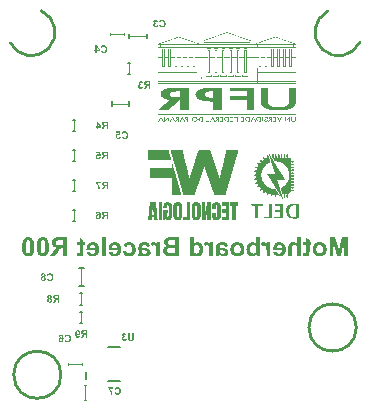
<source format=gbr>
G04*
G04 #@! TF.GenerationSoftware,Altium Limited,Altium Designer,22.4.2 (48)*
G04*
G04 Layer_Color=32896*
%FSLAX44Y44*%
%MOMM*%
G71*
G04*
G04 #@! TF.SameCoordinates,838EBF20-BE27-4DE5-A25A-4BBD7161CD63*
G04*
G04*
G04 #@! TF.FilePolarity,Positive*
G04*
G01*
G75*
%ADD10C,0.2540*%
%ADD11C,0.1270*%
%ADD12C,0.1000*%
G36*
X129651Y309175D02*
X129807D01*
Y308864D01*
X129962D01*
Y308708D01*
X130118D01*
Y308553D01*
X129807D01*
Y308708D01*
X129495D01*
Y308864D01*
X129340D01*
Y309020D01*
X129029D01*
Y309175D01*
X128873D01*
Y309331D01*
X129651D01*
Y309175D01*
D02*
G37*
G36*
X232175Y308086D02*
X232020D01*
Y307775D01*
X231864D01*
Y307464D01*
X231708D01*
Y307153D01*
X231553D01*
Y306997D01*
Y306842D01*
X231397D01*
Y306530D01*
X231242D01*
Y306219D01*
X231086D01*
Y306064D01*
X230930D01*
Y305753D01*
X230775D01*
Y305441D01*
X230619D01*
Y305130D01*
X230464D01*
Y304819D01*
X230308D01*
Y304508D01*
X230153D01*
Y304352D01*
X229997D01*
Y304508D01*
X229841D01*
Y304819D01*
X229686D01*
Y305130D01*
X229530D01*
Y305441D01*
X229375D01*
Y305597D01*
X229219D01*
Y305908D01*
X229063D01*
Y306219D01*
X228908D01*
Y306530D01*
X228752D01*
Y306842D01*
X228597D01*
Y307153D01*
X228441D01*
Y307464D01*
X228286D01*
Y307619D01*
X228130D01*
Y307931D01*
X227974D01*
Y308242D01*
X228752D01*
Y308086D01*
X228908D01*
Y307775D01*
X229063D01*
Y307464D01*
X229219D01*
Y307153D01*
X229375D01*
Y306842D01*
X229530D01*
Y306530D01*
X229686D01*
Y306219D01*
X229841D01*
Y305908D01*
X229997D01*
Y305753D01*
X230153D01*
Y306064D01*
X230308D01*
Y306375D01*
X230464D01*
Y306686D01*
X230619D01*
Y306842D01*
X230775D01*
Y307153D01*
X230930D01*
Y307464D01*
X231086D01*
Y307775D01*
X231242D01*
Y308086D01*
X231397D01*
Y308242D01*
X232175D01*
Y308086D01*
D02*
G37*
G36*
X238865Y304352D02*
X238242D01*
Y306997D01*
X238087D01*
Y306842D01*
X237931D01*
Y306686D01*
X237620D01*
Y306530D01*
X237465D01*
Y306375D01*
X237309D01*
Y306219D01*
X237153D01*
Y306064D01*
X236842D01*
Y305908D01*
X236687D01*
Y305753D01*
X236531D01*
Y305597D01*
X236220D01*
Y305441D01*
X236064D01*
Y305286D01*
X235909D01*
Y305130D01*
X235598D01*
Y304975D01*
X235442D01*
Y304819D01*
X235287D01*
Y304664D01*
X234975D01*
Y304508D01*
X234820D01*
Y304352D01*
X234664D01*
Y308242D01*
X235287D01*
Y305597D01*
X235442D01*
Y305753D01*
X235598D01*
Y305908D01*
X235753D01*
Y306064D01*
X236064D01*
Y306219D01*
X236220D01*
Y306375D01*
X236376D01*
Y306530D01*
X236531D01*
Y306686D01*
X236842D01*
Y306842D01*
X236998D01*
Y306997D01*
X237153D01*
Y307153D01*
X237465D01*
Y307308D01*
X237620D01*
Y307464D01*
X237776D01*
Y307619D01*
X238087D01*
Y307775D01*
X238242D01*
Y307931D01*
X238398D01*
Y308086D01*
X238709D01*
Y308242D01*
X238865D01*
Y304352D01*
D02*
G37*
G36*
X136808D02*
X136185D01*
Y304508D01*
X136030D01*
Y306997D01*
X135874D01*
Y306842D01*
X135718D01*
Y306686D01*
X135563D01*
Y306530D01*
X135407D01*
Y306375D01*
X135252D01*
Y306219D01*
X134941D01*
Y306064D01*
X134785D01*
Y305908D01*
X134629D01*
Y305753D01*
X134318D01*
Y305597D01*
X134163D01*
Y305441D01*
X134007D01*
Y305286D01*
X133696D01*
Y305130D01*
X133540D01*
Y304975D01*
X133385D01*
Y304819D01*
X133074D01*
Y304664D01*
X132918D01*
Y304508D01*
X132763D01*
Y304352D01*
X132451D01*
Y308242D01*
X133229D01*
Y305597D01*
X133385D01*
Y305753D01*
X133540D01*
Y305908D01*
X133696D01*
Y306064D01*
X133852D01*
Y306219D01*
X134007D01*
Y306375D01*
X134318D01*
Y306530D01*
X134474D01*
Y306686D01*
X134629D01*
Y306842D01*
X134941D01*
Y306997D01*
X135096D01*
Y307153D01*
X135252D01*
Y307308D01*
X135563D01*
Y307464D01*
X135718D01*
Y307619D01*
X135874D01*
Y307775D01*
X136185D01*
Y307931D01*
X136341D01*
Y308086D01*
X136496D01*
Y308242D01*
X136808D01*
Y304352D01*
D02*
G37*
G36*
X243843Y308086D02*
X243999D01*
Y305753D01*
X243843D01*
Y305130D01*
X243688D01*
Y304819D01*
X243532D01*
Y304664D01*
X243221D01*
Y304508D01*
X242910D01*
Y304352D01*
X241043D01*
Y304508D01*
X240576D01*
Y304664D01*
X240420D01*
Y304819D01*
X240265D01*
Y304975D01*
X240109D01*
Y305441D01*
X239954D01*
Y308242D01*
X240732D01*
Y305597D01*
X240887D01*
Y305286D01*
X241043D01*
Y305130D01*
X241198D01*
Y304975D01*
X241665D01*
Y304819D01*
X242287D01*
Y304975D01*
X242754D01*
Y305130D01*
X242910D01*
Y305286D01*
X243065D01*
Y305753D01*
X243221D01*
Y308242D01*
X243843D01*
Y308086D01*
D02*
G37*
G36*
X233420Y304352D02*
X232797D01*
Y304508D01*
X232642D01*
Y308086D01*
X232797D01*
Y308242D01*
X233420D01*
Y304352D01*
D02*
G37*
G36*
X227352Y308086D02*
X227508D01*
Y304508D01*
X227352D01*
Y304352D01*
X224863D01*
Y304508D01*
X224707D01*
Y304975D01*
X226574D01*
Y306219D01*
X224707D01*
Y306686D01*
X226574D01*
Y306842D01*
Y306997D01*
Y307619D01*
X224863D01*
Y307775D01*
X224707D01*
Y308242D01*
X227352D01*
Y308086D01*
D02*
G37*
G36*
X223774D02*
X223930D01*
Y304508D01*
X223774D01*
Y304352D01*
X223152D01*
Y305441D01*
Y305597D01*
Y306064D01*
X222840D01*
Y305753D01*
X222685D01*
Y305597D01*
X222529D01*
Y305441D01*
X222374D01*
Y305286D01*
X222218D01*
Y305130D01*
X222063D01*
Y304975D01*
X221907D01*
Y304819D01*
X221751D01*
Y304664D01*
X221596D01*
Y304508D01*
X221440D01*
Y304352D01*
X220662D01*
Y304664D01*
X220818D01*
Y304819D01*
X220974D01*
Y304975D01*
X221129D01*
Y305130D01*
X221285D01*
Y305286D01*
X221440D01*
Y305441D01*
X221596D01*
Y305597D01*
X221751D01*
Y305753D01*
X221907D01*
Y305908D01*
X222063D01*
Y306219D01*
X221596D01*
Y306375D01*
X221440D01*
Y306530D01*
X221285D01*
Y306686D01*
X221129D01*
Y307619D01*
X221285D01*
Y307775D01*
X221440D01*
Y307931D01*
X221596D01*
Y308086D01*
X222063D01*
Y308242D01*
X223774D01*
Y308086D01*
D02*
G37*
G36*
X219573D02*
X219885D01*
Y307931D01*
X220040D01*
Y307619D01*
X220196D01*
Y306842D01*
X220040D01*
Y306686D01*
X219885D01*
Y306530D01*
X219729D01*
Y306375D01*
X219418D01*
Y306219D01*
X218951D01*
Y306064D01*
X218640D01*
Y305908D01*
X218329D01*
Y305753D01*
X218173D01*
Y305597D01*
X218018D01*
Y305286D01*
X218173D01*
Y304975D01*
X218640D01*
Y304819D01*
X219107D01*
Y304975D01*
X219418D01*
Y305130D01*
X219573D01*
Y305286D01*
X219729D01*
Y305441D01*
X219885D01*
Y305286D01*
X220196D01*
Y305130D01*
X220351D01*
Y304975D01*
X220196D01*
Y304819D01*
X220040D01*
Y304664D01*
X219885D01*
Y304508D01*
X219573D01*
Y304352D01*
X218018D01*
Y304508D01*
X217707D01*
Y304664D01*
X217551D01*
Y304819D01*
X217395D01*
Y305130D01*
X217240D01*
Y305753D01*
X217395D01*
Y306064D01*
X217551D01*
Y306219D01*
X217862D01*
Y306375D01*
X218173D01*
Y306530D01*
X218484D01*
Y306686D01*
X218796D01*
Y306842D01*
X219107D01*
Y306997D01*
X219262D01*
Y307153D01*
X219418D01*
Y307464D01*
X219262D01*
Y307619D01*
X219107D01*
Y307775D01*
X218329D01*
Y307619D01*
X218173D01*
Y307464D01*
X217707D01*
Y307619D01*
X217395D01*
Y307775D01*
X217551D01*
Y307931D01*
X217707D01*
Y308086D01*
X218018D01*
Y308242D01*
X219573D01*
Y308086D01*
D02*
G37*
G36*
X216306Y304352D02*
X215684D01*
Y304508D01*
X215529D01*
Y307619D01*
Y307775D01*
Y308086D01*
X215684D01*
Y308242D01*
X216306D01*
Y304352D01*
D02*
G37*
G36*
X214440D02*
X212417D01*
Y304508D01*
X211639D01*
Y304664D01*
X211328D01*
Y304819D01*
X211017D01*
Y304975D01*
X210861D01*
Y305130D01*
X210706D01*
Y305441D01*
X210550D01*
Y305753D01*
X210395D01*
Y306842D01*
X210550D01*
Y307308D01*
X210706D01*
Y307464D01*
X210861D01*
Y307619D01*
X211017D01*
Y307775D01*
X211172D01*
Y307931D01*
X211484D01*
Y308086D01*
X212261D01*
Y308242D01*
X214440D01*
Y304352D01*
D02*
G37*
G36*
X208061Y308086D02*
X208216D01*
Y307775D01*
X208372D01*
Y307464D01*
X208528D01*
Y307308D01*
X208683D01*
Y306997D01*
X208839D01*
Y306686D01*
X208994D01*
Y306375D01*
X209150D01*
Y306219D01*
X209305D01*
Y305908D01*
X209461D01*
Y305597D01*
X209617D01*
Y305441D01*
X209772D01*
Y305130D01*
X209928D01*
Y304819D01*
X210083D01*
Y304664D01*
X210239D01*
Y304352D01*
X209461D01*
Y304508D01*
X209305D01*
Y304819D01*
X209150D01*
Y305130D01*
X208994D01*
Y305286D01*
X208839D01*
Y305441D01*
X206972D01*
Y305286D01*
X206816D01*
Y304975D01*
X206661D01*
Y304664D01*
X206505D01*
Y304352D01*
X205727D01*
Y304664D01*
X205883D01*
Y304975D01*
X206038D01*
Y305286D01*
X206194D01*
Y305441D01*
X206350D01*
Y305753D01*
X206505D01*
Y306064D01*
X206661D01*
Y306375D01*
X206816D01*
Y306530D01*
X206972D01*
Y306842D01*
X207127D01*
Y306997D01*
Y307153D01*
X207283D01*
Y307308D01*
X207439D01*
Y307619D01*
X207594D01*
Y307931D01*
X207750D01*
Y308242D01*
X208061D01*
Y308086D01*
D02*
G37*
G36*
X205105Y307464D02*
Y307308D01*
Y304352D01*
X203083D01*
Y304508D01*
X202305D01*
Y304664D01*
X201994D01*
Y304819D01*
X201682D01*
Y304975D01*
X201527D01*
Y305130D01*
X201371D01*
Y305441D01*
X201216D01*
Y305908D01*
X201060D01*
Y306842D01*
X201216D01*
Y307153D01*
X201371D01*
Y307464D01*
X201527D01*
Y307619D01*
X201682D01*
Y307775D01*
X201994D01*
Y307931D01*
X202305D01*
Y308086D01*
X202927D01*
Y308242D01*
X205105D01*
Y307464D01*
D02*
G37*
G36*
X200127Y304352D02*
X197482D01*
Y304975D01*
X199349D01*
Y306219D01*
X197482D01*
Y306686D01*
X199349D01*
Y307619D01*
X197637D01*
Y307775D01*
X197482D01*
Y308242D01*
X200127D01*
Y304352D01*
D02*
G37*
G36*
X194526D02*
X193904D01*
Y304508D01*
X193748D01*
Y306219D01*
X191881D01*
Y306686D01*
X193748D01*
Y307619D01*
X192037D01*
Y307775D01*
X191881D01*
Y308242D01*
X194526D01*
Y304352D01*
D02*
G37*
G36*
X191103Y304508D02*
X190948D01*
Y304352D01*
X188458D01*
Y304508D01*
X188303D01*
Y304819D01*
X188458D01*
Y304975D01*
X190325D01*
Y306219D01*
X188303D01*
Y306686D01*
X190170D01*
Y306842D01*
X190325D01*
Y307619D01*
X188458D01*
Y307775D01*
X188303D01*
Y308086D01*
X188458D01*
Y308242D01*
X191103D01*
Y304508D01*
D02*
G37*
G36*
X187525D02*
X187369D01*
Y304352D01*
X185502D01*
Y304508D01*
X184569D01*
Y304664D01*
X184258D01*
Y304819D01*
X184102D01*
Y304975D01*
X183947D01*
Y305130D01*
X183791D01*
Y305286D01*
X183636D01*
Y305441D01*
X183480D01*
Y306064D01*
X183325D01*
Y306530D01*
X183480D01*
Y307153D01*
X183636D01*
Y307308D01*
X183791D01*
Y307619D01*
X183947D01*
Y307775D01*
X184258D01*
Y307931D01*
X184569D01*
Y308086D01*
X185191D01*
Y308242D01*
X187525D01*
Y304508D01*
D02*
G37*
G36*
X182547D02*
X182391D01*
Y304352D01*
X179902D01*
Y304508D01*
X179746D01*
Y304819D01*
X179902D01*
Y304975D01*
X181769D01*
Y306219D01*
X179746D01*
Y306686D01*
X181613D01*
Y306842D01*
X181769D01*
Y307619D01*
X179902D01*
Y307775D01*
X179746D01*
Y308086D01*
X179902D01*
Y308242D01*
X182547D01*
Y304508D01*
D02*
G37*
G36*
X178968D02*
X178813D01*
Y304352D01*
X178190D01*
Y306064D01*
X178035D01*
Y305908D01*
X177879D01*
Y305753D01*
X177724D01*
Y305597D01*
X177568D01*
Y305441D01*
X177413D01*
Y305286D01*
X177257D01*
Y305130D01*
X177101D01*
Y304975D01*
X176946D01*
Y304819D01*
X176790D01*
Y304664D01*
X176635D01*
Y304508D01*
X176479D01*
Y304352D01*
X175857D01*
Y304664D01*
X176012D01*
Y304975D01*
X176168D01*
Y305130D01*
X176324D01*
Y305286D01*
X176479D01*
Y305441D01*
X176635D01*
Y305597D01*
X176790D01*
Y305753D01*
X176946D01*
Y305908D01*
X177101D01*
Y306064D01*
X177257D01*
Y306219D01*
X176635D01*
Y306375D01*
X176479D01*
Y306530D01*
X176324D01*
Y306686D01*
X176168D01*
Y307619D01*
X176324D01*
Y307775D01*
X176479D01*
Y307931D01*
X176635D01*
Y308086D01*
X177101D01*
Y308242D01*
X178968D01*
Y304508D01*
D02*
G37*
G36*
X173523Y308086D02*
X173679D01*
Y307931D01*
X173834D01*
Y307619D01*
X173990D01*
Y307308D01*
X174146D01*
Y307153D01*
X174301D01*
Y306842D01*
X174457D01*
Y306530D01*
X174612D01*
Y306375D01*
X174768D01*
Y306064D01*
X174923D01*
Y305753D01*
X175079D01*
Y305441D01*
X175235D01*
Y305286D01*
X175390D01*
Y304975D01*
X175546D01*
Y304664D01*
X175701D01*
Y304352D01*
X174923D01*
Y304664D01*
X174768D01*
Y304975D01*
X174612D01*
Y305130D01*
X174457D01*
Y305441D01*
X172590D01*
Y305286D01*
X172434D01*
Y305130D01*
X172279D01*
Y304819D01*
X172123D01*
Y304508D01*
X171968D01*
Y304352D01*
X171190D01*
Y304664D01*
X171345D01*
Y304819D01*
X171501D01*
Y305130D01*
X171656D01*
Y305441D01*
X171812D01*
Y305597D01*
X171968D01*
Y305908D01*
X172123D01*
Y306219D01*
X172279D01*
Y306530D01*
X172434D01*
Y306686D01*
X172590D01*
Y306842D01*
Y306997D01*
X172745D01*
Y307308D01*
X172901D01*
Y307464D01*
X173057D01*
Y307775D01*
X173212D01*
Y308086D01*
X173368D01*
Y308242D01*
X173523D01*
Y308086D01*
D02*
G37*
G36*
X170723Y304819D02*
Y304664D01*
Y304352D01*
X168234D01*
Y304975D01*
X169945D01*
Y308242D01*
X170723D01*
Y304819D01*
D02*
G37*
G36*
X165433Y304352D02*
X163411D01*
Y304508D01*
X162633D01*
Y304664D01*
X162322D01*
Y304819D01*
X162011D01*
Y304975D01*
X161855D01*
Y305130D01*
X161700D01*
Y305441D01*
X161544D01*
Y305908D01*
X161388D01*
Y306686D01*
X161544D01*
Y307153D01*
X161700D01*
Y307464D01*
X161855D01*
Y307619D01*
X162011D01*
Y307775D01*
X162322D01*
Y307931D01*
X162633D01*
Y308086D01*
X163255D01*
Y308242D01*
X165433D01*
Y304352D01*
D02*
G37*
G36*
X159055Y308086D02*
X159522D01*
Y307931D01*
X159833D01*
Y307775D01*
X159988D01*
Y307619D01*
X160144D01*
Y307464D01*
X160299D01*
Y307308D01*
X160455D01*
Y307153D01*
X160611D01*
Y306686D01*
X160766D01*
Y305908D01*
X160611D01*
Y305441D01*
X160455D01*
Y305286D01*
X160299D01*
Y305130D01*
X160144D01*
Y304975D01*
X159988D01*
Y304819D01*
X159833D01*
Y304664D01*
X159522D01*
Y304508D01*
X159055D01*
Y304352D01*
X157344D01*
Y304508D01*
X156877D01*
Y304664D01*
X156566D01*
Y304819D01*
X156410D01*
Y304975D01*
X156254D01*
Y305130D01*
X156099D01*
Y305286D01*
X155943D01*
Y305441D01*
X155788D01*
Y305753D01*
X155632D01*
Y306842D01*
X155788D01*
Y307153D01*
X155943D01*
Y307464D01*
X156099D01*
Y307619D01*
X156254D01*
Y307775D01*
X156566D01*
Y307931D01*
X156877D01*
Y308086D01*
X157188D01*
Y308242D01*
X159055D01*
Y308086D01*
D02*
G37*
G36*
X152676Y305130D02*
Y304975D01*
Y304352D01*
X152054D01*
Y304508D01*
X151898D01*
Y306064D01*
X150965D01*
Y306219D01*
X150343D01*
Y306375D01*
X150187D01*
Y306530D01*
X150031D01*
Y306686D01*
X149876D01*
Y307619D01*
X150031D01*
Y307931D01*
X150343D01*
Y308086D01*
X150654D01*
Y308242D01*
X152676D01*
Y305130D01*
D02*
G37*
G36*
X147853Y308086D02*
X148009D01*
Y307931D01*
X148165D01*
Y307619D01*
X148320D01*
Y307308D01*
X148476D01*
Y306997D01*
X148631D01*
Y306842D01*
X148787D01*
Y306530D01*
X148942D01*
Y306219D01*
X149098D01*
Y306064D01*
X149254D01*
Y305753D01*
X149409D01*
Y305441D01*
X149565D01*
Y305286D01*
X149720D01*
Y304975D01*
X149876D01*
Y304664D01*
X150031D01*
Y304352D01*
X149254D01*
Y304664D01*
X149098D01*
Y304819D01*
X148942D01*
Y305130D01*
X148787D01*
Y305441D01*
X146920D01*
Y305286D01*
X146764D01*
Y305130D01*
X146609D01*
Y304819D01*
X146453D01*
Y304508D01*
X146298D01*
Y304352D01*
X145520D01*
Y304664D01*
X145675D01*
Y304819D01*
X145831D01*
Y305130D01*
X145986D01*
Y305441D01*
X146142D01*
Y305753D01*
X146298D01*
Y305908D01*
X146453D01*
Y306219D01*
X146609D01*
Y306375D01*
Y306530D01*
X146764D01*
Y306686D01*
X146920D01*
Y306997D01*
X147076D01*
Y307308D01*
X147231D01*
Y307619D01*
X147387D01*
Y307775D01*
X147542D01*
Y308086D01*
X147698D01*
Y308242D01*
X147853D01*
Y308086D01*
D02*
G37*
G36*
X145053Y306219D02*
Y306064D01*
Y304352D01*
X144275D01*
Y306064D01*
X144120D01*
Y305908D01*
X143964D01*
Y305753D01*
X143808D01*
Y305597D01*
X143653D01*
Y305441D01*
X143497D01*
Y305286D01*
X143342D01*
Y305130D01*
X143186D01*
Y304975D01*
X143031D01*
Y304819D01*
X142875D01*
Y304664D01*
X142719D01*
Y304508D01*
X142564D01*
Y304352D01*
X141941D01*
Y304664D01*
X142097D01*
Y304819D01*
X142253D01*
Y304975D01*
X142408D01*
Y305286D01*
X142564D01*
Y305441D01*
X142719D01*
Y305597D01*
X142875D01*
Y305753D01*
X143031D01*
Y305908D01*
X143186D01*
Y306064D01*
X143342D01*
Y306219D01*
X142719D01*
Y306375D01*
X142564D01*
Y306530D01*
X142408D01*
Y306842D01*
X142253D01*
Y307464D01*
X142408D01*
Y307775D01*
X142564D01*
Y307931D01*
X142719D01*
Y308086D01*
X143186D01*
Y308242D01*
X145053D01*
Y306219D01*
D02*
G37*
G36*
X139763Y307931D02*
X139919D01*
Y307619D01*
X140075D01*
Y307464D01*
X140230D01*
Y307153D01*
X140386D01*
Y306842D01*
X140541D01*
Y306530D01*
X140697D01*
Y306375D01*
X140852D01*
Y306064D01*
X141008D01*
Y305753D01*
X141164D01*
Y305597D01*
X141319D01*
Y305286D01*
X141475D01*
Y304975D01*
X141630D01*
Y304664D01*
X141786D01*
Y304352D01*
X141164D01*
Y304508D01*
X141008D01*
Y304664D01*
X140852D01*
Y304975D01*
X140697D01*
Y305286D01*
X140541D01*
Y305441D01*
X138674D01*
Y305286D01*
X138519D01*
Y305130D01*
X138363D01*
Y304819D01*
X138208D01*
Y304508D01*
X138052D01*
Y304352D01*
X137274D01*
Y304508D01*
X137430D01*
Y304819D01*
X137585D01*
Y305130D01*
X137741D01*
Y305441D01*
X137897D01*
Y305597D01*
X138052D01*
Y305908D01*
X138208D01*
Y306219D01*
X138363D01*
Y306375D01*
X138519D01*
Y306686D01*
X138674D01*
Y306997D01*
X138830D01*
Y307308D01*
X138986D01*
Y307464D01*
X139141D01*
Y307775D01*
X139297D01*
Y308086D01*
X139452D01*
Y308242D01*
X139763D01*
Y307931D01*
D02*
G37*
G36*
X129807Y308086D02*
X129962D01*
Y307775D01*
X130118D01*
Y307619D01*
X130273D01*
Y307308D01*
X130429D01*
Y306997D01*
X130585D01*
Y306842D01*
X130740D01*
Y306530D01*
X130896D01*
Y306219D01*
X131051D01*
Y305908D01*
X131207D01*
Y305753D01*
X131362D01*
Y305441D01*
X131518D01*
Y305130D01*
X131674D01*
Y304975D01*
X131829D01*
Y304664D01*
X131985D01*
Y304352D01*
X131207D01*
Y304508D01*
X131051D01*
Y304819D01*
X130896D01*
Y305130D01*
X130740D01*
Y305286D01*
X130585D01*
Y305441D01*
X128718D01*
Y305130D01*
X128562D01*
Y304819D01*
X128406D01*
Y304664D01*
X128251D01*
Y304352D01*
X127473D01*
Y304664D01*
X127629D01*
Y304975D01*
X127784D01*
Y305130D01*
X127940D01*
Y305441D01*
X128095D01*
Y305753D01*
X128251D01*
Y306064D01*
X128406D01*
Y306219D01*
X128562D01*
Y306530D01*
X128718D01*
Y306842D01*
X128873D01*
Y306997D01*
X129029D01*
Y307308D01*
X129184D01*
Y307619D01*
X129340D01*
Y307931D01*
X129495D01*
Y308086D01*
X129651D01*
Y308242D01*
X129807D01*
Y308086D01*
D02*
G37*
G36*
X237202Y275670D02*
X237365D01*
Y275021D01*
X237202D01*
Y274858D01*
X237365D01*
Y273723D01*
X238500D01*
Y273560D01*
X238987D01*
Y273398D01*
X239312D01*
Y273236D01*
X239474D01*
Y272911D01*
X239636D01*
Y272749D01*
X239798D01*
Y272425D01*
X239961D01*
Y270964D01*
X240285D01*
Y271127D01*
X241259D01*
Y270964D01*
X241421D01*
Y271127D01*
X242719D01*
Y269828D01*
X241096D01*
Y269666D01*
X240285D01*
Y269828D01*
X239961D01*
Y268531D01*
X240285D01*
Y268693D01*
X241259D01*
Y268531D01*
X241421D01*
Y268693D01*
X242557D01*
Y268531D01*
X242719D01*
Y267395D01*
X241908D01*
Y267232D01*
X241583D01*
Y267395D01*
X241096D01*
Y267232D01*
X240285D01*
Y267395D01*
X239961D01*
Y266097D01*
X240285D01*
Y266259D01*
X241259D01*
Y266097D01*
X241421D01*
Y266259D01*
X242070D01*
Y266097D01*
X242719D01*
Y264961D01*
X242070D01*
Y264799D01*
X241421D01*
Y264961D01*
X241259D01*
Y264799D01*
X240285D01*
Y264961D01*
X239961D01*
Y263663D01*
X240285D01*
Y263825D01*
X241096D01*
Y263663D01*
X241421D01*
Y263825D01*
X242070D01*
Y263663D01*
X242719D01*
Y262527D01*
X242070D01*
Y262365D01*
X241421D01*
Y262527D01*
X241259D01*
Y262365D01*
X240285D01*
Y262527D01*
X239961D01*
Y261229D01*
X240285D01*
Y261391D01*
X241096D01*
Y261229D01*
X242719D01*
Y259931D01*
X241421D01*
Y260093D01*
X241259D01*
Y259931D01*
X240285D01*
Y260093D01*
X239961D01*
Y258795D01*
X240285D01*
Y258958D01*
X241096D01*
Y258795D01*
X242719D01*
Y257497D01*
X241421D01*
Y257660D01*
X241259D01*
Y257497D01*
X240123D01*
Y257660D01*
X239961D01*
Y256199D01*
X240123D01*
Y256362D01*
X242719D01*
Y255063D01*
X239961D01*
Y253928D01*
X242719D01*
Y252792D01*
X242557D01*
Y252630D01*
X240123D01*
Y252792D01*
X239961D01*
Y251494D01*
X240447D01*
Y251656D01*
X241096D01*
Y251494D01*
X242719D01*
Y250196D01*
X240123D01*
Y250358D01*
X239961D01*
Y249060D01*
X242719D01*
Y247762D01*
X241096D01*
Y247600D01*
X240447D01*
Y247762D01*
X239961D01*
Y246464D01*
X240285D01*
Y246626D01*
X241259D01*
Y246464D01*
X241421D01*
Y246626D01*
X242719D01*
Y245328D01*
X241096D01*
Y245166D01*
X240285D01*
Y245328D01*
X239961D01*
Y245166D01*
X239798D01*
Y245004D01*
X239636D01*
Y244841D01*
X239474D01*
Y244679D01*
X239312D01*
Y244517D01*
X239149D01*
Y244355D01*
X238987D01*
Y244193D01*
X238825D01*
Y244030D01*
X238663D01*
Y243868D01*
X238500D01*
Y243706D01*
X238338D01*
Y243543D01*
X238176D01*
Y243381D01*
X238014D01*
Y243219D01*
X237851D01*
Y243057D01*
X237689D01*
Y242894D01*
X237527D01*
Y242732D01*
X237202D01*
Y242408D01*
X237365D01*
Y241597D01*
X237202D01*
Y239974D01*
X236067D01*
Y240136D01*
X235904D01*
Y241272D01*
X236067D01*
Y241597D01*
X235904D01*
Y242570D01*
X236067D01*
Y242732D01*
X234769D01*
Y242408D01*
X234931D01*
Y241759D01*
X234769D01*
Y241272D01*
X234931D01*
Y240785D01*
X234769D01*
Y239974D01*
X233633D01*
Y240623D01*
X233471D01*
Y241434D01*
X233633D01*
Y241597D01*
X233471D01*
Y242570D01*
X233633D01*
Y242732D01*
X232659D01*
Y242894D01*
X232497D01*
Y243219D01*
X232335D01*
Y243706D01*
X232173D01*
Y244193D01*
X232010D01*
Y244679D01*
X231848D01*
Y245166D01*
X231686D01*
Y245653D01*
X231523D01*
Y246302D01*
X231361D01*
Y246789D01*
X231199D01*
Y247275D01*
X231037D01*
Y247762D01*
X230875D01*
Y248087D01*
X231361D01*
Y248249D01*
X231686D01*
Y248411D01*
X232010D01*
Y248573D01*
X232335D01*
Y248736D01*
X232659D01*
Y248898D01*
X232822D01*
Y249060D01*
X233146D01*
Y249222D01*
X233308D01*
Y249385D01*
X233633D01*
Y249547D01*
X233795D01*
Y249709D01*
X233957D01*
Y249871D01*
X234119D01*
Y250034D01*
X234282D01*
Y250196D01*
X234606D01*
Y250358D01*
X234769D01*
Y250520D01*
X234931D01*
Y250683D01*
X235093D01*
Y250845D01*
X235255D01*
Y251169D01*
X235418D01*
Y251332D01*
X235580D01*
Y251494D01*
X235742D01*
Y251656D01*
X235904D01*
Y251981D01*
X236067D01*
Y252143D01*
X236229D01*
Y252305D01*
X236391D01*
Y252630D01*
X236553D01*
Y252792D01*
X236716D01*
Y253116D01*
X236878D01*
Y253441D01*
X237040D01*
Y253766D01*
X237202D01*
Y254090D01*
X237365D01*
Y254577D01*
X237527D01*
Y254901D01*
X237689D01*
Y255388D01*
X237851D01*
Y255875D01*
X238014D01*
Y256524D01*
X238176D01*
Y257984D01*
X238338D01*
Y259769D01*
X238176D01*
Y261229D01*
X238014D01*
Y261878D01*
X237851D01*
Y262365D01*
X237689D01*
Y262852D01*
X237527D01*
Y263176D01*
X237365D01*
Y263663D01*
X237202D01*
Y263987D01*
X237040D01*
Y264312D01*
X236878D01*
Y264636D01*
X236716D01*
Y264961D01*
X236553D01*
Y265123D01*
X236391D01*
Y265448D01*
X236229D01*
Y265610D01*
X236067D01*
Y265935D01*
X235904D01*
Y266097D01*
X235742D01*
Y266259D01*
X235580D01*
Y266583D01*
X235418D01*
Y266746D01*
X235255D01*
Y266908D01*
X235093D01*
Y267070D01*
X234931D01*
Y267232D01*
X234769D01*
Y267395D01*
X234606D01*
Y267557D01*
X234444D01*
Y267719D01*
X234282D01*
Y267882D01*
X233957D01*
Y268044D01*
X233795D01*
Y268206D01*
X233633D01*
Y268368D01*
X233308D01*
Y268531D01*
X233146D01*
Y268693D01*
X232984D01*
Y268855D01*
X232659D01*
Y269017D01*
X232335D01*
Y269179D01*
X232010D01*
Y269342D01*
X231686D01*
Y269504D01*
X231361D01*
Y269666D01*
X231037D01*
Y269828D01*
X230712D01*
Y269991D01*
X230226D01*
Y270153D01*
X229414D01*
Y270315D01*
X228765D01*
Y270478D01*
X227792D01*
Y270640D01*
X225845D01*
Y270802D01*
X225682D01*
Y271127D01*
X225520D01*
Y271451D01*
X225358D01*
Y271613D01*
X225196D01*
Y271938D01*
X225033D01*
Y272262D01*
X224871D01*
Y272425D01*
X224709D01*
Y272749D01*
X224547D01*
Y273074D01*
X224384D01*
Y273236D01*
X224222D01*
Y273560D01*
X224060D01*
Y273723D01*
X223898D01*
Y273885D01*
Y274047D01*
X223735D01*
Y274858D01*
X223898D01*
Y275021D01*
X223735D01*
Y276481D01*
X225033D01*
Y274696D01*
X225196D01*
Y274047D01*
X225033D01*
Y273723D01*
X225196D01*
Y273560D01*
X226331D01*
Y273885D01*
X226169D01*
Y274858D01*
X226331D01*
Y275021D01*
X226169D01*
Y276319D01*
X226331D01*
Y276481D01*
X227467D01*
Y275507D01*
X227629D01*
Y275183D01*
X227467D01*
Y274858D01*
X227629D01*
Y273885D01*
X227467D01*
Y273723D01*
X228765D01*
Y273885D01*
X228603D01*
Y274858D01*
X228765D01*
Y275021D01*
X228603D01*
Y275832D01*
X228765D01*
Y276481D01*
X229901D01*
Y275670D01*
X230063D01*
Y275021D01*
X229901D01*
Y274858D01*
X230063D01*
Y273885D01*
X229901D01*
Y273723D01*
X231199D01*
Y273885D01*
X231037D01*
Y274858D01*
X231199D01*
Y275021D01*
X231037D01*
Y275670D01*
X231199D01*
Y276481D01*
X232335D01*
Y275832D01*
X232497D01*
Y275183D01*
X232335D01*
Y274858D01*
X232497D01*
Y273885D01*
X232335D01*
Y273723D01*
X232497D01*
Y273560D01*
X233471D01*
Y273723D01*
X233633D01*
Y273885D01*
X233471D01*
Y274858D01*
X233633D01*
Y276481D01*
X234769D01*
Y275670D01*
X234931D01*
Y275183D01*
X234769D01*
Y274858D01*
X234931D01*
Y273885D01*
X234769D01*
Y273723D01*
X236067D01*
Y274047D01*
X235904D01*
Y274858D01*
X236067D01*
Y275345D01*
X235904D01*
Y275670D01*
X236067D01*
Y276481D01*
X237202D01*
Y275670D01*
D02*
G37*
G36*
X220004D02*
X220166D01*
Y275507D01*
X220328D01*
Y275345D01*
X220490D01*
Y275021D01*
X220653D01*
Y274858D01*
X220815D01*
Y274696D01*
X220977D01*
Y274372D01*
X221139D01*
Y273885D01*
X221301D01*
Y273236D01*
X221464D01*
Y272749D01*
X221626D01*
Y272262D01*
X221788D01*
Y271776D01*
X221951D01*
Y271289D01*
X222113D01*
Y270802D01*
X222275D01*
Y270315D01*
X222437D01*
Y269828D01*
X222113D01*
Y269666D01*
X221626D01*
Y269504D01*
X221301D01*
Y269342D01*
X221139D01*
Y269179D01*
X220815D01*
Y269017D01*
X220490D01*
Y268855D01*
X220166D01*
Y268693D01*
X220004D01*
Y268531D01*
X219679D01*
Y268368D01*
X219517D01*
Y268206D01*
X219354D01*
Y268044D01*
X219030D01*
Y267882D01*
X218868D01*
Y267719D01*
X218706D01*
Y267557D01*
X218543D01*
Y267395D01*
X218381D01*
Y267232D01*
X218219D01*
Y267070D01*
X218057D01*
Y266908D01*
X217894D01*
Y266746D01*
X217732D01*
Y266583D01*
X217570D01*
Y266421D01*
X217407D01*
Y266097D01*
X217245D01*
Y265935D01*
X217083D01*
Y265772D01*
X216921D01*
Y265448D01*
X216758D01*
Y265285D01*
X216596D01*
Y264961D01*
X216434D01*
Y264636D01*
X216272D01*
Y264474D01*
X216109D01*
Y264150D01*
X215947D01*
Y263825D01*
X215785D01*
Y263501D01*
X215623D01*
Y263014D01*
X215460D01*
Y262365D01*
X215298D01*
Y261878D01*
X215136D01*
Y261229D01*
X214974D01*
Y260418D01*
X214811D01*
Y257497D01*
X214974D01*
Y256524D01*
X215136D01*
Y255875D01*
X215298D01*
Y255388D01*
X215460D01*
Y254739D01*
X215623D01*
Y254252D01*
X215785D01*
Y253928D01*
X215947D01*
Y253603D01*
X216109D01*
Y253279D01*
X216272D01*
Y253116D01*
X216434D01*
Y252792D01*
X216596D01*
Y252467D01*
X216758D01*
Y252305D01*
X216921D01*
Y251981D01*
X217083D01*
Y251818D01*
X217245D01*
Y251656D01*
X217407D01*
Y251332D01*
X217570D01*
Y251169D01*
X217732D01*
Y251007D01*
X217894D01*
Y250845D01*
X218057D01*
Y250683D01*
X218219D01*
Y250520D01*
X218381D01*
Y250358D01*
X218543D01*
Y250196D01*
X218706D01*
Y250034D01*
X218868D01*
Y249871D01*
X219030D01*
Y249709D01*
X219354D01*
Y249547D01*
X219517D01*
Y249385D01*
X219679D01*
Y249222D01*
X220004D01*
Y249060D01*
X220166D01*
Y248898D01*
X220490D01*
Y248736D01*
X220815D01*
Y248573D01*
X221139D01*
Y248411D01*
X221301D01*
Y248249D01*
X221788D01*
Y248087D01*
X222113D01*
Y247924D01*
X222600D01*
Y247762D01*
X223086D01*
Y247600D01*
X223573D01*
Y247438D01*
X224222D01*
Y247275D01*
X225033D01*
Y247113D01*
X226818D01*
Y246789D01*
X226980D01*
Y246626D01*
X227143D01*
Y246302D01*
X227305D01*
Y246140D01*
X227467D01*
Y245815D01*
X227629D01*
Y245491D01*
X227792D01*
Y245328D01*
X227954D01*
Y245004D01*
X228116D01*
Y244841D01*
X228278D01*
Y244517D01*
X228441D01*
Y244193D01*
X228603D01*
Y244030D01*
X228765D01*
Y243706D01*
X228927D01*
Y243543D01*
X229090D01*
Y243219D01*
X229252D01*
Y242894D01*
X229414D01*
Y242732D01*
X229576D01*
Y242408D01*
X229739D01*
Y242246D01*
X229901D01*
Y241921D01*
X230063D01*
Y241759D01*
X230226D01*
Y241434D01*
X230388D01*
Y240947D01*
X229739D01*
Y241110D01*
X229576D01*
Y241272D01*
X229414D01*
Y241597D01*
X229252D01*
Y241921D01*
X229090D01*
Y242246D01*
X228927D01*
Y242408D01*
X228603D01*
Y242570D01*
X227792D01*
Y242408D01*
X227629D01*
Y242246D01*
X227467D01*
Y242083D01*
X227305D01*
Y241597D01*
X227143D01*
Y240947D01*
X226980D01*
Y240623D01*
X226169D01*
Y240785D01*
X226007D01*
Y241272D01*
X225845D01*
Y241921D01*
X225682D01*
Y242246D01*
X225520D01*
Y242408D01*
X225196D01*
Y242570D01*
X224384D01*
Y242408D01*
X224222D01*
Y242246D01*
X224060D01*
Y242083D01*
X223898D01*
Y241759D01*
X223735D01*
Y241434D01*
X223573D01*
Y240947D01*
X222762D01*
Y241110D01*
X222600D01*
Y241597D01*
X222437D01*
Y242894D01*
X222275D01*
Y243057D01*
X222113D01*
Y243219D01*
X221139D01*
Y243057D01*
X220815D01*
Y242732D01*
X220653D01*
Y242570D01*
X220490D01*
Y242408D01*
X220328D01*
Y242083D01*
X220166D01*
Y241921D01*
X219517D01*
Y242083D01*
X219192D01*
Y242894D01*
X219354D01*
Y244030D01*
X219192D01*
Y244193D01*
X219030D01*
Y244355D01*
X218868D01*
Y244517D01*
X217894D01*
Y244355D01*
X217732D01*
Y244193D01*
X217570D01*
Y244030D01*
X217407D01*
Y243868D01*
X217245D01*
Y243706D01*
X217083D01*
Y243543D01*
X216434D01*
Y243706D01*
X216272D01*
Y243868D01*
X216109D01*
Y244355D01*
X216272D01*
Y244679D01*
X216434D01*
Y245166D01*
X216596D01*
Y245815D01*
X216434D01*
Y245977D01*
X216272D01*
Y246140D01*
X216109D01*
Y246302D01*
X215947D01*
Y246464D01*
X215298D01*
Y246302D01*
X214974D01*
Y246140D01*
X214649D01*
Y245977D01*
X214325D01*
Y245815D01*
X213676D01*
Y245977D01*
X213513D01*
Y246140D01*
X213351D01*
Y246464D01*
X213513D01*
Y246789D01*
X213676D01*
Y246951D01*
X213838D01*
Y247275D01*
X214000D01*
Y247438D01*
X214162D01*
Y248249D01*
X214000D01*
Y248411D01*
X213838D01*
Y248573D01*
X213676D01*
Y248736D01*
X213351D01*
Y248898D01*
X212864D01*
Y248736D01*
X212540D01*
Y248573D01*
X212053D01*
Y248411D01*
X211566D01*
Y248573D01*
X211404D01*
Y248736D01*
X211242D01*
Y249222D01*
X211404D01*
Y249385D01*
X211566D01*
Y249709D01*
X211729D01*
Y249871D01*
X211891D01*
Y250034D01*
X212053D01*
Y250196D01*
X212215D01*
Y251169D01*
X212053D01*
Y251332D01*
X211891D01*
Y251494D01*
X211729D01*
Y251656D01*
X210268D01*
Y251494D01*
X209782D01*
Y251818D01*
X209619D01*
Y252467D01*
X209944D01*
Y252630D01*
X210106D01*
Y252792D01*
X210268D01*
Y252954D01*
X210593D01*
Y253116D01*
X210755D01*
Y253279D01*
X210917D01*
Y254252D01*
X210755D01*
Y254577D01*
X210431D01*
Y254739D01*
X210106D01*
Y254901D01*
X208808D01*
Y255063D01*
X208646D01*
Y255713D01*
X208808D01*
Y255875D01*
X208970D01*
Y256037D01*
X209295D01*
Y256199D01*
X209782D01*
Y256362D01*
X209944D01*
Y256524D01*
X210106D01*
Y256848D01*
X210268D01*
Y257497D01*
X210106D01*
Y257822D01*
X209944D01*
Y257984D01*
X209619D01*
Y258146D01*
X209133D01*
Y258309D01*
X208484D01*
Y258471D01*
X208321D01*
Y259282D01*
X208484D01*
Y259444D01*
X209133D01*
Y259607D01*
X209619D01*
Y259769D01*
X209944D01*
Y259931D01*
X210106D01*
Y260256D01*
X210268D01*
Y260905D01*
X210106D01*
Y261229D01*
X209944D01*
Y261391D01*
X209619D01*
Y261554D01*
X209295D01*
Y261716D01*
X208970D01*
Y261878D01*
X208646D01*
Y262689D01*
X208808D01*
Y262852D01*
X209619D01*
Y263014D01*
X210431D01*
Y263176D01*
X210593D01*
Y263338D01*
X210755D01*
Y263501D01*
X210917D01*
Y264312D01*
X210755D01*
Y264474D01*
X210593D01*
Y264636D01*
X210431D01*
Y264799D01*
X210268D01*
Y264961D01*
X210106D01*
Y265123D01*
X209782D01*
Y265285D01*
X209619D01*
Y265935D01*
X209782D01*
Y266097D01*
X209944D01*
Y266259D01*
X210431D01*
Y266097D01*
X211729D01*
Y266259D01*
X211891D01*
Y266421D01*
X212053D01*
Y266583D01*
X212215D01*
Y267395D01*
X212053D01*
Y267719D01*
X211891D01*
Y267882D01*
X211729D01*
Y268044D01*
X211566D01*
Y268206D01*
X211404D01*
Y268368D01*
X211242D01*
Y268531D01*
X211080D01*
Y268693D01*
X211242D01*
Y269017D01*
X211404D01*
Y269179D01*
X211566D01*
Y269342D01*
X211891D01*
Y269179D01*
X212378D01*
Y269017D01*
X212864D01*
Y268855D01*
X213351D01*
Y269017D01*
X213838D01*
Y269342D01*
X214000D01*
Y269504D01*
X214162D01*
Y270153D01*
X214000D01*
Y270478D01*
X213838D01*
Y270640D01*
X213676D01*
Y270964D01*
X213513D01*
Y271289D01*
X213351D01*
Y271613D01*
X213513D01*
Y271776D01*
X213676D01*
Y271938D01*
X213838D01*
Y272100D01*
X214162D01*
Y271938D01*
X214325D01*
Y271776D01*
X214649D01*
Y271613D01*
X214811D01*
Y271451D01*
X215136D01*
Y271289D01*
X215947D01*
Y271451D01*
X216272D01*
Y271776D01*
X216434D01*
Y272100D01*
X216596D01*
Y272425D01*
X216434D01*
Y272911D01*
X216272D01*
Y273398D01*
X216109D01*
Y273885D01*
X216272D01*
Y274047D01*
X216434D01*
Y274209D01*
X216921D01*
Y274047D01*
X217083D01*
Y273885D01*
X217245D01*
Y273723D01*
X217407D01*
Y273560D01*
X217570D01*
Y273398D01*
X217894D01*
Y273236D01*
X218868D01*
Y273398D01*
X219030D01*
Y273560D01*
X219192D01*
Y273885D01*
X219354D01*
Y274534D01*
X219192D01*
Y275670D01*
X219517D01*
Y275832D01*
X220004D01*
Y275670D01*
D02*
G37*
G36*
X136128Y279751D02*
X136235D01*
Y279430D01*
X136342D01*
Y279002D01*
X136449D01*
Y278681D01*
X136556D01*
Y278253D01*
X136663D01*
Y277932D01*
X136770D01*
Y277505D01*
X136877D01*
Y277184D01*
X136984D01*
Y276863D01*
X137091D01*
Y276435D01*
X137198D01*
Y276114D01*
X137305D01*
Y275686D01*
X137412D01*
Y275365D01*
X137519D01*
Y274937D01*
X137626D01*
Y274617D01*
X137733D01*
Y274189D01*
X137840D01*
Y273868D01*
X137947D01*
Y273440D01*
X138054D01*
Y273119D01*
X138161D01*
Y272691D01*
X138267D01*
Y272370D01*
X138375D01*
Y272049D01*
X138482D01*
Y271515D01*
X118694D01*
Y279965D01*
X136128D01*
Y279751D01*
D02*
G37*
G36*
X195171Y279430D02*
X195064D01*
Y279109D01*
X194957D01*
Y278788D01*
X194850D01*
Y278360D01*
X194743D01*
Y278039D01*
X194636D01*
Y277612D01*
X194529D01*
Y277291D01*
X194422D01*
Y276863D01*
X194315D01*
Y276542D01*
X194209D01*
Y276114D01*
X194102D01*
Y275793D01*
X193995D01*
Y275472D01*
X193888D01*
Y275044D01*
X193781D01*
Y274723D01*
X193674D01*
Y274296D01*
X193567D01*
Y273975D01*
X193460D01*
Y273547D01*
X193353D01*
Y273226D01*
X193246D01*
Y272798D01*
X193139D01*
Y272477D01*
X193032D01*
Y272156D01*
X192925D01*
Y271729D01*
X192818D01*
Y271408D01*
X192711D01*
Y270980D01*
X192604D01*
Y270659D01*
X192497D01*
Y270231D01*
X192390D01*
Y269910D01*
X192283D01*
Y269482D01*
X192176D01*
Y269161D01*
X192069D01*
Y268841D01*
X191962D01*
Y268413D01*
X191855D01*
Y268092D01*
X191748D01*
Y267664D01*
X191641D01*
Y267343D01*
X191534D01*
Y266915D01*
X191427D01*
Y266594D01*
X191320D01*
Y266166D01*
X191213D01*
Y265846D01*
X191107D01*
Y265525D01*
X191000D01*
Y265097D01*
X190893D01*
Y264776D01*
X190786D01*
Y264348D01*
X190679D01*
Y264027D01*
X190572D01*
Y263599D01*
X190465D01*
Y263279D01*
X190358D01*
Y262851D01*
X190251D01*
Y262530D01*
X190144D01*
Y262209D01*
X190037D01*
Y261781D01*
X189930D01*
Y261460D01*
X189823D01*
Y261032D01*
X189716D01*
Y260711D01*
X189609D01*
Y260284D01*
X189502D01*
Y259963D01*
X189395D01*
Y259535D01*
X189288D01*
Y259214D01*
X189181D01*
Y258893D01*
X189074D01*
Y258465D01*
X188967D01*
Y258144D01*
X188860D01*
Y257717D01*
X188753D01*
Y257396D01*
X188647D01*
Y256968D01*
X188540D01*
Y256647D01*
X188433D01*
Y256219D01*
X188326D01*
Y255898D01*
X188219D01*
Y255577D01*
X188112D01*
Y255149D01*
X188005D01*
Y254829D01*
X187898D01*
Y254401D01*
X187791D01*
Y254080D01*
X187684D01*
Y253652D01*
X187577D01*
Y253331D01*
X187470D01*
Y252903D01*
X187363D01*
Y252582D01*
X187256D01*
Y252262D01*
X187149D01*
Y251834D01*
X187042D01*
Y251513D01*
X186935D01*
Y251085D01*
X186828D01*
Y250764D01*
X186721D01*
Y250336D01*
X186614D01*
Y250015D01*
X186507D01*
Y249587D01*
X186400D01*
Y249267D01*
X186293D01*
Y248946D01*
X186186D01*
Y248518D01*
X186079D01*
Y248197D01*
X185972D01*
Y247769D01*
X185865D01*
Y247448D01*
X185758D01*
Y247020D01*
X185651D01*
Y246700D01*
X185545D01*
Y246272D01*
X185438D01*
Y245951D01*
X185331D01*
Y245630D01*
X185224D01*
Y245202D01*
X185117D01*
Y244881D01*
X185010D01*
Y244453D01*
X184903D01*
Y244132D01*
X184796D01*
Y243705D01*
X184689D01*
Y243384D01*
X184582D01*
Y242956D01*
X184475D01*
Y242635D01*
X184368D01*
Y242314D01*
X184261D01*
Y242207D01*
X174955D01*
Y242314D01*
X174848D01*
Y242528D01*
X174741D01*
Y242849D01*
X174634D01*
Y243170D01*
X174527D01*
Y243491D01*
X174421D01*
Y243812D01*
X174314D01*
Y244132D01*
X174207D01*
Y244346D01*
X174100D01*
Y244667D01*
X173993D01*
Y244988D01*
X173886D01*
Y245309D01*
X173779D01*
Y245630D01*
X173672D01*
Y245951D01*
X173565D01*
Y246272D01*
X173458D01*
Y246486D01*
X173351D01*
Y246807D01*
X173244D01*
Y247127D01*
X173137D01*
Y247448D01*
X173030D01*
Y247769D01*
X172923D01*
Y248090D01*
X172816D01*
Y248304D01*
X172709D01*
Y248625D01*
X172602D01*
Y248946D01*
X172495D01*
Y249267D01*
X172388D01*
Y249587D01*
X172281D01*
Y249908D01*
X172174D01*
Y250229D01*
X172067D01*
Y250443D01*
X171960D01*
Y250764D01*
X171854D01*
Y251085D01*
X171747D01*
Y251406D01*
X171640D01*
Y251727D01*
X171533D01*
Y252048D01*
X171426D01*
Y252262D01*
X171319D01*
Y252582D01*
X171212D01*
Y252903D01*
X171105D01*
Y253224D01*
X170998D01*
Y253545D01*
X170891D01*
Y253866D01*
X170784D01*
Y254187D01*
X170677D01*
Y254401D01*
X170570D01*
Y254722D01*
X170463D01*
Y255042D01*
X170356D01*
Y255363D01*
X170249D01*
Y255684D01*
X170142D01*
Y256005D01*
X170035D01*
Y256326D01*
X169928D01*
Y256540D01*
X169821D01*
Y256861D01*
X169714D01*
Y257182D01*
X169607D01*
Y257503D01*
X169500D01*
Y257824D01*
X169393D01*
Y258037D01*
Y258144D01*
X169286D01*
Y258358D01*
X169179D01*
Y258679D01*
X169072D01*
Y259000D01*
X168965D01*
Y259321D01*
X168859D01*
Y259642D01*
X168752D01*
Y259963D01*
X168645D01*
Y260284D01*
X168538D01*
Y260498D01*
X168431D01*
Y260819D01*
X168324D01*
Y261139D01*
X168217D01*
Y261460D01*
X168110D01*
Y261781D01*
X168003D01*
Y262102D01*
X167896D01*
Y262423D01*
X167789D01*
Y262637D01*
X167682D01*
Y262958D01*
X167575D01*
Y263279D01*
X167468D01*
Y263599D01*
X167361D01*
Y263920D01*
X167254D01*
Y264241D01*
X167147D01*
Y264455D01*
X167040D01*
Y264776D01*
X166933D01*
Y265097D01*
X166826D01*
Y265418D01*
X166719D01*
Y265739D01*
X166612D01*
Y266060D01*
X166505D01*
Y265846D01*
X166398D01*
Y265632D01*
X166292D01*
Y265311D01*
X166185D01*
Y264990D01*
X166078D01*
Y264669D01*
X165971D01*
Y264348D01*
X165864D01*
Y264027D01*
X165757D01*
Y263813D01*
X165650D01*
Y263493D01*
X165543D01*
Y263172D01*
X165436D01*
Y262851D01*
X165329D01*
Y262530D01*
X165222D01*
Y262209D01*
X165115D01*
Y261888D01*
X165008D01*
Y261674D01*
X164901D01*
Y261353D01*
X164794D01*
Y261032D01*
X164687D01*
Y260711D01*
X164580D01*
Y260391D01*
X164473D01*
Y260070D01*
X164366D01*
Y259749D01*
X164259D01*
Y259535D01*
X164152D01*
Y259214D01*
X164045D01*
Y258893D01*
X163938D01*
Y258572D01*
X163831D01*
Y258251D01*
X163724D01*
Y257931D01*
X163617D01*
Y257717D01*
X163510D01*
Y257396D01*
X163403D01*
Y257075D01*
X163297D01*
Y256754D01*
X163190D01*
Y256433D01*
X163083D01*
Y256112D01*
X162976D01*
Y255791D01*
X162869D01*
Y255577D01*
X162762D01*
Y255257D01*
X162655D01*
Y254936D01*
X162548D01*
Y254615D01*
X162441D01*
Y254294D01*
X162334D01*
Y253973D01*
X162227D01*
Y253759D01*
X162120D01*
Y253438D01*
X162013D01*
Y253117D01*
X161906D01*
Y252796D01*
X161799D01*
Y252475D01*
X161692D01*
Y252155D01*
X161585D01*
Y251834D01*
X161478D01*
Y251620D01*
X161371D01*
Y251299D01*
X161264D01*
Y250978D01*
X161157D01*
Y250657D01*
X161050D01*
Y250336D01*
X160943D01*
Y250015D01*
X160836D01*
Y249694D01*
X160730D01*
Y249481D01*
X160623D01*
Y249160D01*
X160516D01*
Y248839D01*
X160409D01*
Y248518D01*
X160302D01*
Y248197D01*
X160195D01*
Y247876D01*
X160088D01*
Y247662D01*
X159981D01*
Y247341D01*
X159874D01*
Y247020D01*
X159767D01*
Y246700D01*
X159660D01*
Y246379D01*
X159553D01*
Y246058D01*
X159446D01*
Y245737D01*
X159339D01*
Y245523D01*
X159232D01*
Y245202D01*
X159125D01*
Y244881D01*
X159018D01*
Y244560D01*
X158911D01*
Y244239D01*
X158804D01*
Y243918D01*
X158697D01*
Y243598D01*
X158590D01*
Y243384D01*
X158483D01*
Y243063D01*
X158376D01*
Y242742D01*
X158269D01*
Y242421D01*
X158162D01*
Y242207D01*
X148750D01*
Y242421D01*
X148643D01*
Y242849D01*
X148536D01*
Y243170D01*
X148429D01*
Y243491D01*
X148322D01*
Y243918D01*
X148215D01*
Y244239D01*
X148108D01*
Y244667D01*
X148001D01*
Y244988D01*
X147894D01*
Y245416D01*
X147787D01*
Y245737D01*
X147680D01*
Y246165D01*
X147573D01*
Y246486D01*
X147466D01*
Y246914D01*
X147359D01*
Y247234D01*
X147252D01*
Y247555D01*
X147145D01*
Y247983D01*
X147038D01*
Y248304D01*
X146931D01*
Y248732D01*
X146825D01*
Y249053D01*
X146718D01*
Y249481D01*
X146611D01*
Y249801D01*
X146504D01*
Y250229D01*
X146397D01*
Y250550D01*
X146290D01*
Y250978D01*
X146183D01*
Y251299D01*
X146076D01*
Y251727D01*
X145969D01*
Y252048D01*
X145862D01*
Y252369D01*
X145755D01*
Y252796D01*
X145648D01*
Y253117D01*
X145541D01*
Y253545D01*
X145434D01*
Y253866D01*
X145327D01*
Y254294D01*
X145220D01*
Y254615D01*
X145113D01*
Y255042D01*
X145006D01*
Y255363D01*
X144899D01*
Y255791D01*
X144792D01*
Y256112D01*
X144685D01*
Y256433D01*
X144578D01*
Y256861D01*
X144471D01*
Y257182D01*
X144364D01*
Y257610D01*
X144257D01*
Y257931D01*
X144150D01*
Y258358D01*
X144044D01*
Y258679D01*
X143937D01*
Y259107D01*
X143829D01*
Y259428D01*
X143723D01*
Y259856D01*
X143616D01*
Y260177D01*
X143509D01*
Y260605D01*
X143402D01*
Y260925D01*
X143295D01*
Y261246D01*
X143188D01*
Y261674D01*
X143081D01*
Y261995D01*
X142974D01*
Y262423D01*
X142867D01*
Y262744D01*
X142760D01*
Y263172D01*
X142653D01*
Y263493D01*
X142546D01*
Y263920D01*
X142439D01*
Y264241D01*
X142332D01*
Y264669D01*
X142225D01*
Y264990D01*
X142118D01*
Y265311D01*
X142011D01*
Y265739D01*
X141904D01*
Y266060D01*
X141797D01*
Y266487D01*
X141690D01*
Y266808D01*
X141583D01*
Y267236D01*
X141476D01*
Y267557D01*
X141369D01*
Y267985D01*
X141263D01*
Y268306D01*
X141156D01*
Y268734D01*
X141048D01*
Y269055D01*
X140942D01*
Y269482D01*
X140835D01*
Y269803D01*
X140728D01*
Y270124D01*
X140621D01*
Y270552D01*
X140514D01*
Y270873D01*
X140407D01*
Y271301D01*
X140300D01*
Y271622D01*
X140193D01*
Y272049D01*
X140086D01*
Y272370D01*
X139979D01*
Y272798D01*
X139872D01*
Y273119D01*
X139765D01*
Y273547D01*
X139658D01*
Y273868D01*
X139551D01*
Y274296D01*
X139444D01*
Y274617D01*
X139337D01*
Y275044D01*
X139230D01*
Y275365D01*
X139123D01*
Y275686D01*
X139016D01*
Y276114D01*
X138909D01*
Y276435D01*
X138802D01*
Y276863D01*
X138695D01*
Y277184D01*
X138588D01*
Y277612D01*
X138482D01*
Y277932D01*
X138375D01*
Y278360D01*
X138267D01*
Y278681D01*
X138161D01*
Y279109D01*
X138054D01*
Y279430D01*
X137947D01*
Y279858D01*
X137840D01*
Y279965D01*
X148001D01*
Y279644D01*
X148108D01*
Y279216D01*
X148215D01*
Y278788D01*
X148322D01*
Y278360D01*
X148429D01*
Y277825D01*
X148536D01*
Y277397D01*
X148643D01*
Y276970D01*
X148750D01*
Y276542D01*
X148857D01*
Y276114D01*
X148964D01*
Y275686D01*
X149071D01*
Y275258D01*
X149178D01*
Y274830D01*
X149285D01*
Y274403D01*
X149391D01*
Y273975D01*
X149499D01*
Y273547D01*
X149606D01*
Y273012D01*
X149712D01*
Y272584D01*
X149819D01*
Y272156D01*
X149926D01*
Y271729D01*
X150033D01*
Y271301D01*
X150140D01*
Y270873D01*
X150247D01*
Y270445D01*
X150354D01*
Y270017D01*
X150461D01*
Y269589D01*
X150568D01*
Y269161D01*
X150675D01*
Y268627D01*
X150782D01*
Y268199D01*
X150889D01*
Y267771D01*
X150996D01*
Y267343D01*
X151103D01*
Y266915D01*
X151210D01*
Y266487D01*
X151317D01*
Y266060D01*
X151424D01*
Y265632D01*
X151531D01*
Y265204D01*
X151638D01*
Y264776D01*
X151745D01*
Y264241D01*
X151852D01*
Y263813D01*
X151959D01*
Y263386D01*
X152066D01*
Y262958D01*
X152172D01*
Y262530D01*
X152280D01*
Y262102D01*
X152387D01*
Y261674D01*
X152493D01*
Y261246D01*
X152600D01*
Y260819D01*
X152707D01*
Y260391D01*
X152814D01*
Y259963D01*
X152921D01*
Y259428D01*
X153028D01*
Y259000D01*
X153135D01*
Y258572D01*
X153242D01*
Y258144D01*
X153349D01*
Y257717D01*
X153456D01*
Y257289D01*
X153563D01*
Y256861D01*
X153670D01*
Y256540D01*
X153777D01*
Y256754D01*
X153884D01*
Y257075D01*
X153991D01*
Y257396D01*
X154098D01*
Y257717D01*
X154205D01*
Y258037D01*
X154312D01*
Y258358D01*
X154419D01*
Y258679D01*
X154526D01*
Y259000D01*
X154633D01*
Y259321D01*
X154740D01*
Y259642D01*
X154847D01*
Y259963D01*
X154953D01*
Y260284D01*
X155061D01*
Y260605D01*
X155168D01*
Y260925D01*
X155274D01*
Y261246D01*
X155381D01*
Y261567D01*
X155488D01*
Y261888D01*
X155595D01*
Y262209D01*
X155702D01*
Y262530D01*
X155809D01*
Y262851D01*
X155916D01*
Y263172D01*
X156023D01*
Y263493D01*
X156130D01*
Y263813D01*
X156237D01*
Y264134D01*
X156344D01*
Y264455D01*
X156451D01*
Y264776D01*
X156558D01*
Y265204D01*
X156665D01*
Y265525D01*
X156772D01*
Y265846D01*
X156879D01*
Y266166D01*
X156986D01*
Y266487D01*
X157093D01*
Y266808D01*
X157200D01*
Y267129D01*
X157307D01*
Y267450D01*
X157414D01*
Y267771D01*
X157521D01*
Y268092D01*
X157628D01*
Y268413D01*
X157735D01*
Y268734D01*
X157842D01*
Y269055D01*
X157949D01*
Y269375D01*
X158055D01*
Y269696D01*
X158162D01*
Y270017D01*
X158269D01*
Y270338D01*
X158376D01*
Y270659D01*
X158483D01*
Y270980D01*
X158590D01*
Y271301D01*
X158697D01*
Y271622D01*
X158804D01*
Y271943D01*
X158911D01*
Y272263D01*
X159018D01*
Y272584D01*
X159125D01*
Y272905D01*
X159232D01*
Y273226D01*
X159339D01*
Y273547D01*
X159446D01*
Y273868D01*
X159553D01*
Y274189D01*
X159660D01*
Y274510D01*
X159767D01*
Y274830D01*
X159874D01*
Y275151D01*
X159981D01*
Y275472D01*
X160088D01*
Y275793D01*
X160195D01*
Y276114D01*
X160302D01*
Y276542D01*
X160409D01*
Y276863D01*
X160516D01*
Y277184D01*
X160623D01*
Y277505D01*
X160730D01*
Y277825D01*
X160836D01*
Y278146D01*
X160943D01*
Y278467D01*
X161050D01*
Y278788D01*
X161157D01*
Y279109D01*
X161264D01*
Y279430D01*
X161371D01*
Y279751D01*
X161478D01*
Y279965D01*
X171533D01*
Y279858D01*
X171640D01*
Y279537D01*
X171747D01*
Y279216D01*
X171854D01*
Y278895D01*
X171960D01*
Y278574D01*
X172067D01*
Y278253D01*
X172174D01*
Y277932D01*
X172281D01*
Y277612D01*
X172388D01*
Y277291D01*
X172495D01*
Y276970D01*
X172602D01*
Y276649D01*
X172709D01*
Y276328D01*
X172816D01*
Y276007D01*
X172923D01*
Y275686D01*
X173030D01*
Y275365D01*
X173137D01*
Y275044D01*
X173244D01*
Y274723D01*
X173351D01*
Y274403D01*
X173458D01*
Y274082D01*
X173565D01*
Y273761D01*
X173672D01*
Y273440D01*
X173779D01*
Y273119D01*
X173886D01*
Y272798D01*
X173993D01*
Y272477D01*
X174100D01*
Y272156D01*
X174207D01*
Y271835D01*
X174314D01*
Y271515D01*
X174421D01*
Y271194D01*
X174527D01*
Y270873D01*
X174634D01*
Y270552D01*
X174741D01*
Y270231D01*
X174848D01*
Y269910D01*
X174955D01*
Y269589D01*
X175062D01*
Y269268D01*
X175169D01*
Y268948D01*
X175276D01*
Y268627D01*
X175383D01*
Y268306D01*
X175490D01*
Y267985D01*
X175597D01*
Y267664D01*
X175704D01*
Y267343D01*
X175811D01*
Y267022D01*
X175918D01*
Y266701D01*
X176025D01*
Y266381D01*
X176132D01*
Y266060D01*
X176239D01*
Y265739D01*
X176346D01*
Y265418D01*
X176453D01*
Y265097D01*
X176560D01*
Y264776D01*
X176667D01*
Y264455D01*
X176774D01*
Y264134D01*
X176881D01*
Y263813D01*
X176988D01*
Y263493D01*
X177095D01*
Y263172D01*
X177202D01*
Y262851D01*
X177309D01*
Y262530D01*
X177416D01*
Y262209D01*
X177523D01*
Y261888D01*
X177629D01*
Y261567D01*
X177736D01*
Y261246D01*
X177843D01*
Y260925D01*
X177950D01*
Y260605D01*
X178057D01*
Y260284D01*
X178164D01*
Y259963D01*
X178271D01*
Y259642D01*
X178378D01*
Y259321D01*
X178485D01*
Y259000D01*
X178592D01*
Y258679D01*
X178699D01*
Y258358D01*
X178806D01*
Y258037D01*
X178913D01*
Y257717D01*
X179020D01*
Y257396D01*
X179127D01*
Y257075D01*
X179234D01*
Y256754D01*
X179341D01*
Y256540D01*
X179448D01*
Y256861D01*
X179555D01*
Y257289D01*
X179662D01*
Y257717D01*
X179769D01*
Y258144D01*
X179876D01*
Y258572D01*
X179983D01*
Y259107D01*
X180089D01*
Y259535D01*
X180196D01*
Y259963D01*
X180303D01*
Y260391D01*
X180410D01*
Y260819D01*
X180517D01*
Y261246D01*
X180624D01*
Y261674D01*
X180731D01*
Y262102D01*
X180838D01*
Y262530D01*
X180945D01*
Y262958D01*
X181052D01*
Y263493D01*
X181159D01*
Y263920D01*
X181266D01*
Y264348D01*
X181373D01*
Y264776D01*
X181480D01*
Y265204D01*
X181587D01*
Y265632D01*
X181694D01*
Y266060D01*
X181801D01*
Y266487D01*
X181908D01*
Y266915D01*
X182015D01*
Y267343D01*
X182122D01*
Y267878D01*
X182229D01*
Y268306D01*
X182336D01*
Y268734D01*
X182443D01*
Y269161D01*
X182550D01*
Y269589D01*
X182657D01*
Y270017D01*
X182764D01*
Y270445D01*
X182871D01*
Y270873D01*
X182978D01*
Y271301D01*
X183084D01*
Y271729D01*
X183191D01*
Y272156D01*
X183298D01*
Y272691D01*
X183405D01*
Y273119D01*
X183512D01*
Y273547D01*
X183619D01*
Y273975D01*
X183726D01*
Y274403D01*
X183833D01*
Y274830D01*
X183940D01*
Y275258D01*
X184047D01*
Y275686D01*
X184154D01*
Y276114D01*
X184261D01*
Y276542D01*
X184368D01*
Y277077D01*
X184475D01*
Y277505D01*
X184582D01*
Y277932D01*
X184689D01*
Y278360D01*
X184796D01*
Y278788D01*
X184903D01*
Y279216D01*
X185010D01*
Y279644D01*
X185117D01*
Y279965D01*
X195171D01*
Y279430D01*
D02*
G37*
G36*
X139016Y269803D02*
X139123D01*
Y269375D01*
X139230D01*
Y269055D01*
X139337D01*
Y268627D01*
X139444D01*
Y268306D01*
X139551D01*
Y267878D01*
X139658D01*
Y267557D01*
X139765D01*
Y267129D01*
X139872D01*
Y266808D01*
X139979D01*
Y266487D01*
X140086D01*
Y266060D01*
X140193D01*
Y265739D01*
X140300D01*
Y265311D01*
X140407D01*
Y264990D01*
X140514D01*
Y264562D01*
X140621D01*
Y264241D01*
X140728D01*
Y263813D01*
X140835D01*
Y263493D01*
X140942D01*
Y263065D01*
X141048D01*
Y262744D01*
X141156D01*
Y262423D01*
X141263D01*
Y261995D01*
X141369D01*
Y261674D01*
X141476D01*
Y261246D01*
X141583D01*
Y260925D01*
X141690D01*
Y260498D01*
X141797D01*
Y260177D01*
X141904D01*
Y259749D01*
X142011D01*
Y259428D01*
X142118D01*
Y259000D01*
X142225D01*
Y258679D01*
X142332D01*
Y258251D01*
X142439D01*
Y257931D01*
X142546D01*
Y257610D01*
X142653D01*
Y257182D01*
X142760D01*
Y256861D01*
X142867D01*
Y256433D01*
X142974D01*
Y256112D01*
X143081D01*
Y255684D01*
X143188D01*
Y255363D01*
X143295D01*
Y254936D01*
X143402D01*
Y254615D01*
X143509D01*
Y254187D01*
X143616D01*
Y253866D01*
X143723D01*
Y253545D01*
X143829D01*
Y253117D01*
X143937D01*
Y252796D01*
X144044D01*
Y252369D01*
X144150D01*
Y252048D01*
X144257D01*
Y251620D01*
X144364D01*
Y251299D01*
X144471D01*
Y250871D01*
X144578D01*
Y250550D01*
X144685D01*
Y250122D01*
X144792D01*
Y249801D01*
X144899D01*
Y249374D01*
X145006D01*
Y249053D01*
X145113D01*
Y248732D01*
X145220D01*
Y248304D01*
X145327D01*
Y247983D01*
X145434D01*
Y247555D01*
X145541D01*
Y247234D01*
X145648D01*
Y246807D01*
X145755D01*
Y246486D01*
X145862D01*
Y246058D01*
X145969D01*
Y245737D01*
X146076D01*
Y245309D01*
X146183D01*
Y244988D01*
X146290D01*
Y244667D01*
X146397D01*
Y244239D01*
X146504D01*
Y243918D01*
X146611D01*
Y243491D01*
X146718D01*
Y243170D01*
X146825D01*
Y242742D01*
X146931D01*
Y242421D01*
X147038D01*
Y242314D01*
X146931D01*
Y242207D01*
X139016D01*
Y242314D01*
X138909D01*
Y256433D01*
X120512D01*
Y264776D01*
X138909D01*
Y270124D01*
X139016D01*
Y269803D01*
D02*
G37*
G36*
X220815Y277454D02*
X220977D01*
Y277292D01*
X221139D01*
Y276968D01*
X221301D01*
Y276643D01*
X221464D01*
Y276481D01*
X221626D01*
Y276156D01*
X221788D01*
Y275832D01*
X221951D01*
Y275670D01*
X222113D01*
Y275507D01*
X222275D01*
Y275183D01*
X222437D01*
Y274858D01*
X222600D01*
Y274534D01*
X222762D01*
Y274372D01*
X222924D01*
Y274047D01*
X223086D01*
Y273885D01*
X223249D01*
Y273560D01*
X223411D01*
Y273236D01*
X223573D01*
Y273074D01*
X223735D01*
Y272749D01*
X223898D01*
Y272587D01*
X224060D01*
Y272262D01*
X224222D01*
Y272100D01*
X224384D01*
Y271776D01*
X224547D01*
Y271451D01*
X224709D01*
Y271289D01*
X224871D01*
Y270964D01*
X225033D01*
Y270640D01*
X225196D01*
Y270478D01*
X225358D01*
Y270153D01*
X225520D01*
Y269991D01*
X225682D01*
Y269666D01*
X225845D01*
Y269342D01*
X226007D01*
Y269179D01*
X226169D01*
Y268855D01*
X226331D01*
Y268693D01*
X226494D01*
Y268368D01*
X226656D01*
Y268206D01*
X226818D01*
Y267882D01*
X226980D01*
Y267557D01*
X227143D01*
Y267232D01*
X227305D01*
Y267070D01*
X227467D01*
Y266746D01*
X227629D01*
Y266583D01*
X227792D01*
Y266259D01*
X227954D01*
Y266097D01*
X228116D01*
Y265772D01*
X228278D01*
Y265448D01*
X228441D01*
Y265285D01*
X228603D01*
Y264961D01*
X228765D01*
Y264799D01*
X228927D01*
Y264474D01*
X229090D01*
Y264150D01*
X229252D01*
Y263825D01*
X229414D01*
Y263663D01*
X229576D01*
Y263338D01*
X229739D01*
Y263176D01*
X229901D01*
Y262852D01*
X230063D01*
Y262689D01*
X230226D01*
Y262365D01*
X230388D01*
Y262203D01*
X230550D01*
Y261878D01*
X230712D01*
Y261554D01*
X230875D01*
Y261391D01*
X231037D01*
Y261067D01*
X231199D01*
Y260905D01*
X231361D01*
Y260580D01*
X231523D01*
Y260256D01*
X231686D01*
Y260093D01*
X231848D01*
Y259769D01*
X232010D01*
Y259607D01*
X232173D01*
Y259282D01*
X232335D01*
Y259120D01*
X232497D01*
Y258795D01*
X232659D01*
Y258471D01*
X232822D01*
Y258146D01*
X232984D01*
Y257984D01*
X233146D01*
Y257660D01*
X233308D01*
Y257497D01*
X233471D01*
Y257173D01*
X233633D01*
Y256848D01*
X233795D01*
Y256686D01*
X233957D01*
Y256362D01*
X234119D01*
Y256199D01*
X234282D01*
Y255875D01*
X234444D01*
Y255713D01*
X234606D01*
Y255388D01*
X234769D01*
Y255063D01*
X234931D01*
Y254739D01*
X235093D01*
Y254577D01*
X228278D01*
Y254415D01*
X228116D01*
Y254252D01*
X228278D01*
Y253766D01*
X228441D01*
Y253279D01*
X228603D01*
Y252792D01*
X228765D01*
Y252305D01*
X228927D01*
Y251818D01*
X229090D01*
Y251169D01*
X229252D01*
Y250683D01*
X229414D01*
Y250196D01*
X229576D01*
Y249709D01*
X229739D01*
Y249222D01*
X229901D01*
Y248736D01*
X230063D01*
Y248249D01*
X230226D01*
Y247600D01*
X230388D01*
Y247113D01*
X230550D01*
Y246626D01*
X230712D01*
Y246140D01*
X230875D01*
Y245653D01*
X231037D01*
Y245166D01*
X231199D01*
Y244679D01*
X231361D01*
Y244030D01*
X231523D01*
Y243543D01*
X231686D01*
Y243057D01*
X231848D01*
Y242570D01*
X232010D01*
Y242083D01*
X232173D01*
Y241597D01*
X232335D01*
Y241110D01*
X232497D01*
Y240623D01*
X232659D01*
Y239974D01*
X232822D01*
Y239487D01*
X232984D01*
Y239000D01*
X233146D01*
Y238514D01*
X233308D01*
Y238027D01*
X233471D01*
Y237865D01*
X233146D01*
Y238189D01*
X232984D01*
Y238351D01*
X232822D01*
Y238676D01*
X232659D01*
Y239000D01*
X232497D01*
Y239325D01*
X232335D01*
Y239487D01*
X232173D01*
Y239812D01*
X232010D01*
Y239974D01*
X231848D01*
Y240299D01*
X231686D01*
Y240461D01*
X231523D01*
Y240785D01*
X231361D01*
Y241110D01*
X231199D01*
Y241272D01*
X231037D01*
Y241597D01*
X230875D01*
Y241759D01*
X230712D01*
Y242083D01*
X230550D01*
Y242408D01*
X230388D01*
Y242570D01*
X230226D01*
Y242894D01*
X230063D01*
Y243219D01*
X229901D01*
Y243381D01*
X229739D01*
Y243706D01*
X229576D01*
Y243868D01*
X229414D01*
Y244193D01*
X229252D01*
Y244355D01*
X229090D01*
Y244679D01*
X228927D01*
Y245004D01*
X228765D01*
Y245166D01*
X228603D01*
Y245491D01*
X228441D01*
Y245815D01*
X228278D01*
Y245977D01*
X228116D01*
Y246302D01*
X227954D01*
Y246626D01*
X227792D01*
Y246789D01*
X227629D01*
Y246951D01*
X227467D01*
Y247275D01*
X227305D01*
Y247600D01*
X227143D01*
Y247762D01*
X226980D01*
Y248087D01*
X226818D01*
Y248411D01*
X226656D01*
Y248573D01*
X226494D01*
Y248898D01*
X226331D01*
Y249060D01*
X226169D01*
Y249385D01*
X226007D01*
Y249709D01*
X225845D01*
Y249871D01*
X225682D01*
Y250196D01*
X225520D01*
Y250358D01*
X225358D01*
Y250683D01*
X225196D01*
Y251007D01*
X225033D01*
Y251169D01*
X224871D01*
Y251494D01*
X224709D01*
Y251818D01*
X224547D01*
Y251981D01*
X224384D01*
Y252305D01*
X224222D01*
Y252467D01*
X224060D01*
Y252792D01*
X223898D01*
Y252954D01*
X223735D01*
Y253279D01*
X223573D01*
Y253441D01*
X223411D01*
Y253766D01*
X223249D01*
Y254090D01*
X223086D01*
Y254252D01*
X222924D01*
Y254577D01*
X222762D01*
Y254901D01*
X222600D01*
Y255063D01*
X222437D01*
Y255388D01*
X222275D01*
Y255713D01*
X222113D01*
Y255875D01*
X221951D01*
Y256199D01*
X221788D01*
Y256362D01*
X221626D01*
Y256686D01*
X221464D01*
Y256848D01*
X221301D01*
Y257173D01*
X221139D01*
Y257497D01*
X220977D01*
Y257660D01*
X220815D01*
Y257984D01*
X220653D01*
Y258309D01*
X220490D01*
Y258471D01*
X220328D01*
Y258795D01*
X220166D01*
Y258958D01*
X220004D01*
Y259282D01*
X219841D01*
Y259444D01*
X219679D01*
Y259769D01*
X219517D01*
Y260093D01*
X219354D01*
Y260256D01*
X226169D01*
Y260742D01*
X226007D01*
Y261067D01*
X225845D01*
Y261554D01*
X225682D01*
Y262365D01*
X225520D01*
Y262852D01*
X225358D01*
Y263176D01*
X225196D01*
Y263825D01*
X225033D01*
Y264150D01*
X224871D01*
Y264636D01*
X224709D01*
Y265285D01*
X224547D01*
Y265935D01*
X224384D01*
Y266421D01*
X224222D01*
Y266746D01*
X224060D01*
Y267232D01*
X223898D01*
Y267719D01*
X223735D01*
Y268206D01*
X223573D01*
Y268855D01*
X223411D01*
Y269504D01*
X223249D01*
Y269828D01*
X223086D01*
Y270315D01*
X222924D01*
Y270802D01*
X222762D01*
Y271289D01*
X222600D01*
Y271776D01*
X222437D01*
Y272425D01*
X222275D01*
Y272911D01*
X222113D01*
Y273398D01*
X221951D01*
Y273885D01*
X221788D01*
Y274372D01*
X221626D01*
Y274858D01*
X221464D01*
Y275345D01*
X221301D01*
Y275832D01*
X221139D01*
Y276481D01*
X220977D01*
Y276968D01*
X220815D01*
Y277454D01*
X220653D01*
Y277617D01*
X220815D01*
Y277454D01*
D02*
G37*
G36*
X171854Y234720D02*
Y234613D01*
Y220815D01*
X168965D01*
Y228088D01*
X168859D01*
Y227660D01*
X168752D01*
Y227126D01*
X168645D01*
Y226591D01*
X168538D01*
Y226056D01*
X168431D01*
Y225521D01*
X168324D01*
Y224986D01*
X168217D01*
Y224452D01*
X168110D01*
Y223917D01*
X168003D01*
Y223382D01*
X167896D01*
Y222847D01*
X167789D01*
Y222312D01*
X167682D01*
Y221777D01*
X167575D01*
Y221243D01*
X167468D01*
Y220815D01*
X164473D01*
Y235896D01*
X167361D01*
Y228944D01*
X167468D01*
Y229372D01*
X167575D01*
Y229907D01*
X167682D01*
Y230441D01*
X167789D01*
Y230976D01*
X167896D01*
Y231511D01*
X168003D01*
Y232153D01*
X168110D01*
Y232688D01*
X168217D01*
Y233222D01*
X168324D01*
Y233757D01*
X168431D01*
Y234292D01*
X168538D01*
Y234934D01*
X168645D01*
Y235469D01*
X168752D01*
Y235896D01*
X171854D01*
Y234720D01*
D02*
G37*
G36*
X177095Y236003D02*
X177736D01*
Y235896D01*
X178164D01*
Y235789D01*
X178378D01*
Y235683D01*
X178699D01*
Y235576D01*
X178806D01*
Y235469D01*
X179020D01*
Y235362D01*
X179127D01*
Y235255D01*
X179234D01*
Y235148D01*
X179341D01*
Y235041D01*
X179448D01*
Y234934D01*
X179555D01*
Y234720D01*
X179662D01*
Y234613D01*
X179769D01*
Y234399D01*
X179876D01*
Y234185D01*
X179983D01*
Y233864D01*
X180089D01*
Y233543D01*
X180196D01*
Y233008D01*
X180303D01*
Y232046D01*
X180410D01*
Y224131D01*
X180303D01*
Y223382D01*
X180196D01*
Y223061D01*
X180089D01*
Y222740D01*
X179983D01*
Y222526D01*
X179876D01*
Y222312D01*
X179769D01*
Y222098D01*
X179662D01*
Y221991D01*
X179555D01*
Y221884D01*
X179448D01*
Y221777D01*
X179341D01*
Y221670D01*
X179234D01*
Y221564D01*
X179127D01*
Y221457D01*
X179020D01*
Y221350D01*
X178913D01*
Y221243D01*
X178699D01*
Y221136D01*
X178485D01*
Y221029D01*
X178271D01*
Y220922D01*
X178057D01*
Y220815D01*
X177629D01*
Y220708D01*
X175704D01*
Y220815D01*
X175169D01*
Y220922D01*
X174848D01*
Y221029D01*
X174634D01*
Y221136D01*
X174421D01*
Y221243D01*
X174314D01*
Y221350D01*
X174100D01*
Y221457D01*
X173993D01*
Y221564D01*
X173886D01*
Y221670D01*
X173779D01*
Y221777D01*
X173672D01*
Y221884D01*
X173565D01*
Y222098D01*
X173458D01*
Y222205D01*
X173351D01*
Y222419D01*
X173244D01*
Y222740D01*
X173137D01*
Y223061D01*
X173030D01*
Y223489D01*
X172923D01*
Y227339D01*
X175918D01*
Y224238D01*
X176025D01*
Y223810D01*
X176132D01*
Y223703D01*
X176239D01*
Y223596D01*
X176346D01*
Y223489D01*
X176988D01*
Y223596D01*
X177095D01*
Y223703D01*
X177202D01*
Y223917D01*
X177309D01*
Y232901D01*
X177202D01*
Y233115D01*
X177095D01*
Y233222D01*
X176881D01*
Y233329D01*
X176453D01*
Y233222D01*
X176239D01*
Y233115D01*
X176132D01*
Y233008D01*
X176025D01*
Y232581D01*
X175918D01*
Y229907D01*
X172923D01*
Y233115D01*
X173030D01*
Y233650D01*
X173137D01*
Y233971D01*
X173244D01*
Y234292D01*
X173351D01*
Y234506D01*
X173458D01*
Y234613D01*
X173565D01*
Y234827D01*
X173672D01*
Y234934D01*
X173779D01*
Y235041D01*
X173886D01*
Y235148D01*
X173993D01*
Y235255D01*
X174100D01*
Y235362D01*
X174314D01*
Y235469D01*
X174421D01*
Y235576D01*
X174634D01*
Y235683D01*
X174848D01*
Y235789D01*
X175169D01*
Y235896D01*
X175490D01*
Y236003D01*
X176239D01*
Y236110D01*
X177095D01*
Y236003D01*
D02*
G37*
G36*
X135807D02*
X136556D01*
Y235896D01*
X136877D01*
Y235789D01*
X137198D01*
Y235683D01*
X137412D01*
Y235576D01*
X137626D01*
Y235469D01*
X137733D01*
Y235362D01*
X137840D01*
Y235255D01*
X138054D01*
Y235148D01*
X138161D01*
Y234934D01*
X138267D01*
Y234827D01*
X138375D01*
Y234720D01*
X138482D01*
Y234506D01*
X138588D01*
Y234292D01*
X138695D01*
Y234078D01*
X138802D01*
Y233864D01*
X138909D01*
Y233436D01*
X139016D01*
Y232901D01*
X139123D01*
Y231297D01*
Y231190D01*
Y224131D01*
X139016D01*
Y223382D01*
X138909D01*
Y222954D01*
X138802D01*
Y222633D01*
X138695D01*
Y222419D01*
X138588D01*
Y222205D01*
X138482D01*
Y221991D01*
X138375D01*
Y221777D01*
X138267D01*
Y221670D01*
X138161D01*
Y221564D01*
X138054D01*
Y221457D01*
X137947D01*
Y221350D01*
X137840D01*
Y221243D01*
X137733D01*
Y221136D01*
X137519D01*
Y221029D01*
X137305D01*
Y220922D01*
X137091D01*
Y220815D01*
X136770D01*
Y220708D01*
X135166D01*
Y220815D01*
X134738D01*
Y220922D01*
X134524D01*
Y221029D01*
X134310D01*
Y221136D01*
X134203D01*
Y221243D01*
X134096D01*
Y221350D01*
X133882D01*
Y221457D01*
X133775D01*
Y221670D01*
X133668D01*
Y221777D01*
X133561D01*
Y221884D01*
X133454D01*
Y221991D01*
X133347D01*
Y221777D01*
X133240D01*
Y221564D01*
X133133D01*
Y221350D01*
X133026D01*
Y221029D01*
X132919D01*
Y220815D01*
X131636D01*
Y229586D01*
X135380D01*
Y227019D01*
X134524D01*
Y224452D01*
X134631D01*
Y223917D01*
X134738D01*
Y223703D01*
X134845D01*
Y223596D01*
X134952D01*
Y223489D01*
X135701D01*
Y223596D01*
X135807D01*
Y223703D01*
X135914D01*
Y223810D01*
X136021D01*
Y224131D01*
X136128D01*
Y232688D01*
X136021D01*
Y232901D01*
X135914D01*
Y233115D01*
X135701D01*
Y233222D01*
X135486D01*
Y233329D01*
X135166D01*
Y233222D01*
X134845D01*
Y233115D01*
X134738D01*
Y232794D01*
X134631D01*
Y230869D01*
X134524D01*
Y230762D01*
X131636D01*
Y232153D01*
X131743D01*
Y233008D01*
X131850D01*
Y233543D01*
X131957D01*
Y233864D01*
X132064D01*
Y234185D01*
X132171D01*
Y234399D01*
X132278D01*
Y234613D01*
X132385D01*
Y234827D01*
X132492D01*
Y234934D01*
X132599D01*
Y235041D01*
X132705D01*
Y235148D01*
X132812D01*
Y235255D01*
X132919D01*
Y235362D01*
X133026D01*
Y235469D01*
X133133D01*
Y235576D01*
X133347D01*
Y235683D01*
X133561D01*
Y235789D01*
X133775D01*
Y235896D01*
X134203D01*
Y236003D01*
X134952D01*
Y236110D01*
X135807D01*
Y236003D01*
D02*
G37*
G36*
X233308Y222288D02*
X225845D01*
Y222613D01*
X225682D01*
Y223262D01*
X225845D01*
Y223424D01*
X227629D01*
Y223586D01*
X230712D01*
Y227967D01*
X226656D01*
Y228616D01*
X226494D01*
Y229103D01*
X227305D01*
Y229265D01*
X230712D01*
Y233159D01*
X226331D01*
Y233322D01*
X226169D01*
Y234457D01*
X233308D01*
Y222288D01*
D02*
G37*
G36*
X223735D02*
X216596D01*
Y223586D01*
X221139D01*
Y224398D01*
X221301D01*
Y224560D01*
X221139D01*
Y228941D01*
X221301D01*
Y229103D01*
X221139D01*
Y233646D01*
X221301D01*
Y233808D01*
X221139D01*
Y234457D01*
X223735D01*
Y222288D01*
D02*
G37*
G36*
X215785Y233971D02*
X215947D01*
Y233159D01*
X212215D01*
Y222288D01*
X209619D01*
Y233159D01*
X207023D01*
Y233322D01*
X206050D01*
Y233808D01*
X205888D01*
Y234457D01*
X215785D01*
Y233971D01*
D02*
G37*
G36*
X244991Y234457D02*
X246775D01*
Y222288D01*
X244991D01*
Y222126D01*
X241259D01*
Y222288D01*
X240285D01*
Y222451D01*
X239798D01*
Y222613D01*
X239312D01*
Y222775D01*
X238825D01*
Y222937D01*
X238500D01*
Y223100D01*
X238338D01*
Y223262D01*
X238014D01*
Y223424D01*
X237851D01*
Y223586D01*
X237689D01*
Y223749D01*
X237527D01*
Y223911D01*
X237365D01*
Y224073D01*
X237202D01*
Y224235D01*
X237040D01*
Y224398D01*
X236878D01*
Y224722D01*
X236716D01*
Y224884D01*
X236553D01*
Y225209D01*
X236391D01*
Y225533D01*
X236229D01*
Y226020D01*
X236067D01*
Y226669D01*
X235904D01*
Y227967D01*
X235742D01*
Y229590D01*
X235904D01*
Y230888D01*
X236067D01*
Y231374D01*
X236229D01*
Y231699D01*
X236391D01*
Y232024D01*
X236553D01*
Y232186D01*
X236716D01*
Y232510D01*
X236878D01*
Y232673D01*
X237040D01*
Y232835D01*
X237202D01*
Y232997D01*
X237365D01*
Y233159D01*
X237527D01*
Y233322D01*
X237689D01*
Y233484D01*
X238014D01*
Y233646D01*
X238176D01*
Y233808D01*
X238500D01*
Y233971D01*
X238825D01*
Y234133D01*
X239312D01*
Y234295D01*
X239961D01*
Y234457D01*
X240934D01*
Y234620D01*
X244991D01*
Y234457D01*
D02*
G37*
G36*
X194957Y233008D02*
X193139D01*
Y220815D01*
X190144D01*
Y233008D01*
X188326D01*
Y235683D01*
Y235789D01*
Y235896D01*
X194957D01*
Y233008D01*
D02*
G37*
G36*
X187470Y220815D02*
X181266D01*
Y223703D01*
X184368D01*
Y227232D01*
X181587D01*
Y230121D01*
X184368D01*
Y233008D01*
X181480D01*
Y233543D01*
Y233650D01*
Y235896D01*
X187470D01*
Y220815D01*
D02*
G37*
G36*
X154526D02*
X148429D01*
Y221884D01*
Y221991D01*
Y223382D01*
X151531D01*
Y235896D01*
X154526D01*
Y220815D01*
D02*
G37*
G36*
X130673D02*
X127678D01*
Y224345D01*
Y224452D01*
Y235896D01*
X130673D01*
Y220815D01*
D02*
G37*
G36*
X125432Y235255D02*
X125539D01*
Y234078D01*
X125646D01*
Y233650D01*
Y233543D01*
Y233008D01*
X125753D01*
Y231939D01*
X125860D01*
Y230762D01*
X125967D01*
Y229693D01*
X126074D01*
Y228623D01*
X126181D01*
Y227446D01*
X126288D01*
Y226377D01*
X126395D01*
Y225307D01*
X126502D01*
Y224131D01*
X126609D01*
Y223061D01*
X126716D01*
Y221991D01*
X126823D01*
Y220815D01*
X123935D01*
Y221670D01*
X123828D01*
Y223168D01*
X123721D01*
Y223275D01*
X121902D01*
Y222312D01*
X121795D01*
Y221136D01*
X121688D01*
Y220815D01*
X118907D01*
Y221991D01*
X119014D01*
Y223061D01*
X119121D01*
Y224238D01*
X119228D01*
Y225307D01*
X119335D01*
Y226484D01*
X119442D01*
Y227553D01*
X119549D01*
Y228730D01*
X119656D01*
Y229800D01*
X119763D01*
Y230976D01*
X119870D01*
Y232046D01*
X119977D01*
Y233222D01*
X120084D01*
Y234292D01*
X120191D01*
Y235362D01*
X120298D01*
Y235896D01*
X125432D01*
Y235255D01*
D02*
G37*
G36*
X159981Y236003D02*
X160730D01*
Y235896D01*
X161050D01*
Y235789D01*
X161371D01*
Y235683D01*
X161585D01*
Y235576D01*
X161799D01*
Y235469D01*
X161906D01*
Y235362D01*
X162013D01*
Y235255D01*
X162227D01*
Y235148D01*
X162334D01*
Y234934D01*
X162441D01*
Y234827D01*
X162548D01*
Y234720D01*
X162655D01*
Y234506D01*
X162762D01*
Y234292D01*
X162869D01*
Y234078D01*
X162976D01*
Y233757D01*
X163083D01*
Y233436D01*
X163190D01*
Y232581D01*
X163297D01*
Y224452D01*
X163190D01*
Y223596D01*
X163083D01*
Y223168D01*
X162976D01*
Y222847D01*
X162869D01*
Y222633D01*
X162762D01*
Y222419D01*
X162655D01*
Y222205D01*
X162548D01*
Y221991D01*
X162441D01*
Y221884D01*
X162334D01*
Y221777D01*
X162227D01*
Y221670D01*
X162120D01*
Y221564D01*
X162013D01*
Y221457D01*
X161906D01*
Y221350D01*
X161799D01*
Y221243D01*
X161585D01*
Y221136D01*
X161371D01*
Y221029D01*
X161157D01*
Y220922D01*
X160836D01*
Y220815D01*
X160409D01*
Y220708D01*
X158590D01*
Y220815D01*
X158162D01*
Y220922D01*
X157842D01*
Y221029D01*
X157628D01*
Y221136D01*
X157414D01*
Y221243D01*
X157307D01*
Y221350D01*
X157093D01*
Y221457D01*
X156986D01*
Y221564D01*
X156879D01*
Y221670D01*
X156772D01*
Y221777D01*
X156665D01*
Y221991D01*
X156558D01*
Y222098D01*
X156451D01*
Y222312D01*
X156344D01*
Y222526D01*
X156237D01*
Y222740D01*
X156130D01*
Y222954D01*
X156023D01*
Y223382D01*
X155916D01*
Y223917D01*
X155809D01*
Y229158D01*
Y229265D01*
Y233115D01*
X155916D01*
Y233650D01*
X156023D01*
Y233971D01*
X156130D01*
Y234185D01*
X156237D01*
Y234399D01*
X156344D01*
Y234613D01*
X156451D01*
Y234827D01*
X156558D01*
Y234934D01*
X156665D01*
Y235041D01*
X156772D01*
Y235148D01*
X156879D01*
Y235255D01*
X156986D01*
Y235362D01*
X157093D01*
Y235469D01*
X157307D01*
Y235576D01*
X157521D01*
Y235683D01*
X157735D01*
Y235789D01*
X157949D01*
Y235896D01*
X158376D01*
Y236003D01*
X159125D01*
Y236110D01*
X159981D01*
Y236003D01*
D02*
G37*
G36*
X144364D02*
X145113D01*
Y235896D01*
X145541D01*
Y235789D01*
X145755D01*
Y235683D01*
X145969D01*
Y235576D01*
X146183D01*
Y235469D01*
X146397D01*
Y235362D01*
X146504D01*
Y235255D01*
X146611D01*
Y235148D01*
X146718D01*
Y235041D01*
X146825D01*
Y234934D01*
X146931D01*
Y234827D01*
X147038D01*
Y234613D01*
X147145D01*
Y234399D01*
X147252D01*
Y234185D01*
X147359D01*
Y233971D01*
X147466D01*
Y233650D01*
X147573D01*
Y233115D01*
X147680D01*
Y223917D01*
X147573D01*
Y223382D01*
X147466D01*
Y223061D01*
X147359D01*
Y222740D01*
X147252D01*
Y222526D01*
X147145D01*
Y222312D01*
X147038D01*
Y222098D01*
X146931D01*
Y221991D01*
X146825D01*
Y221777D01*
X146718D01*
Y221670D01*
X146611D01*
Y221564D01*
X146504D01*
Y221457D01*
X146290D01*
Y221350D01*
X146183D01*
Y221243D01*
X146076D01*
Y221136D01*
X145862D01*
Y221029D01*
X145648D01*
Y220922D01*
X145327D01*
Y220815D01*
X144899D01*
Y220708D01*
X142974D01*
Y220815D01*
X142653D01*
Y220922D01*
X142332D01*
Y221029D01*
X142118D01*
Y221136D01*
X141904D01*
Y221243D01*
X141690D01*
Y221350D01*
X141583D01*
Y221457D01*
X141476D01*
Y221564D01*
X141369D01*
Y221670D01*
X141263D01*
Y221777D01*
X141156D01*
Y221884D01*
X141048D01*
Y221991D01*
X140942D01*
Y222205D01*
X140835D01*
Y222419D01*
X140728D01*
Y222633D01*
X140621D01*
Y222847D01*
X140514D01*
Y223168D01*
X140407D01*
Y223596D01*
X140300D01*
Y224452D01*
X140193D01*
Y232581D01*
X140300D01*
Y233436D01*
X140407D01*
Y233864D01*
X140514D01*
Y234078D01*
X140621D01*
Y234292D01*
X140728D01*
Y234506D01*
X140835D01*
Y234720D01*
X140942D01*
Y234827D01*
X141048D01*
Y235041D01*
X141156D01*
Y235148D01*
X141263D01*
Y235255D01*
X141476D01*
Y235362D01*
X141583D01*
Y235469D01*
X141690D01*
Y235576D01*
X141904D01*
Y235683D01*
X142118D01*
Y235789D01*
X142439D01*
Y235896D01*
X142760D01*
Y236003D01*
X143509D01*
Y236110D01*
X144364D01*
Y236003D01*
D02*
G37*
G36*
X185969Y379806D02*
X186436D01*
Y379651D01*
X186903D01*
Y379495D01*
X187369D01*
Y379339D01*
X187836D01*
Y379184D01*
X188303D01*
Y379028D01*
X188614D01*
Y378873D01*
X189081D01*
Y378717D01*
X189548D01*
Y378562D01*
X190014D01*
Y378406D01*
X190481D01*
Y378251D01*
X190792D01*
Y378095D01*
X191259D01*
Y377939D01*
X191726D01*
Y377784D01*
X192192D01*
Y377628D01*
X192659D01*
Y377473D01*
X193126D01*
Y377317D01*
X193437D01*
Y377161D01*
X193904D01*
Y377006D01*
X194370D01*
Y376850D01*
X194837D01*
Y376695D01*
X195304D01*
Y376539D01*
X195770D01*
Y376384D01*
X196082D01*
Y376228D01*
X196548D01*
Y376072D01*
X197015D01*
Y375917D01*
X197482D01*
Y375761D01*
X197948D01*
Y375606D01*
X198415D01*
Y375450D01*
X198726D01*
Y375294D01*
X199193D01*
Y375139D01*
X199660D01*
Y374983D01*
X200127D01*
Y374828D01*
X200593D01*
Y374672D01*
X201060D01*
Y374517D01*
X221751D01*
Y374672D01*
X222218D01*
Y374828D01*
X222685D01*
Y374983D01*
X223152D01*
Y375139D01*
X223463D01*
Y375294D01*
X223930D01*
Y375450D01*
X224396D01*
Y375606D01*
X224863D01*
Y375761D01*
X225330D01*
Y375917D01*
X225797D01*
Y376072D01*
X226108D01*
Y376228D01*
X226886D01*
Y376072D01*
X227197D01*
Y375917D01*
X227663D01*
Y375761D01*
X228130D01*
Y375606D01*
X228597D01*
Y375450D01*
X229063D01*
Y375294D01*
X229530D01*
Y375139D01*
X229841D01*
Y374983D01*
X230308D01*
Y374828D01*
X230775D01*
Y374672D01*
X231242D01*
Y374517D01*
X243999D01*
Y374050D01*
X233109D01*
Y373894D01*
X233420D01*
Y373739D01*
X233886D01*
Y373583D01*
X234353D01*
Y373428D01*
X234820D01*
Y373272D01*
X235287D01*
Y373116D01*
X235753D01*
Y372961D01*
X236064D01*
Y372805D01*
X236531D01*
Y372650D01*
X236998D01*
Y372494D01*
X237465D01*
Y372339D01*
X237931D01*
Y372183D01*
X238398D01*
Y372028D01*
X238865D01*
Y371872D01*
X239176D01*
Y371716D01*
X239643D01*
Y371561D01*
X240109D01*
Y371405D01*
X240576D01*
Y371250D01*
X241043D01*
Y371094D01*
X241509D01*
Y370938D01*
X241976D01*
Y370783D01*
X242287D01*
Y370627D01*
X242754D01*
Y370472D01*
X243221D01*
Y370316D01*
X243688D01*
Y370161D01*
X243999D01*
Y369538D01*
X242132D01*
Y367516D01*
X243843D01*
Y367360D01*
X243999D01*
Y366894D01*
X127317D01*
Y367360D01*
X127473D01*
Y367516D01*
X129184D01*
Y369538D01*
X127473D01*
Y370161D01*
X127629D01*
Y370316D01*
X128095D01*
Y370472D01*
X128562D01*
Y370627D01*
X129029D01*
Y370783D01*
X129495D01*
Y370938D01*
X129807D01*
Y371094D01*
X130273D01*
Y371250D01*
X130740D01*
Y371405D01*
X131207D01*
Y371561D01*
X131674D01*
Y371716D01*
X132140D01*
Y371872D01*
X132451D01*
Y372028D01*
X132918D01*
Y372183D01*
X133385D01*
Y372339D01*
X133852D01*
Y372494D01*
X134318D01*
Y372650D01*
X134785D01*
Y372805D01*
X135096D01*
Y372961D01*
X135563D01*
Y373116D01*
X136030D01*
Y373272D01*
X136496D01*
Y373428D01*
X136963D01*
Y373583D01*
X137430D01*
Y373739D01*
X137897D01*
Y373894D01*
X138208D01*
Y374050D01*
X127473D01*
Y374517D01*
X140075D01*
Y374672D01*
X140541D01*
Y374828D01*
X141008D01*
Y374983D01*
X141319D01*
Y375139D01*
X141786D01*
Y375294D01*
X142253D01*
Y375450D01*
X142719D01*
Y375606D01*
X143031D01*
Y375761D01*
X143497D01*
Y375917D01*
X143964D01*
Y376072D01*
X144431D01*
Y376228D01*
X145209D01*
Y376072D01*
X145675D01*
Y375917D01*
X146142D01*
Y375761D01*
X146609D01*
Y375606D01*
X146920D01*
Y375450D01*
X147387D01*
Y375294D01*
X147853D01*
Y375139D01*
X148320D01*
Y374983D01*
X148787D01*
Y374828D01*
X149098D01*
Y374672D01*
X149565D01*
Y374517D01*
X170256D01*
Y374672D01*
X170723D01*
Y374828D01*
X171190D01*
Y374983D01*
X171501D01*
Y375139D01*
X171968D01*
Y375294D01*
X172434D01*
Y375450D01*
X172901D01*
Y375606D01*
X173368D01*
Y375761D01*
X173679D01*
Y375917D01*
X174146D01*
Y376072D01*
X174612D01*
Y376228D01*
X175079D01*
Y376384D01*
X175546D01*
Y376539D01*
X176012D01*
Y376695D01*
X176324D01*
Y376850D01*
X176790D01*
Y377006D01*
X177257D01*
Y377161D01*
X177724D01*
Y377317D01*
X178190D01*
Y377473D01*
X178502D01*
Y377628D01*
X178968D01*
Y377784D01*
X179435D01*
Y377939D01*
X179902D01*
Y378095D01*
X180369D01*
Y378251D01*
X180835D01*
Y378406D01*
X181146D01*
Y378562D01*
X181613D01*
Y378717D01*
X182080D01*
Y378873D01*
X182547D01*
Y379028D01*
X183013D01*
Y379184D01*
X183325D01*
Y379339D01*
X183791D01*
Y379495D01*
X184258D01*
Y379651D01*
X184725D01*
Y379806D01*
X185191D01*
Y379962D01*
X185969D01*
Y379806D01*
D02*
G37*
G36*
X240887Y366271D02*
X237931D01*
Y366738D01*
X240887D01*
Y366271D01*
D02*
G37*
G36*
X235753D02*
X232797D01*
Y366738D01*
X235753D01*
Y366271D01*
D02*
G37*
G36*
X230619D02*
X227663D01*
Y366738D01*
X230619D01*
Y366271D01*
D02*
G37*
G36*
X225485D02*
X222529D01*
Y366738D01*
X225485D01*
Y366271D01*
D02*
G37*
G36*
X220351D02*
X217240D01*
Y366738D01*
X220351D01*
Y366271D01*
D02*
G37*
G36*
X215062D02*
X212261D01*
Y366738D01*
X215062D01*
Y366271D01*
D02*
G37*
G36*
X159210D02*
X156254D01*
Y366738D01*
X159210D01*
Y366271D01*
D02*
G37*
G36*
X154076D02*
X151121D01*
Y366738D01*
X154076D01*
Y366271D01*
D02*
G37*
G36*
X148942D02*
X145986D01*
Y366738D01*
X148942D01*
Y366271D01*
D02*
G37*
G36*
X143653D02*
X140852D01*
Y366738D01*
X143653D01*
Y366271D01*
D02*
G37*
G36*
X138519D02*
X135563D01*
Y366738D01*
X138519D01*
Y366271D01*
D02*
G37*
G36*
X133385D02*
X130429D01*
Y366427D01*
Y366738D01*
X133385D01*
Y366271D01*
D02*
G37*
G36*
X202771Y366116D02*
X199660D01*
Y366738D01*
X202771D01*
Y366116D01*
D02*
G37*
G36*
X196548Y366427D02*
Y366271D01*
Y366116D01*
X193437D01*
Y366582D01*
X196548D01*
Y366427D01*
D02*
G37*
G36*
X190325Y366271D02*
Y366116D01*
X187214D01*
Y366582D01*
X190325D01*
Y366271D01*
D02*
G37*
G36*
X184102Y366116D02*
X180991D01*
Y366738D01*
X184102D01*
Y366116D01*
D02*
G37*
G36*
X177879D02*
X174768D01*
Y366271D01*
X174612D01*
Y366582D01*
X174768D01*
Y366738D01*
X177879D01*
Y366116D01*
D02*
G37*
G36*
X171656D02*
X168545D01*
Y366738D01*
X171656D01*
Y366116D01*
D02*
G37*
G36*
X202305Y365493D02*
X200127D01*
Y365960D01*
X202305D01*
Y365493D01*
D02*
G37*
G36*
X196082D02*
X193904D01*
Y365804D01*
X196082D01*
Y365493D01*
D02*
G37*
G36*
X189859D02*
X187681D01*
Y365649D01*
Y365804D01*
X189859D01*
Y365493D01*
D02*
G37*
G36*
X183636D02*
X181458D01*
Y365960D01*
X183636D01*
Y365493D01*
D02*
G37*
G36*
X177257Y365804D02*
X177413D01*
Y365493D01*
X175235D01*
Y365960D01*
X177257D01*
Y365804D01*
D02*
G37*
G36*
X171034D02*
X171190D01*
Y365493D01*
X169012D01*
Y365960D01*
X171034D01*
Y365804D01*
D02*
G37*
G36*
X240576Y358648D02*
X243999D01*
Y358181D01*
X240576D01*
Y350869D01*
X238242D01*
Y358181D01*
X235442D01*
Y350869D01*
X233109D01*
Y358181D01*
X230308D01*
Y350869D01*
X227974D01*
Y358181D01*
X225019D01*
Y350869D01*
X222840D01*
Y358181D01*
X219885D01*
Y350869D01*
X217707D01*
Y358181D01*
X214751D01*
Y350869D01*
X212573D01*
Y358181D01*
X202149D01*
Y350091D01*
X202305D01*
Y349936D01*
X243999D01*
Y349469D01*
X211484D01*
Y346358D01*
X243843D01*
Y346202D01*
X243999D01*
Y345891D01*
X243843D01*
Y345735D01*
X211484D01*
Y342313D01*
X243999D01*
Y341846D01*
X211484D01*
Y338734D01*
X243999D01*
Y338112D01*
X211484D01*
Y336712D01*
X243999D01*
Y335934D01*
X127473D01*
Y336712D01*
X159833D01*
Y336867D01*
X159988D01*
Y338112D01*
X127473D01*
Y338734D01*
X159988D01*
Y341846D01*
X127473D01*
Y342313D01*
X159988D01*
Y345735D01*
X127473D01*
Y346358D01*
X159988D01*
Y349469D01*
X127473D01*
Y349936D01*
X169167D01*
Y358181D01*
X158899D01*
Y350869D01*
X156566D01*
Y358181D01*
X153765D01*
Y350869D01*
X151432D01*
Y358181D01*
X148631D01*
Y350869D01*
X146298D01*
Y358181D01*
X143342D01*
Y350869D01*
X141164D01*
Y358181D01*
X138208D01*
Y350869D01*
X135874D01*
Y358181D01*
X133074D01*
Y350869D01*
X130740D01*
Y358181D01*
X127473D01*
Y358648D01*
X130740D01*
Y365960D01*
X133074D01*
Y358648D01*
X135874D01*
Y365960D01*
X138208D01*
Y358804D01*
X138363D01*
Y358648D01*
X141164D01*
Y365960D01*
X143342D01*
Y358648D01*
X146142D01*
Y358804D01*
X146298D01*
Y365960D01*
X148631D01*
Y358648D01*
X151432D01*
Y365960D01*
X153765D01*
Y358648D01*
X156566D01*
Y365960D01*
X158899D01*
Y358648D01*
X169167D01*
Y364871D01*
X171034D01*
Y358648D01*
X175235D01*
Y364715D01*
X175390D01*
Y364871D01*
X177257D01*
Y358804D01*
X177413D01*
Y358648D01*
X181613D01*
Y364871D01*
X183480D01*
Y358804D01*
X183636D01*
Y358648D01*
X187836D01*
Y364871D01*
X189703D01*
Y358804D01*
X189859D01*
Y358648D01*
X194059D01*
Y364871D01*
X195926D01*
Y358959D01*
Y358804D01*
Y358648D01*
X200282D01*
Y364871D01*
X202149D01*
Y358648D01*
X212417D01*
Y358804D01*
X212573D01*
Y365960D01*
X214751D01*
Y358648D01*
X217551D01*
Y358804D01*
X217707D01*
Y365960D01*
X219885D01*
Y358804D01*
X220040D01*
Y358648D01*
X222685D01*
Y358804D01*
X222840D01*
Y365960D01*
X225019D01*
Y358804D01*
X225174D01*
Y358648D01*
X227974D01*
Y365960D01*
X230308D01*
Y358648D01*
X233109D01*
Y365960D01*
X235442D01*
Y358648D01*
X238242D01*
Y365960D01*
X240576D01*
Y358648D01*
D02*
G37*
G36*
X240887Y350247D02*
X237931D01*
Y350714D01*
X240887D01*
Y350247D01*
D02*
G37*
G36*
X235753Y350402D02*
Y350247D01*
X232797D01*
Y350714D01*
X235753D01*
Y350402D01*
D02*
G37*
G36*
X230619Y350558D02*
Y350247D01*
X227663D01*
Y350714D01*
X230619D01*
Y350558D01*
D02*
G37*
G36*
X225485Y350247D02*
X222529D01*
Y350714D01*
X225485D01*
Y350247D01*
D02*
G37*
G36*
X220196Y350558D02*
X220351D01*
Y350247D01*
X217240D01*
Y350714D01*
X220196D01*
Y350558D01*
D02*
G37*
G36*
X215062Y350247D02*
X212261D01*
Y350714D01*
X215062D01*
Y350247D01*
D02*
G37*
G36*
X159210D02*
X156254D01*
Y350714D01*
X159210D01*
Y350247D01*
D02*
G37*
G36*
X154076D02*
X151121D01*
Y350714D01*
X154076D01*
Y350247D01*
D02*
G37*
G36*
X148787Y350558D02*
X148942D01*
Y350247D01*
X145986D01*
Y350558D01*
Y350714D01*
X148787D01*
Y350558D01*
D02*
G37*
G36*
X143653Y350247D02*
X140852D01*
Y350714D01*
X143653D01*
Y350247D01*
D02*
G37*
G36*
X138519D02*
X135563D01*
Y350558D01*
X135718D01*
Y350714D01*
X138519D01*
Y350247D01*
D02*
G37*
G36*
X133385D02*
X130429D01*
Y350714D01*
X133385D01*
Y350247D01*
D02*
G37*
G36*
X243843Y319910D02*
X243688D01*
Y319287D01*
X243532D01*
Y318821D01*
X243376D01*
Y318510D01*
X243221D01*
Y318199D01*
X243065D01*
Y318043D01*
X242910D01*
Y317732D01*
X242754D01*
Y317576D01*
X242599D01*
Y317421D01*
X242443D01*
Y317265D01*
X242287D01*
Y317110D01*
X242132D01*
Y316954D01*
X241976D01*
Y316798D01*
X241821D01*
Y316643D01*
X241665D01*
Y316487D01*
X241509D01*
Y316332D01*
X241198D01*
Y316176D01*
X241043D01*
Y316021D01*
X240732D01*
Y315865D01*
X240420D01*
Y315709D01*
X240265D01*
Y315554D01*
X239798D01*
Y315398D01*
X239487D01*
Y315243D01*
X239176D01*
Y315087D01*
X238709D01*
Y314931D01*
X238242D01*
Y314776D01*
X237620D01*
Y314620D01*
X236998D01*
Y314465D01*
X236376D01*
Y314309D01*
X235442D01*
Y314153D01*
X234353D01*
Y313998D01*
X232797D01*
Y313842D01*
X225330D01*
Y313998D01*
X223774D01*
Y314153D01*
X222685D01*
Y314309D01*
X221907D01*
Y314465D01*
X221129D01*
Y314620D01*
X220507D01*
Y314776D01*
X220040D01*
Y314931D01*
X219418D01*
Y315087D01*
X219107D01*
Y315243D01*
X218640D01*
Y315398D01*
X218329D01*
Y315554D01*
X218018D01*
Y315709D01*
X217707D01*
Y315865D01*
X217395D01*
Y316021D01*
X217084D01*
Y316176D01*
X216929D01*
Y316332D01*
X216773D01*
Y316487D01*
X216462D01*
Y316643D01*
X216306D01*
Y316798D01*
X216151D01*
Y316954D01*
X215995D01*
Y317110D01*
X215840D01*
Y317265D01*
X215684D01*
Y317421D01*
X215529D01*
Y317576D01*
X215373D01*
Y317732D01*
X215217D01*
Y318043D01*
X215062D01*
Y318354D01*
X214906D01*
Y318510D01*
X214751D01*
Y318976D01*
X214595D01*
Y319287D01*
X214440D01*
Y319910D01*
X214284D01*
Y332822D01*
X220040D01*
Y321310D01*
X220196D01*
Y320377D01*
X220351D01*
Y319910D01*
X220507D01*
Y319599D01*
X220662D01*
Y319287D01*
X220818D01*
Y318976D01*
X220974D01*
Y318821D01*
X221129D01*
Y318665D01*
X221285D01*
Y318510D01*
X221440D01*
Y318354D01*
X221596D01*
Y318199D01*
X221907D01*
Y318043D01*
X222063D01*
Y317887D01*
X222374D01*
Y317732D01*
X222685D01*
Y317576D01*
X222996D01*
Y317421D01*
X223307D01*
Y317265D01*
X223774D01*
Y317110D01*
X224396D01*
Y316954D01*
X225019D01*
Y316798D01*
X226108D01*
Y316643D01*
X227974D01*
Y316487D01*
X230308D01*
Y316643D01*
X232175D01*
Y316798D01*
X233109D01*
Y316954D01*
X233886D01*
Y317110D01*
X234353D01*
Y317265D01*
X234820D01*
Y317421D01*
X235287D01*
Y317576D01*
X235598D01*
Y317732D01*
X235909D01*
Y317887D01*
X236064D01*
Y318043D01*
X236376D01*
Y318199D01*
X236531D01*
Y318354D01*
X236687D01*
Y318510D01*
X236998D01*
Y318821D01*
X237153D01*
Y318976D01*
X237309D01*
Y319132D01*
X237465D01*
Y319287D01*
X237620D01*
Y319599D01*
X237776D01*
Y320065D01*
X237931D01*
Y320532D01*
X238087D01*
Y332822D01*
X243843D01*
Y319910D01*
D02*
G37*
G36*
X208216Y314309D02*
X202305D01*
Y323021D01*
X187992D01*
Y325666D01*
X202305D01*
Y330333D01*
X187992D01*
Y332822D01*
X208216D01*
Y314309D01*
D02*
G37*
G36*
X181769D02*
X173990D01*
Y321310D01*
X171034D01*
Y321466D01*
X168234D01*
Y321621D01*
X166833D01*
Y321777D01*
X165900D01*
Y321932D01*
X165122D01*
Y322088D01*
X164500D01*
Y322243D01*
X163878D01*
Y322399D01*
X163411D01*
Y322555D01*
X162944D01*
Y322710D01*
X162633D01*
Y322866D01*
X162322D01*
Y323021D01*
X162011D01*
Y323177D01*
X161700D01*
Y323332D01*
X161388D01*
Y323488D01*
X161077D01*
Y323644D01*
X160922D01*
Y323799D01*
X160611D01*
Y323955D01*
X160455D01*
Y324110D01*
X160299D01*
Y324266D01*
X160144D01*
Y324422D01*
X159988D01*
Y324577D01*
X159833D01*
Y324733D01*
X159677D01*
Y324888D01*
X159522D01*
Y325199D01*
X159366D01*
Y325510D01*
X159210D01*
Y325822D01*
X159055D01*
Y326444D01*
X158899D01*
Y328000D01*
X159055D01*
Y328622D01*
X159210D01*
Y328933D01*
X159366D01*
Y329244D01*
X159522D01*
Y329556D01*
X159677D01*
Y329711D01*
X159833D01*
Y329867D01*
X159988D01*
Y330022D01*
X160144D01*
Y330178D01*
X160299D01*
Y330333D01*
X160455D01*
Y330489D01*
X160611D01*
Y330644D01*
X160922D01*
Y330800D01*
X161077D01*
Y330956D01*
X161388D01*
Y331111D01*
X161700D01*
Y331267D01*
X162011D01*
Y331422D01*
X162322D01*
Y331578D01*
X162789D01*
Y331734D01*
X163255D01*
Y331889D01*
X163722D01*
Y332045D01*
X164344D01*
Y332200D01*
X165122D01*
Y332356D01*
X165900D01*
Y332511D01*
X167145D01*
Y332667D01*
X168700D01*
Y332822D01*
X181769D01*
Y314309D01*
D02*
G37*
G36*
X153610Y320377D02*
Y320221D01*
Y314309D01*
X145831D01*
Y322866D01*
X145675D01*
Y322710D01*
X145520D01*
Y322555D01*
X145364D01*
Y322399D01*
X145209D01*
Y322243D01*
X144897D01*
Y322088D01*
X144742D01*
Y321932D01*
X144586D01*
Y321777D01*
X144431D01*
Y321621D01*
X144275D01*
Y321466D01*
X144120D01*
Y321310D01*
X143964D01*
Y321154D01*
X143808D01*
Y320999D01*
X143653D01*
Y320843D01*
X143497D01*
Y320688D01*
X143186D01*
Y320532D01*
X143031D01*
Y320377D01*
X142875D01*
Y320221D01*
X142719D01*
Y320065D01*
X142564D01*
Y319910D01*
X142408D01*
Y319754D01*
X142253D01*
Y319599D01*
X142097D01*
Y319443D01*
X141941D01*
Y319287D01*
X141786D01*
Y319132D01*
X141630D01*
Y318976D01*
X141319D01*
Y318821D01*
X141164D01*
Y318665D01*
X141008D01*
Y318510D01*
X140852D01*
Y318354D01*
X140697D01*
Y318199D01*
X140541D01*
Y318043D01*
X140386D01*
Y317887D01*
X140230D01*
Y317732D01*
X140075D01*
Y317576D01*
X139919D01*
Y317421D01*
X139608D01*
Y317265D01*
X139452D01*
Y317110D01*
X139297D01*
Y316954D01*
X139141D01*
Y316798D01*
X138986D01*
Y316643D01*
X138830D01*
Y316487D01*
X138674D01*
Y316332D01*
X138519D01*
Y316176D01*
X138363D01*
Y316021D01*
X138208D01*
Y315865D01*
X138052D01*
Y315709D01*
X137741D01*
Y315554D01*
X137585D01*
Y315398D01*
X137430D01*
Y315243D01*
X137274D01*
Y315087D01*
X137119D01*
Y314931D01*
X136963D01*
Y314776D01*
X136808D01*
Y314620D01*
X136652D01*
Y314465D01*
X136496D01*
Y314309D01*
X127473D01*
Y314465D01*
X127784D01*
Y314620D01*
X127940D01*
Y314776D01*
X128095D01*
Y314931D01*
X128251D01*
Y315087D01*
X128406D01*
Y315243D01*
X128562D01*
Y315398D01*
X128873D01*
Y315554D01*
X129029D01*
Y315709D01*
X129184D01*
Y315865D01*
X129340D01*
Y316021D01*
X129495D01*
Y316176D01*
X129807D01*
Y316332D01*
X129962D01*
Y316487D01*
X130118D01*
Y316643D01*
X130273D01*
Y316798D01*
X130429D01*
Y316954D01*
X130585D01*
Y317110D01*
X130896D01*
Y317265D01*
X131051D01*
Y317421D01*
X131207D01*
Y317576D01*
X131362D01*
Y317732D01*
X131518D01*
Y317887D01*
X131829D01*
Y318043D01*
X131985D01*
Y318199D01*
X132140D01*
Y318354D01*
X132296D01*
Y318510D01*
X132451D01*
Y318665D01*
X132607D01*
Y318821D01*
X132918D01*
Y318976D01*
X133074D01*
Y319132D01*
X133229D01*
Y319287D01*
X133385D01*
Y319443D01*
X133540D01*
Y319599D01*
X133852D01*
Y319754D01*
X134007D01*
Y319910D01*
X134163D01*
Y320065D01*
X134318D01*
Y320221D01*
X134474D01*
Y320377D01*
X134629D01*
Y320532D01*
X134941D01*
Y320688D01*
X135096D01*
Y320843D01*
X135252D01*
Y320999D01*
X135407D01*
Y321154D01*
X135563D01*
Y321310D01*
X135874D01*
Y321466D01*
X136030D01*
Y321621D01*
X136185D01*
Y321777D01*
X136341D01*
Y321932D01*
X136496D01*
Y322088D01*
X136652D01*
Y322243D01*
X136963D01*
Y322399D01*
X137119D01*
Y322555D01*
X137274D01*
Y322710D01*
X136808D01*
Y322866D01*
X135563D01*
Y323021D01*
X134785D01*
Y323177D01*
X134163D01*
Y323332D01*
X133696D01*
Y323488D01*
X133229D01*
Y323644D01*
X132763D01*
Y323799D01*
X132451D01*
Y323955D01*
X132140D01*
Y324110D01*
X131829D01*
Y324266D01*
X131518D01*
Y324422D01*
X131362D01*
Y324577D01*
X131051D01*
Y324733D01*
X130896D01*
Y324888D01*
X130740D01*
Y325044D01*
X130585D01*
Y325199D01*
X130429D01*
Y325355D01*
X130273D01*
Y325510D01*
X130118D01*
Y325666D01*
X129962D01*
Y325822D01*
X129807D01*
Y326133D01*
X129651D01*
Y326444D01*
X129495D01*
Y326911D01*
X129340D01*
Y328311D01*
X129495D01*
Y328933D01*
X129651D01*
Y329244D01*
X129807D01*
Y329556D01*
X129962D01*
Y329711D01*
X130118D01*
Y330022D01*
X130273D01*
Y330178D01*
X130429D01*
Y330333D01*
X130585D01*
Y330489D01*
X130896D01*
Y330644D01*
X131051D01*
Y330800D01*
X131207D01*
Y330956D01*
X131518D01*
Y331111D01*
X131829D01*
Y331267D01*
X132140D01*
Y331422D01*
X132451D01*
Y331578D01*
X132918D01*
Y331734D01*
X133385D01*
Y331889D01*
X133852D01*
Y332045D01*
X134474D01*
Y332200D01*
X135096D01*
Y332356D01*
X136030D01*
Y332511D01*
X137119D01*
Y332667D01*
X138674D01*
Y332822D01*
X153610D01*
Y320377D01*
D02*
G37*
G36*
X243999Y310109D02*
X127317D01*
Y311042D01*
X243999D01*
Y310109D01*
D02*
G37*
G36*
X213460Y190432D02*
X210614D01*
Y192121D01*
X210336Y191774D01*
X210058Y191473D01*
X209781Y191242D01*
X209526Y191034D01*
X209295Y190872D01*
X209110Y190756D01*
X208994Y190686D01*
X208948Y190663D01*
X208577Y190501D01*
X208230Y190386D01*
X207906Y190293D01*
X207605Y190247D01*
X207351Y190201D01*
X207143Y190177D01*
X206981D01*
X206611Y190201D01*
X206240Y190247D01*
X205916Y190316D01*
X205592Y190432D01*
X204991Y190686D01*
X204736Y190825D01*
X204482Y190987D01*
X204273Y191126D01*
X204088Y191265D01*
X203926Y191404D01*
X203787Y191520D01*
X203672Y191635D01*
X203602Y191705D01*
X203556Y191751D01*
X203533Y191774D01*
X203279Y192098D01*
X203070Y192422D01*
X202862Y192792D01*
X202700Y193162D01*
X202561Y193556D01*
X202445Y193926D01*
X202283Y194667D01*
X202214Y195014D01*
X202168Y195338D01*
X202145Y195615D01*
X202122Y195870D01*
X202098Y196078D01*
Y196217D01*
Y196333D01*
Y196356D01*
X202122Y196888D01*
X202168Y197374D01*
X202237Y197837D01*
X202307Y198253D01*
X202422Y198647D01*
X202538Y199017D01*
X202677Y199341D01*
X202792Y199641D01*
X202931Y199896D01*
X203070Y200127D01*
X203186Y200312D01*
X203279Y200474D01*
X203371Y200590D01*
X203440Y200683D01*
X203487Y200729D01*
X203510Y200752D01*
X203787Y201030D01*
X204065Y201261D01*
X204343Y201469D01*
X204644Y201655D01*
X204944Y201793D01*
X205222Y201932D01*
X205777Y202117D01*
X206055Y202164D01*
X206287Y202210D01*
X206495Y202256D01*
X206680Y202279D01*
X206819Y202302D01*
X207027D01*
X207374Y202279D01*
X207721Y202233D01*
X208068Y202164D01*
X208369Y202048D01*
X208948Y201793D01*
X209433Y201493D01*
X209642Y201354D01*
X209827Y201192D01*
X209989Y201053D01*
X210128Y200937D01*
X210243Y200822D01*
X210313Y200752D01*
X210359Y200706D01*
X210382Y200683D01*
Y206444D01*
X213460D01*
Y190432D01*
D02*
G37*
G36*
X248192Y190432D02*
X245114D01*
Y196240D01*
X245091Y196749D01*
X245068Y197189D01*
X245022Y197582D01*
X244976Y197883D01*
X244929Y198137D01*
X244883Y198299D01*
X244837Y198415D01*
Y198438D01*
X244721Y198693D01*
X244582Y198924D01*
X244443Y199109D01*
X244282Y199271D01*
X244166Y199387D01*
X244050Y199480D01*
X243981Y199526D01*
X243958Y199549D01*
X243726Y199688D01*
X243495Y199780D01*
X243263Y199850D01*
X243055Y199896D01*
X242870Y199919D01*
X242731Y199942D01*
X242592D01*
X242361Y199919D01*
X242129Y199896D01*
X241944Y199850D01*
X241782Y199804D01*
X241667Y199734D01*
X241551Y199688D01*
X241505Y199665D01*
X241482Y199641D01*
X241320Y199526D01*
X241204Y199387D01*
X240996Y199132D01*
X240949Y199017D01*
X240903Y198947D01*
X240857Y198878D01*
Y198855D01*
X240834Y198739D01*
X240787Y198623D01*
X240741Y198299D01*
X240718Y197906D01*
X240695Y197513D01*
X240672Y197143D01*
Y196980D01*
Y196842D01*
Y196703D01*
Y196610D01*
Y196564D01*
Y196541D01*
Y190432D01*
X237594D01*
Y197235D01*
Y197790D01*
X237617Y198253D01*
X237640Y198647D01*
X237664Y198971D01*
X237710Y199202D01*
X237733Y199387D01*
X237756Y199503D01*
Y199526D01*
X237826Y199804D01*
X237918Y200058D01*
X238011Y200289D01*
X238126Y200498D01*
X238219Y200660D01*
X238288Y200775D01*
X238335Y200868D01*
X238358Y200891D01*
X238543Y201099D01*
X238751Y201308D01*
X238959Y201469D01*
X239168Y201608D01*
X239353Y201724D01*
X239515Y201817D01*
X239607Y201863D01*
X239654Y201886D01*
X239977Y202025D01*
X240325Y202117D01*
X240625Y202210D01*
X240926Y202256D01*
X241181Y202279D01*
X241389Y202302D01*
X241574D01*
X241944Y202279D01*
X242315Y202233D01*
X242662Y202141D01*
X242986Y202025D01*
X243587Y201747D01*
X243865Y201585D01*
X244119Y201423D01*
X244328Y201238D01*
X244536Y201076D01*
X244698Y200937D01*
X244860Y200798D01*
X244953Y200683D01*
X245045Y200590D01*
X245091Y200544D01*
X245114Y200521D01*
Y206444D01*
X248192D01*
Y190432D01*
D02*
G37*
G36*
X182245Y202256D02*
X182615Y202233D01*
X182939Y202164D01*
X183263Y202117D01*
X183541Y202048D01*
X183795Y201955D01*
X184027Y201886D01*
X184212Y201817D01*
X184397Y201724D01*
X184536Y201655D01*
X184674Y201608D01*
X184767Y201539D01*
X184836Y201516D01*
X184860Y201469D01*
X184883D01*
X185276Y201122D01*
X185600Y200729D01*
X185878Y200312D01*
X186109Y199919D01*
X186271Y199549D01*
X186340Y199387D01*
X186387Y199248D01*
X186433Y199132D01*
X186456Y199040D01*
X186479Y198994D01*
Y198970D01*
X183726Y198461D01*
X183610Y198739D01*
X183494Y198970D01*
X183379Y199179D01*
X183240Y199341D01*
X183147Y199456D01*
X183055Y199526D01*
X183008Y199572D01*
X182985Y199595D01*
X182800Y199711D01*
X182592Y199804D01*
X182360Y199850D01*
X182152Y199896D01*
X181967Y199919D01*
X181828Y199942D01*
X181689D01*
X181273Y199919D01*
X180926Y199873D01*
X180648Y199827D01*
X180417Y199757D01*
X180255Y199665D01*
X180139Y199618D01*
X180070Y199572D01*
X180047Y199549D01*
X179884Y199387D01*
X179769Y199202D01*
X179699Y198994D01*
X179630Y198785D01*
X179607Y198577D01*
X179584Y198415D01*
Y198323D01*
Y198276D01*
Y197975D01*
X179746Y197906D01*
X179954Y197837D01*
X180394Y197698D01*
X180903Y197582D01*
X181389Y197466D01*
X181851Y197351D01*
X182060Y197304D01*
X182245Y197281D01*
X182384Y197258D01*
X182499Y197235D01*
X182569Y197212D01*
X182592D01*
X183147Y197096D01*
X183656Y196980D01*
X184073Y196865D01*
X184420Y196749D01*
X184697Y196633D01*
X184883Y196564D01*
X184998Y196518D01*
X185045Y196495D01*
X185345Y196333D01*
X185600Y196147D01*
X185831Y195939D01*
X185993Y195754D01*
X186155Y195592D01*
X186248Y195453D01*
X186317Y195361D01*
X186340Y195314D01*
X186502Y195014D01*
X186618Y194713D01*
X186688Y194435D01*
X186734Y194157D01*
X186780Y193926D01*
X186803Y193741D01*
Y193625D01*
Y193579D01*
X186780Y193301D01*
X186757Y193047D01*
X186641Y192561D01*
X186479Y192144D01*
X186294Y191797D01*
X186109Y191520D01*
X185947Y191311D01*
X185831Y191173D01*
X185785Y191149D01*
Y191126D01*
X185369Y190802D01*
X184906Y190571D01*
X184443Y190409D01*
X183980Y190293D01*
X183587Y190224D01*
X183402Y190201D01*
X183263D01*
X183124Y190177D01*
X182962D01*
X182592Y190201D01*
X182222Y190247D01*
X181898Y190293D01*
X181620Y190363D01*
X181389Y190432D01*
X181203Y190501D01*
X181088Y190525D01*
X181042Y190548D01*
X180718Y190710D01*
X180394Y190872D01*
X180116Y191080D01*
X179861Y191265D01*
X179653Y191427D01*
X179491Y191566D01*
X179399Y191658D01*
X179352Y191681D01*
X179329Y191589D01*
X179283Y191473D01*
X179260Y191381D01*
X179237Y191358D01*
Y191334D01*
X179167Y191126D01*
X179121Y190941D01*
X179075Y190779D01*
X179028Y190663D01*
X178982Y190571D01*
X178959Y190478D01*
X178936Y190455D01*
Y190432D01*
X175905D01*
X176043Y190733D01*
X176159Y191010D01*
X176252Y191265D01*
X176344Y191496D01*
X176390Y191681D01*
X176437Y191843D01*
X176460Y191936D01*
Y191959D01*
X176506Y192260D01*
X176529Y192630D01*
X176576Y193001D01*
Y193371D01*
X176599Y193695D01*
Y193972D01*
Y194088D01*
Y194157D01*
Y194204D01*
Y194227D01*
X176553Y197813D01*
Y198184D01*
X176576Y198508D01*
X176599Y198808D01*
X176622Y199086D01*
X176645Y199341D01*
X176691Y199572D01*
X176714Y199780D01*
X176761Y199942D01*
X176807Y200104D01*
X176830Y200220D01*
X176900Y200428D01*
X176946Y200521D01*
X176969Y200567D01*
X177154Y200822D01*
X177362Y201076D01*
X177594Y201284D01*
X177848Y201469D01*
X178057Y201608D01*
X178242Y201701D01*
X178357Y201770D01*
X178381Y201793D01*
X178404D01*
X178612Y201886D01*
X178820Y201955D01*
X179306Y202094D01*
X179815Y202187D01*
X180301Y202233D01*
X180764Y202279D01*
X180949D01*
X181111Y202302D01*
X181875D01*
X182245Y202256D01*
D02*
G37*
G36*
X116344D02*
X116714Y202233D01*
X117038Y202164D01*
X117362Y202117D01*
X117640Y202048D01*
X117894Y201955D01*
X118125Y201886D01*
X118311Y201817D01*
X118496Y201724D01*
X118635Y201655D01*
X118773Y201608D01*
X118866Y201539D01*
X118935Y201516D01*
X118959Y201469D01*
X118982D01*
X119375Y201122D01*
X119699Y200729D01*
X119977Y200312D01*
X120208Y199919D01*
X120370Y199549D01*
X120439Y199387D01*
X120486Y199248D01*
X120532Y199132D01*
X120555Y199040D01*
X120578Y198994D01*
Y198970D01*
X117825Y198461D01*
X117709Y198739D01*
X117593Y198970D01*
X117478Y199179D01*
X117339Y199341D01*
X117246Y199456D01*
X117154Y199526D01*
X117107Y199572D01*
X117084Y199595D01*
X116899Y199711D01*
X116691Y199804D01*
X116459Y199850D01*
X116251Y199896D01*
X116066Y199919D01*
X115927Y199942D01*
X115788D01*
X115372Y199919D01*
X115025Y199873D01*
X114747Y199827D01*
X114516Y199757D01*
X114354Y199665D01*
X114238Y199618D01*
X114169Y199572D01*
X114145Y199549D01*
X113983Y199387D01*
X113868Y199202D01*
X113798Y198994D01*
X113729Y198785D01*
X113706Y198577D01*
X113683Y198415D01*
Y198323D01*
Y198276D01*
Y197975D01*
X113845Y197906D01*
X114053Y197837D01*
X114493Y197698D01*
X115002Y197582D01*
X115488Y197466D01*
X115950Y197351D01*
X116159Y197304D01*
X116344Y197281D01*
X116483Y197258D01*
X116598Y197235D01*
X116668Y197212D01*
X116691D01*
X117246Y197096D01*
X117755Y196980D01*
X118172Y196865D01*
X118519Y196749D01*
X118797Y196633D01*
X118982Y196564D01*
X119097Y196518D01*
X119144Y196495D01*
X119444Y196333D01*
X119699Y196147D01*
X119930Y195939D01*
X120092Y195754D01*
X120254Y195592D01*
X120347Y195453D01*
X120416Y195361D01*
X120439Y195314D01*
X120601Y195014D01*
X120717Y194713D01*
X120787Y194435D01*
X120833Y194157D01*
X120879Y193926D01*
X120902Y193741D01*
Y193625D01*
Y193579D01*
X120879Y193301D01*
X120856Y193047D01*
X120740Y192561D01*
X120578Y192144D01*
X120393Y191797D01*
X120208Y191520D01*
X120046Y191311D01*
X119930Y191173D01*
X119884Y191149D01*
Y191126D01*
X119468Y190802D01*
X119005Y190571D01*
X118542Y190409D01*
X118079Y190293D01*
X117686Y190224D01*
X117501Y190201D01*
X117362D01*
X117223Y190177D01*
X117061D01*
X116691Y190201D01*
X116321Y190247D01*
X115997Y190293D01*
X115719Y190363D01*
X115488Y190432D01*
X115302Y190501D01*
X115187Y190525D01*
X115140Y190548D01*
X114817Y190710D01*
X114493Y190872D01*
X114215Y191080D01*
X113960Y191265D01*
X113752Y191427D01*
X113590Y191566D01*
X113498Y191658D01*
X113451Y191681D01*
X113428Y191589D01*
X113382Y191473D01*
X113359Y191381D01*
X113336Y191358D01*
Y191334D01*
X113266Y191126D01*
X113220Y190941D01*
X113174Y190779D01*
X113127Y190663D01*
X113081Y190571D01*
X113058Y190478D01*
X113035Y190455D01*
Y190432D01*
X110003D01*
X110142Y190733D01*
X110258Y191010D01*
X110351Y191265D01*
X110443Y191496D01*
X110490Y191681D01*
X110536Y191843D01*
X110559Y191936D01*
Y191959D01*
X110605Y192260D01*
X110628Y192630D01*
X110675Y193001D01*
Y193371D01*
X110698Y193695D01*
Y193972D01*
Y194088D01*
Y194157D01*
Y194204D01*
Y194227D01*
X110651Y197813D01*
Y198184D01*
X110675Y198508D01*
X110698Y198808D01*
X110721Y199086D01*
X110744Y199341D01*
X110790Y199572D01*
X110813Y199780D01*
X110860Y199942D01*
X110906Y200104D01*
X110929Y200220D01*
X110998Y200428D01*
X111045Y200521D01*
X111068Y200567D01*
X111253Y200822D01*
X111461Y201076D01*
X111693Y201284D01*
X111947Y201469D01*
X112156Y201608D01*
X112341Y201701D01*
X112456Y201770D01*
X112479Y201793D01*
X112503D01*
X112711Y201886D01*
X112919Y201955D01*
X113405Y202094D01*
X113914Y202187D01*
X114400Y202233D01*
X114863Y202279D01*
X115048D01*
X115210Y202302D01*
X115974D01*
X116344Y202256D01*
D02*
G37*
G36*
X287945Y190432D02*
X284960D01*
Y203020D01*
X281814Y190432D01*
X278690D01*
X275543Y203020D01*
X275520Y190432D01*
X272535D01*
Y206444D01*
X277394D01*
X280240Y195500D01*
X283109Y206444D01*
X287945D01*
Y190432D01*
D02*
G37*
G36*
X255458Y204362D02*
Y202048D01*
X256869D01*
Y199595D01*
X255458D01*
Y194528D01*
Y194227D01*
Y193972D01*
Y193718D01*
X255435Y193510D01*
Y193139D01*
X255411Y192838D01*
X255388Y192607D01*
Y192468D01*
X255365Y192376D01*
Y192353D01*
X255319Y192098D01*
X255250Y191867D01*
X255180Y191658D01*
X255111Y191496D01*
X255041Y191358D01*
X254995Y191265D01*
X254972Y191196D01*
X254949Y191173D01*
X254810Y191010D01*
X254648Y190872D01*
X254324Y190640D01*
X254185Y190571D01*
X254069Y190501D01*
X253977Y190478D01*
X253954Y190455D01*
X253699Y190363D01*
X253445Y190293D01*
X253190Y190247D01*
X252959Y190224D01*
X252750Y190201D01*
X252589Y190177D01*
X252450D01*
X251964Y190201D01*
X251501Y190247D01*
X251084Y190316D01*
X250737Y190409D01*
X250437Y190478D01*
X250205Y190548D01*
X250066Y190594D01*
X250043Y190617D01*
X250020D01*
X250298Y193001D01*
X250575Y192908D01*
X250830Y192838D01*
X251038Y192792D01*
X251223Y192769D01*
X251362Y192746D01*
X251455Y192723D01*
X251547D01*
X251756Y192746D01*
X251917Y192792D01*
X252010Y192838D01*
X252056Y192862D01*
X252195Y193001D01*
X252265Y193116D01*
X252311Y193209D01*
X252334Y193255D01*
Y193301D01*
X252357Y193394D01*
Y193602D01*
Y193880D01*
X252380Y194158D01*
Y194435D01*
Y194667D01*
Y194759D01*
Y194828D01*
Y194875D01*
Y194898D01*
Y199595D01*
X250275D01*
Y202048D01*
X252380D01*
Y206167D01*
X255458Y204362D01*
D02*
G37*
G36*
X63910Y204362D02*
Y202048D01*
X65321D01*
Y199595D01*
X63910D01*
Y194528D01*
Y194227D01*
Y193972D01*
Y193718D01*
X63887Y193510D01*
Y193139D01*
X63864Y192838D01*
X63840Y192607D01*
Y192468D01*
X63817Y192376D01*
Y192353D01*
X63771Y192098D01*
X63702Y191867D01*
X63632Y191658D01*
X63563Y191496D01*
X63493Y191358D01*
X63447Y191265D01*
X63424Y191196D01*
X63401Y191172D01*
X63262Y191010D01*
X63100Y190872D01*
X62776Y190640D01*
X62637Y190571D01*
X62522Y190501D01*
X62429Y190478D01*
X62406Y190455D01*
X62151Y190363D01*
X61897Y190293D01*
X61642Y190247D01*
X61411Y190224D01*
X61203Y190201D01*
X61041Y190177D01*
X60902D01*
X60416Y190201D01*
X59953Y190247D01*
X59536Y190316D01*
X59189Y190409D01*
X58889Y190478D01*
X58657Y190548D01*
X58518Y190594D01*
X58495Y190617D01*
X58472D01*
X58750Y193001D01*
X59027Y192908D01*
X59282Y192838D01*
X59490Y192792D01*
X59675Y192769D01*
X59814Y192746D01*
X59907Y192723D01*
X59999D01*
X60208Y192746D01*
X60370Y192792D01*
X60462Y192838D01*
X60508Y192862D01*
X60647Y193001D01*
X60717Y193116D01*
X60763Y193209D01*
X60786Y193255D01*
Y193301D01*
X60809Y193394D01*
Y193602D01*
Y193880D01*
X60832Y194157D01*
Y194435D01*
Y194667D01*
Y194759D01*
Y194828D01*
Y194875D01*
Y194898D01*
Y199595D01*
X58727D01*
Y202048D01*
X60832D01*
Y206167D01*
X63910Y204362D01*
D02*
G37*
G36*
X103177Y202279D02*
X103617Y202233D01*
X104057Y202164D01*
X104427Y202048D01*
X104797Y201932D01*
X105144Y201793D01*
X105445Y201655D01*
X105723Y201493D01*
X105977Y201354D01*
X106186Y201192D01*
X106371Y201053D01*
X106533Y200937D01*
X106648Y200822D01*
X106741Y200752D01*
X106787Y200706D01*
X106810Y200683D01*
X107065Y200359D01*
X107296Y200035D01*
X107505Y199688D01*
X107690Y199317D01*
X107828Y198947D01*
X107944Y198577D01*
X108129Y197860D01*
X108199Y197513D01*
X108245Y197212D01*
X108268Y196934D01*
X108291Y196680D01*
X108314Y196495D01*
Y196333D01*
Y196240D01*
Y196217D01*
X108291Y195708D01*
X108245Y195199D01*
X108175Y194759D01*
X108083Y194319D01*
X107967Y193926D01*
X107828Y193556D01*
X107713Y193232D01*
X107551Y192931D01*
X107412Y192653D01*
X107296Y192422D01*
X107157Y192237D01*
X107042Y192075D01*
X106949Y191936D01*
X106880Y191843D01*
X106833Y191797D01*
X106810Y191774D01*
X106510Y191496D01*
X106209Y191242D01*
X105885Y191034D01*
X105538Y190849D01*
X105214Y190686D01*
X104867Y190571D01*
X104543Y190455D01*
X104219Y190386D01*
X103918Y190316D01*
X103640Y190270D01*
X103386Y190224D01*
X103177Y190201D01*
X103015Y190177D01*
X102761D01*
X102344Y190201D01*
X101974Y190224D01*
X101604Y190270D01*
X101257Y190339D01*
X100933Y190409D01*
X100655Y190501D01*
X100378Y190594D01*
X100146Y190710D01*
X99915Y190802D01*
X99730Y190895D01*
X99568Y190987D01*
X99429Y191057D01*
X99336Y191126D01*
X99267Y191173D01*
X99221Y191219D01*
X99197D01*
X98966Y191427D01*
X98735Y191658D01*
X98341Y192167D01*
X98017Y192677D01*
X97786Y193186D01*
X97601Y193648D01*
X97531Y193857D01*
X97462Y194019D01*
X97416Y194157D01*
X97393Y194273D01*
X97369Y194343D01*
Y194366D01*
X100378Y194875D01*
X100470Y194458D01*
X100609Y194088D01*
X100725Y193787D01*
X100864Y193556D01*
X101002Y193371D01*
X101095Y193255D01*
X101164Y193186D01*
X101187Y193162D01*
X101419Y193001D01*
X101650Y192885D01*
X101882Y192792D01*
X102113Y192746D01*
X102321Y192700D01*
X102483Y192677D01*
X102622D01*
X103039Y192723D01*
X103409Y192815D01*
X103710Y192931D01*
X103987Y193093D01*
X104195Y193255D01*
X104334Y193371D01*
X104450Y193463D01*
X104473Y193510D01*
X104589Y193695D01*
X104705Y193880D01*
X104867Y194319D01*
X105005Y194805D01*
X105075Y195291D01*
X105121Y195754D01*
X105144Y195939D01*
Y196101D01*
X105167Y196240D01*
Y196356D01*
Y196425D01*
Y196448D01*
Y196772D01*
X105144Y197096D01*
X105098Y197374D01*
X105052Y197652D01*
X105005Y197883D01*
X104959Y198091D01*
X104820Y198461D01*
X104705Y198739D01*
X104589Y198924D01*
X104520Y199040D01*
X104496Y199086D01*
X104219Y199364D01*
X103918Y199549D01*
X103617Y199688D01*
X103339Y199804D01*
X103062Y199850D01*
X102853Y199873D01*
X102715Y199896D01*
X102668D01*
X102367Y199873D01*
X102090Y199827D01*
X101859Y199757D01*
X101650Y199665D01*
X101488Y199572D01*
X101372Y199503D01*
X101303Y199456D01*
X101280Y199433D01*
X101095Y199248D01*
X100933Y199040D01*
X100817Y198808D01*
X100702Y198600D01*
X100632Y198392D01*
X100586Y198230D01*
X100563Y198137D01*
Y198091D01*
X97531Y198647D01*
X97763Y199294D01*
X98041Y199850D01*
X98341Y200312D01*
X98642Y200706D01*
X98920Y201007D01*
X99128Y201215D01*
X99221Y201284D01*
X99290Y201331D01*
X99313Y201377D01*
X99336D01*
X99845Y201678D01*
X100401Y201909D01*
X100956Y202071D01*
X101488Y202187D01*
X101743Y202233D01*
X101974Y202256D01*
X102182Y202279D01*
X102367D01*
X102506Y202302D01*
X102715D01*
X103177Y202279D01*
D02*
G37*
G36*
X230490Y202279D02*
X230884Y202233D01*
X231277Y202141D01*
X231624Y202048D01*
X231971Y201932D01*
X232272Y201793D01*
X232573Y201632D01*
X232827Y201493D01*
X233059Y201331D01*
X233267Y201169D01*
X233452Y201030D01*
X233591Y200914D01*
X233707Y200822D01*
X233799Y200729D01*
X233846Y200683D01*
X233869Y200660D01*
X234123Y200336D01*
X234355Y199989D01*
X234563Y199641D01*
X234748Y199271D01*
X234887Y198878D01*
X235003Y198508D01*
X235188Y197790D01*
X235257Y197443D01*
X235303Y197143D01*
X235326Y196865D01*
X235350Y196633D01*
X235373Y196425D01*
Y196263D01*
Y196171D01*
Y196147D01*
X235350Y195708D01*
X235326Y195268D01*
X235257Y194875D01*
X235188Y194505D01*
X235118Y194134D01*
X235003Y193810D01*
X234910Y193510D01*
X234794Y193232D01*
X234702Y192977D01*
X234586Y192769D01*
X234494Y192584D01*
X234424Y192422D01*
X234331Y192306D01*
X234285Y192214D01*
X234262Y192167D01*
X234239Y192144D01*
X233938Y191797D01*
X233637Y191496D01*
X233290Y191242D01*
X232920Y191010D01*
X232550Y190825D01*
X232180Y190663D01*
X231809Y190525D01*
X231439Y190432D01*
X231115Y190340D01*
X230791Y190293D01*
X230490Y190247D01*
X230236Y190201D01*
X230028D01*
X229889Y190177D01*
X229750D01*
X229079Y190224D01*
X228454Y190316D01*
X227922Y190455D01*
X227459Y190617D01*
X227251Y190710D01*
X227089Y190779D01*
X226927Y190849D01*
X226811Y190918D01*
X226719Y190987D01*
X226626Y191010D01*
X226603Y191057D01*
X226580D01*
X226140Y191427D01*
X225747Y191820D01*
X225423Y192260D01*
X225168Y192677D01*
X224960Y193047D01*
X224891Y193209D01*
X224821Y193348D01*
X224775Y193463D01*
X224729Y193556D01*
X224706Y193602D01*
Y193625D01*
X227760Y194134D01*
X227876Y193834D01*
X227991Y193556D01*
X228107Y193348D01*
X228246Y193162D01*
X228338Y193024D01*
X228431Y192931D01*
X228500Y192885D01*
X228524Y192862D01*
X228709Y192723D01*
X228917Y192630D01*
X229125Y192561D01*
X229310Y192515D01*
X229472Y192491D01*
X229611Y192468D01*
X229727D01*
X230097Y192491D01*
X230444Y192584D01*
X230768Y192700D01*
X231023Y192838D01*
X231231Y192977D01*
X231370Y193093D01*
X231485Y193186D01*
X231509Y193209D01*
X231740Y193510D01*
X231902Y193857D01*
X232041Y194227D01*
X232133Y194551D01*
X232180Y194875D01*
X232203Y195106D01*
X232226Y195199D01*
Y195268D01*
Y195314D01*
Y195338D01*
X224544D01*
Y195986D01*
X224590Y196564D01*
X224659Y197119D01*
X224752Y197628D01*
X224867Y198114D01*
X224983Y198531D01*
X225122Y198924D01*
X225261Y199271D01*
X225400Y199572D01*
X225539Y199850D01*
X225654Y200058D01*
X225770Y200243D01*
X225863Y200382D01*
X225932Y200498D01*
X225978Y200544D01*
X226001Y200567D01*
X226279Y200868D01*
X226603Y201146D01*
X226927Y201377D01*
X227251Y201562D01*
X227598Y201747D01*
X227945Y201886D01*
X228269Y202002D01*
X228593Y202094D01*
X228894Y202164D01*
X229171Y202210D01*
X229426Y202256D01*
X229634Y202279D01*
X229819Y202302D01*
X230074D01*
X230490Y202279D01*
D02*
G37*
G36*
X91191Y202279D02*
X91585Y202233D01*
X91978Y202141D01*
X92325Y202048D01*
X92672Y201932D01*
X92973Y201793D01*
X93274Y201632D01*
X93528Y201493D01*
X93760Y201331D01*
X93968Y201169D01*
X94153Y201030D01*
X94292Y200914D01*
X94408Y200822D01*
X94500Y200729D01*
X94546Y200683D01*
X94570Y200660D01*
X94824Y200336D01*
X95056Y199989D01*
X95264Y199641D01*
X95449Y199271D01*
X95588Y198878D01*
X95703Y198508D01*
X95889Y197790D01*
X95958Y197443D01*
X96004Y197142D01*
X96027Y196865D01*
X96051Y196633D01*
X96074Y196425D01*
Y196263D01*
Y196171D01*
Y196147D01*
X96051Y195708D01*
X96027Y195268D01*
X95958Y194875D01*
X95889Y194505D01*
X95819Y194134D01*
X95703Y193810D01*
X95611Y193510D01*
X95495Y193232D01*
X95403Y192977D01*
X95287Y192769D01*
X95194Y192584D01*
X95125Y192422D01*
X95032Y192306D01*
X94986Y192214D01*
X94963Y192167D01*
X94940Y192144D01*
X94639Y191797D01*
X94338Y191496D01*
X93991Y191242D01*
X93621Y191010D01*
X93251Y190825D01*
X92880Y190663D01*
X92510Y190525D01*
X92140Y190432D01*
X91816Y190339D01*
X91492Y190293D01*
X91191Y190247D01*
X90937Y190201D01*
X90728D01*
X90590Y190177D01*
X90451D01*
X89780Y190224D01*
X89155Y190316D01*
X88623Y190455D01*
X88160Y190617D01*
X87952Y190710D01*
X87790Y190779D01*
X87628Y190849D01*
X87512Y190918D01*
X87420Y190987D01*
X87327Y191010D01*
X87304Y191057D01*
X87281D01*
X86841Y191427D01*
X86448Y191820D01*
X86124Y192260D01*
X85869Y192677D01*
X85661Y193047D01*
X85591Y193209D01*
X85522Y193348D01*
X85476Y193463D01*
X85429Y193556D01*
X85406Y193602D01*
Y193625D01*
X88461Y194134D01*
X88576Y193834D01*
X88692Y193556D01*
X88808Y193348D01*
X88947Y193162D01*
X89039Y193024D01*
X89132Y192931D01*
X89201Y192885D01*
X89224Y192862D01*
X89410Y192723D01*
X89618Y192630D01*
X89826Y192561D01*
X90011Y192515D01*
X90173Y192491D01*
X90312Y192468D01*
X90428D01*
X90798Y192491D01*
X91145Y192584D01*
X91469Y192700D01*
X91723Y192838D01*
X91932Y192977D01*
X92071Y193093D01*
X92186Y193186D01*
X92209Y193209D01*
X92441Y193510D01*
X92603Y193857D01*
X92741Y194227D01*
X92834Y194551D01*
X92880Y194875D01*
X92903Y195106D01*
X92927Y195199D01*
Y195268D01*
Y195314D01*
Y195338D01*
X85244D01*
Y195986D01*
X85291Y196564D01*
X85360Y197119D01*
X85453Y197628D01*
X85568Y198114D01*
X85684Y198531D01*
X85823Y198924D01*
X85962Y199271D01*
X86101Y199572D01*
X86239Y199850D01*
X86355Y200058D01*
X86471Y200243D01*
X86563Y200382D01*
X86633Y200498D01*
X86679Y200544D01*
X86702Y200567D01*
X86980Y200868D01*
X87304Y201145D01*
X87628Y201377D01*
X87952Y201562D01*
X88299Y201747D01*
X88646Y201886D01*
X88970Y202002D01*
X89294Y202094D01*
X89595Y202164D01*
X89872Y202210D01*
X90127Y202256D01*
X90335Y202279D01*
X90520Y202302D01*
X90775D01*
X91191Y202279D01*
D02*
G37*
G36*
X72518D02*
X72911Y202233D01*
X73305Y202141D01*
X73651Y202048D01*
X73999Y201932D01*
X74299Y201793D01*
X74600Y201632D01*
X74855Y201493D01*
X75086Y201331D01*
X75294Y201169D01*
X75480Y201030D01*
X75618Y200914D01*
X75734Y200822D01*
X75827Y200729D01*
X75873Y200683D01*
X75896Y200660D01*
X76151Y200336D01*
X76382Y199989D01*
X76590Y199641D01*
X76775Y199271D01*
X76914Y198878D01*
X77030Y198508D01*
X77215Y197790D01*
X77284Y197443D01*
X77331Y197142D01*
X77354Y196865D01*
X77377Y196633D01*
X77400Y196425D01*
Y196263D01*
Y196171D01*
Y196147D01*
X77377Y195708D01*
X77354Y195268D01*
X77284Y194875D01*
X77215Y194505D01*
X77146Y194134D01*
X77030Y193810D01*
X76937Y193510D01*
X76822Y193232D01*
X76729Y192977D01*
X76613Y192769D01*
X76521Y192584D01*
X76451Y192422D01*
X76359Y192306D01*
X76313Y192214D01*
X76289Y192167D01*
X76266Y192144D01*
X75965Y191797D01*
X75665Y191496D01*
X75318Y191242D01*
X74947Y191010D01*
X74577Y190825D01*
X74207Y190663D01*
X73837Y190525D01*
X73466Y190432D01*
X73142Y190339D01*
X72818Y190293D01*
X72518Y190247D01*
X72263Y190201D01*
X72055D01*
X71916Y190177D01*
X71777D01*
X71106Y190224D01*
X70481Y190316D01*
X69949Y190455D01*
X69486Y190617D01*
X69278Y190710D01*
X69116Y190779D01*
X68954Y190849D01*
X68839Y190918D01*
X68746Y190987D01*
X68653Y191010D01*
X68630Y191057D01*
X68607D01*
X68168Y191427D01*
X67774Y191820D01*
X67450Y192260D01*
X67196Y192677D01*
X66987Y193047D01*
X66918Y193209D01*
X66849Y193347D01*
X66802Y193463D01*
X66756Y193556D01*
X66733Y193602D01*
Y193625D01*
X69787Y194134D01*
X69903Y193834D01*
X70019Y193556D01*
X70134Y193348D01*
X70273Y193162D01*
X70366Y193024D01*
X70458Y192931D01*
X70528Y192885D01*
X70551Y192862D01*
X70736Y192723D01*
X70944Y192630D01*
X71153Y192561D01*
X71338Y192515D01*
X71500Y192491D01*
X71638Y192468D01*
X71754D01*
X72124Y192491D01*
X72471Y192584D01*
X72795Y192700D01*
X73050Y192838D01*
X73258Y192977D01*
X73397Y193093D01*
X73513Y193186D01*
X73536Y193209D01*
X73767Y193510D01*
X73929Y193857D01*
X74068Y194227D01*
X74161Y194551D01*
X74207Y194875D01*
X74230Y195106D01*
X74253Y195199D01*
Y195268D01*
Y195314D01*
Y195338D01*
X66571Y195338D01*
Y195985D01*
X66617Y196564D01*
X66687Y197119D01*
X66779Y197628D01*
X66895Y198114D01*
X67010Y198531D01*
X67149Y198924D01*
X67288Y199271D01*
X67427Y199572D01*
X67566Y199850D01*
X67682Y200058D01*
X67797Y200243D01*
X67890Y200382D01*
X67959Y200498D01*
X68005Y200544D01*
X68029Y200567D01*
X68306Y200868D01*
X68630Y201145D01*
X68954Y201377D01*
X69278Y201562D01*
X69625Y201747D01*
X69972Y201886D01*
X70296Y202002D01*
X70620Y202094D01*
X70921Y202164D01*
X71199Y202210D01*
X71453Y202256D01*
X71662Y202279D01*
X71847Y202302D01*
X72101D01*
X72518Y202279D01*
D02*
G37*
G36*
X216977Y202279D02*
X217208Y202256D01*
X217440Y202187D01*
X217625Y202117D01*
X217787Y202048D01*
X217926Y202002D01*
X217995Y201956D01*
X218018Y201932D01*
X218250Y201770D01*
X218458Y201539D01*
X218689Y201284D01*
X218874Y201030D01*
X219060Y200775D01*
X219198Y200567D01*
X219291Y200428D01*
X219314Y200405D01*
Y202048D01*
X222160D01*
Y190432D01*
X219083D01*
Y193995D01*
Y194528D01*
Y195014D01*
X219060Y195453D01*
X219036Y195847D01*
Y196217D01*
X219013Y196518D01*
X218990Y196819D01*
X218967Y197050D01*
X218944Y197258D01*
X218921Y197443D01*
X218898Y197582D01*
Y197698D01*
X218874Y197767D01*
X218851Y197837D01*
Y197883D01*
X218759Y198207D01*
X218643Y198484D01*
X218527Y198716D01*
X218412Y198878D01*
X218319Y199017D01*
X218227Y199109D01*
X218180Y199156D01*
X218157Y199179D01*
X217972Y199294D01*
X217787Y199387D01*
X217602Y199456D01*
X217440Y199503D01*
X217301Y199526D01*
X217162Y199549D01*
X217069D01*
X216815Y199526D01*
X216560Y199480D01*
X216329Y199387D01*
X216098Y199294D01*
X215913Y199202D01*
X215774Y199109D01*
X215658Y199063D01*
X215635Y199040D01*
X214663Y201701D01*
X215033Y201909D01*
X215380Y202048D01*
X215728Y202164D01*
X216051Y202233D01*
X216306Y202279D01*
X216514Y202302D01*
X216699D01*
X216977Y202279D01*
D02*
G37*
G36*
X168477Y202279D02*
X168708Y202256D01*
X168940Y202187D01*
X169125Y202117D01*
X169287Y202048D01*
X169426Y202002D01*
X169495Y201955D01*
X169518Y201932D01*
X169750Y201770D01*
X169958Y201539D01*
X170189Y201284D01*
X170374Y201030D01*
X170559Y200775D01*
X170698Y200567D01*
X170791Y200428D01*
X170814Y200405D01*
Y202048D01*
X173660D01*
Y190432D01*
X170583D01*
Y193995D01*
Y194528D01*
Y195014D01*
X170559Y195453D01*
X170536Y195847D01*
Y196217D01*
X170513Y196518D01*
X170490Y196819D01*
X170467Y197050D01*
X170444Y197258D01*
X170420Y197443D01*
X170397Y197582D01*
Y197698D01*
X170374Y197767D01*
X170351Y197837D01*
Y197883D01*
X170259Y198207D01*
X170143Y198484D01*
X170027Y198716D01*
X169911Y198878D01*
X169819Y199017D01*
X169726Y199109D01*
X169680Y199156D01*
X169657Y199179D01*
X169472Y199294D01*
X169287Y199387D01*
X169102Y199456D01*
X168940Y199503D01*
X168801Y199526D01*
X168662Y199549D01*
X168569D01*
X168315Y199526D01*
X168060Y199480D01*
X167829Y199387D01*
X167598Y199294D01*
X167412Y199202D01*
X167274Y199109D01*
X167158Y199063D01*
X167135Y199040D01*
X166163Y201701D01*
X166533Y201909D01*
X166880Y202048D01*
X167227Y202164D01*
X167551Y202233D01*
X167806Y202279D01*
X168014Y202302D01*
X168199D01*
X168477Y202279D01*
D02*
G37*
G36*
X144898Y190432D02*
X137956D01*
X137563Y190455D01*
X136868D01*
X136591Y190478D01*
X136151D01*
X135989Y190501D01*
X135758D01*
X135665Y190525D01*
X135573D01*
X135110Y190594D01*
X134693Y190710D01*
X134323Y190825D01*
X133999Y190964D01*
X133745Y191080D01*
X133559Y191196D01*
X133444Y191265D01*
X133398Y191288D01*
X133074Y191543D01*
X132819Y191820D01*
X132564Y192075D01*
X132379Y192353D01*
X132217Y192584D01*
X132102Y192769D01*
X132032Y192885D01*
X132009Y192931D01*
X131847Y193324D01*
X131708Y193695D01*
X131616Y194065D01*
X131569Y194389D01*
X131523Y194667D01*
X131500Y194875D01*
Y195014D01*
Y195037D01*
Y195060D01*
X131523Y195569D01*
X131616Y196032D01*
X131755Y196425D01*
X131893Y196795D01*
X132032Y197073D01*
X132171Y197281D01*
X132264Y197420D01*
X132287Y197466D01*
X132611Y197837D01*
X132958Y198137D01*
X133351Y198392D01*
X133698Y198577D01*
X134022Y198739D01*
X134300Y198855D01*
X134392Y198878D01*
X134462Y198901D01*
X134508Y198924D01*
X134531D01*
X134161Y199132D01*
X133837Y199341D01*
X133559Y199595D01*
X133328Y199804D01*
X133166Y200012D01*
X133027Y200174D01*
X132935Y200289D01*
X132912Y200336D01*
X132703Y200706D01*
X132541Y201053D01*
X132449Y201400D01*
X132356Y201724D01*
X132310Y202002D01*
X132287Y202210D01*
Y202349D01*
Y202372D01*
Y202395D01*
X132310Y202765D01*
X132356Y203136D01*
X132449Y203436D01*
X132541Y203714D01*
X132634Y203945D01*
X132726Y204130D01*
X132773Y204223D01*
X132796Y204269D01*
X132981Y204570D01*
X133189Y204825D01*
X133398Y205056D01*
X133583Y205264D01*
X133768Y205403D01*
X133906Y205519D01*
X133999Y205588D01*
X134022Y205611D01*
X134300Y205797D01*
X134601Y205935D01*
X134878Y206051D01*
X135133Y206144D01*
X135364Y206213D01*
X135526Y206259D01*
X135642Y206283D01*
X135688D01*
X136082Y206329D01*
X136521Y206375D01*
X136984Y206398D01*
X137447Y206421D01*
X137863Y206444D01*
X144898D01*
Y190432D01*
D02*
G37*
G36*
X123725Y202279D02*
X123957Y202256D01*
X124188Y202187D01*
X124373Y202117D01*
X124535Y202048D01*
X124674Y202002D01*
X124743Y201955D01*
X124767Y201932D01*
X124998Y201770D01*
X125206Y201539D01*
X125437Y201284D01*
X125623Y201030D01*
X125808Y200775D01*
X125947Y200567D01*
X126039Y200428D01*
X126062Y200405D01*
Y202048D01*
X128908D01*
Y190432D01*
X125831D01*
Y193995D01*
Y194528D01*
Y195014D01*
X125808Y195453D01*
X125785Y195847D01*
Y196217D01*
X125761Y196518D01*
X125738Y196819D01*
X125715Y197050D01*
X125692Y197258D01*
X125669Y197443D01*
X125646Y197582D01*
Y197698D01*
X125623Y197767D01*
X125599Y197837D01*
Y197883D01*
X125507Y198207D01*
X125391Y198484D01*
X125275Y198716D01*
X125160Y198878D01*
X125067Y199017D01*
X124975Y199109D01*
X124929Y199156D01*
X124905Y199179D01*
X124720Y199294D01*
X124535Y199387D01*
X124350Y199456D01*
X124188Y199503D01*
X124049Y199526D01*
X123910Y199549D01*
X123818D01*
X123563Y199526D01*
X123309Y199480D01*
X123077Y199387D01*
X122846Y199294D01*
X122661Y199202D01*
X122522Y199109D01*
X122406Y199063D01*
X122383Y199040D01*
X121411Y201701D01*
X121782Y201909D01*
X122129Y202048D01*
X122476Y202164D01*
X122800Y202233D01*
X123054Y202279D01*
X123262Y202302D01*
X123448D01*
X123725Y202279D01*
D02*
G37*
G36*
X82745Y190432D02*
X79668D01*
Y206444D01*
X82745D01*
Y190432D01*
D02*
G37*
G36*
X50350Y190432D02*
X47111D01*
Y197119D01*
X46069D01*
X45745Y197096D01*
X45468Y197073D01*
X45236Y197027D01*
X45051Y197004D01*
X44935Y196957D01*
X44866Y196934D01*
X44843D01*
X44658Y196842D01*
X44473Y196749D01*
X44311Y196633D01*
X44149Y196541D01*
X44033Y196425D01*
X43941Y196332D01*
X43894Y196286D01*
X43871Y196263D01*
X43779Y196147D01*
X43663Y196032D01*
X43408Y195685D01*
X43131Y195314D01*
X42830Y194898D01*
X42575Y194528D01*
X42460Y194342D01*
X42367Y194204D01*
X42274Y194088D01*
X42205Y193995D01*
X42182Y193926D01*
X42159Y193903D01*
X39845Y190432D01*
X35958D01*
X37924Y193556D01*
X38133Y193880D01*
X38341Y194204D01*
X38526Y194481D01*
X38711Y194736D01*
X38873Y194967D01*
X39012Y195199D01*
X39290Y195546D01*
X39498Y195823D01*
X39637Y196009D01*
X39752Y196124D01*
X39776Y196147D01*
X40030Y196425D01*
X40331Y196680D01*
X40609Y196888D01*
X40886Y197096D01*
X41118Y197258D01*
X41303Y197374D01*
X41441Y197466D01*
X41465Y197489D01*
X41488D01*
X41094Y197559D01*
X40747Y197652D01*
X40423Y197744D01*
X40099Y197860D01*
X39822Y197975D01*
X39567Y198091D01*
X39313Y198207D01*
X39104Y198346D01*
X38919Y198461D01*
X38757Y198577D01*
X38619Y198693D01*
X38526Y198785D01*
X38433Y198855D01*
X38364Y198924D01*
X38341Y198947D01*
X38318Y198970D01*
X38133Y199202D01*
X37971Y199433D01*
X37693Y199942D01*
X37508Y200428D01*
X37392Y200914D01*
X37299Y201331D01*
X37276Y201493D01*
Y201655D01*
X37253Y201770D01*
Y201886D01*
Y201932D01*
Y201955D01*
X37276Y202465D01*
X37369Y202950D01*
X37485Y203367D01*
X37600Y203737D01*
X37739Y204038D01*
X37855Y204269D01*
X37901Y204339D01*
X37947Y204408D01*
X37971Y204431D01*
Y204454D01*
X38248Y204848D01*
X38549Y205172D01*
X38850Y205426D01*
X39151Y205658D01*
X39428Y205797D01*
X39637Y205912D01*
X39776Y205982D01*
X39799Y206005D01*
X39822D01*
X40053Y206074D01*
X40308Y206144D01*
X40886Y206259D01*
X41511Y206329D01*
X42112Y206398D01*
X42413D01*
X42668Y206421D01*
X42922D01*
X43131Y206444D01*
X50350D01*
Y190432D01*
D02*
G37*
G36*
X264644Y202279D02*
X265223Y202187D01*
X265755Y202071D01*
X266218Y201932D01*
X266403Y201840D01*
X266588Y201770D01*
X266750Y201724D01*
X266866Y201655D01*
X266981Y201608D01*
X267051Y201562D01*
X267097Y201539D01*
X267120D01*
X267606Y201215D01*
X268022Y200868D01*
X268393Y200498D01*
X268694Y200151D01*
X268925Y199827D01*
X269110Y199572D01*
X269179Y199480D01*
X269203Y199410D01*
X269249Y199364D01*
Y199341D01*
X269503Y198808D01*
X269665Y198276D01*
X269804Y197790D01*
X269897Y197351D01*
X269943Y196957D01*
X269966Y196795D01*
Y196656D01*
X269989Y196564D01*
Y196471D01*
Y196425D01*
Y196402D01*
X269966Y195685D01*
X269874Y195014D01*
X269758Y194435D01*
X269688Y194181D01*
X269619Y193949D01*
X269550Y193741D01*
X269480Y193556D01*
X269411Y193394D01*
X269365Y193255D01*
X269318Y193139D01*
X269272Y193070D01*
X269249Y193024D01*
Y193001D01*
X268925Y192515D01*
X268578Y192098D01*
X268208Y191728D01*
X267861Y191427D01*
X267537Y191196D01*
X267282Y191034D01*
X267190Y190964D01*
X267120Y190918D01*
X267074Y190895D01*
X267051D01*
X266495Y190663D01*
X265963Y190478D01*
X265454Y190363D01*
X264968Y190270D01*
X264575Y190224D01*
X264413Y190201D01*
X264274D01*
X264158Y190177D01*
X263996D01*
X263510Y190201D01*
X263071Y190247D01*
X262631Y190340D01*
X262238Y190455D01*
X261844Y190571D01*
X261497Y190710D01*
X261173Y190872D01*
X260872Y191034D01*
X260618Y191196D01*
X260387Y191358D01*
X260178Y191496D01*
X260016Y191612D01*
X259877Y191728D01*
X259785Y191820D01*
X259739Y191867D01*
X259715Y191890D01*
X259415Y192237D01*
X259160Y192584D01*
X258929Y192931D01*
X258720Y193301D01*
X258559Y193671D01*
X258420Y194042D01*
X258304Y194389D01*
X258211Y194736D01*
X258142Y195037D01*
X258096Y195338D01*
X258049Y195592D01*
X258026Y195823D01*
X258003Y196009D01*
Y196147D01*
Y196240D01*
Y196263D01*
X258026Y196749D01*
X258073Y197212D01*
X258165Y197628D01*
X258258Y198045D01*
X258396Y198415D01*
X258535Y198785D01*
X258697Y199109D01*
X258836Y199410D01*
X258998Y199665D01*
X259160Y199919D01*
X259299Y200104D01*
X259438Y200289D01*
X259530Y200405D01*
X259623Y200521D01*
X259669Y200567D01*
X259692Y200590D01*
X260016Y200891D01*
X260363Y201146D01*
X260711Y201377D01*
X261081Y201585D01*
X261451Y201747D01*
X261798Y201886D01*
X262145Y202002D01*
X262492Y202094D01*
X262793Y202164D01*
X263094Y202210D01*
X263348Y202256D01*
X263580Y202279D01*
X263765Y202302D01*
X264019D01*
X264644Y202279D01*
D02*
G37*
G36*
X195018Y202279D02*
X195596Y202187D01*
X196128Y202071D01*
X196591Y201932D01*
X196776Y201840D01*
X196961Y201770D01*
X197123Y201724D01*
X197239Y201655D01*
X197355Y201608D01*
X197424Y201562D01*
X197470Y201539D01*
X197494D01*
X197980Y201215D01*
X198396Y200868D01*
X198766Y200498D01*
X199067Y200151D01*
X199298Y199827D01*
X199484Y199572D01*
X199553Y199480D01*
X199576Y199410D01*
X199622Y199364D01*
Y199341D01*
X199877Y198808D01*
X200039Y198276D01*
X200178Y197790D01*
X200270Y197351D01*
X200317Y196957D01*
X200340Y196795D01*
Y196656D01*
X200363Y196564D01*
Y196471D01*
Y196425D01*
Y196402D01*
X200340Y195685D01*
X200247Y195014D01*
X200131Y194435D01*
X200062Y194181D01*
X199993Y193949D01*
X199923Y193741D01*
X199854Y193556D01*
X199784Y193394D01*
X199738Y193255D01*
X199692Y193139D01*
X199646Y193070D01*
X199622Y193024D01*
Y193001D01*
X199298Y192515D01*
X198951Y192098D01*
X198581Y191728D01*
X198234Y191427D01*
X197910Y191196D01*
X197656Y191034D01*
X197563Y190964D01*
X197494Y190918D01*
X197447Y190895D01*
X197424D01*
X196869Y190663D01*
X196337Y190478D01*
X195828Y190363D01*
X195342Y190270D01*
X194948Y190224D01*
X194786Y190201D01*
X194648D01*
X194532Y190177D01*
X194370D01*
X193884Y190201D01*
X193444Y190247D01*
X193005Y190339D01*
X192611Y190455D01*
X192218Y190571D01*
X191871Y190710D01*
X191547Y190872D01*
X191246Y191034D01*
X190991Y191196D01*
X190760Y191358D01*
X190552Y191496D01*
X190390Y191612D01*
X190251Y191728D01*
X190158Y191820D01*
X190112Y191867D01*
X190089Y191890D01*
X189788Y192237D01*
X189534Y192584D01*
X189302Y192931D01*
X189094Y193301D01*
X188932Y193671D01*
X188793Y194042D01*
X188678Y194389D01*
X188585Y194736D01*
X188515Y195037D01*
X188469Y195338D01*
X188423Y195592D01*
X188400Y195823D01*
X188377Y196009D01*
Y196147D01*
Y196240D01*
Y196263D01*
X188400Y196749D01*
X188446Y197212D01*
X188539Y197628D01*
X188631Y198045D01*
X188770Y198415D01*
X188909Y198785D01*
X189071Y199109D01*
X189210Y199410D01*
X189372Y199665D01*
X189534Y199919D01*
X189673Y200104D01*
X189811Y200289D01*
X189904Y200405D01*
X189996Y200521D01*
X190043Y200567D01*
X190066Y200590D01*
X190390Y200891D01*
X190737Y201145D01*
X191084Y201377D01*
X191454Y201585D01*
X191824Y201747D01*
X192171Y201886D01*
X192519Y202002D01*
X192866Y202094D01*
X193167Y202164D01*
X193467Y202210D01*
X193722Y202256D01*
X193953Y202279D01*
X194138Y202302D01*
X194393D01*
X195018Y202279D01*
D02*
G37*
G36*
X157254Y200683D02*
X157532Y200960D01*
X157809Y201215D01*
X158087Y201423D01*
X158388Y201632D01*
X158666Y201770D01*
X158943Y201909D01*
X159221Y202025D01*
X159476Y202094D01*
X159730Y202164D01*
X159938Y202210D01*
X160147Y202256D01*
X160309Y202279D01*
X160447Y202302D01*
X160632D01*
X161026Y202279D01*
X161396Y202233D01*
X161743Y202164D01*
X162090Y202071D01*
X162669Y201817D01*
X162946Y201678D01*
X163178Y201539D01*
X163409Y201377D01*
X163594Y201238D01*
X163756Y201122D01*
X163895Y201007D01*
X164011Y200891D01*
X164080Y200822D01*
X164127Y200775D01*
X164150Y200752D01*
X164381Y200451D01*
X164589Y200127D01*
X164774Y199780D01*
X164937Y199410D01*
X165075Y199040D01*
X165191Y198670D01*
X165353Y197929D01*
X165399Y197605D01*
X165445Y197281D01*
X165469Y197004D01*
X165492Y196749D01*
X165515Y196541D01*
Y196402D01*
Y196286D01*
Y196263D01*
X165492Y195731D01*
X165445Y195245D01*
X165376Y194782D01*
X165284Y194343D01*
X165191Y193949D01*
X165075Y193579D01*
X164937Y193255D01*
X164798Y192954D01*
X164682Y192677D01*
X164543Y192445D01*
X164427Y192237D01*
X164312Y192075D01*
X164242Y191936D01*
X164173Y191843D01*
X164127Y191797D01*
X164104Y191774D01*
X163826Y191496D01*
X163548Y191242D01*
X163247Y191034D01*
X162970Y190849D01*
X162669Y190686D01*
X162391Y190571D01*
X162113Y190455D01*
X161859Y190386D01*
X161604Y190316D01*
X161373Y190270D01*
X161188Y190224D01*
X161003Y190201D01*
X160864Y190177D01*
X160679D01*
X160309Y190201D01*
X159962Y190247D01*
X159614Y190316D01*
X159314Y190409D01*
X159082Y190501D01*
X158874Y190571D01*
X158758Y190617D01*
X158712Y190640D01*
X158365Y190849D01*
X158041Y191080D01*
X157740Y191334D01*
X157509Y191566D01*
X157301Y191774D01*
X157139Y191959D01*
X157046Y192075D01*
X157023Y192121D01*
Y190432D01*
X154177D01*
Y206444D01*
X157254D01*
Y200683D01*
D02*
G37*
G36*
X30126Y206514D02*
X30520Y206468D01*
X30913Y206375D01*
X31260Y206283D01*
X31584Y206144D01*
X31885Y206005D01*
X32139Y205866D01*
X32394Y205704D01*
X32602Y205542D01*
X32810Y205403D01*
X32973Y205264D01*
X33088Y205126D01*
X33204Y205033D01*
X33273Y204940D01*
X33320Y204894D01*
X33343Y204871D01*
X33620Y204478D01*
X33852Y204015D01*
X34060Y203529D01*
X34245Y203020D01*
X34384Y202488D01*
X34523Y201932D01*
X34615Y201400D01*
X34708Y200868D01*
X34754Y200359D01*
X34801Y199896D01*
X34847Y199456D01*
X34870Y199086D01*
X34893Y198785D01*
Y198554D01*
Y198461D01*
Y198392D01*
Y198369D01*
Y198346D01*
X34870Y197513D01*
X34824Y196749D01*
X34754Y196032D01*
X34662Y195384D01*
X34569Y194805D01*
X34453Y194273D01*
X34315Y193810D01*
X34176Y193394D01*
X34060Y193047D01*
X33921Y192723D01*
X33805Y192468D01*
X33690Y192260D01*
X33620Y192121D01*
X33551Y192006D01*
X33505Y191936D01*
X33482Y191913D01*
X33204Y191589D01*
X32903Y191334D01*
X32602Y191080D01*
X32278Y190895D01*
X31978Y190710D01*
X31653Y190571D01*
X31353Y190455D01*
X31052Y190363D01*
X30774Y190270D01*
X30520Y190224D01*
X30288Y190177D01*
X30103Y190154D01*
X29941D01*
X29802Y190131D01*
X29710D01*
X29293Y190154D01*
X28900Y190201D01*
X28507Y190293D01*
X28159Y190386D01*
X27836Y190501D01*
X27535Y190640D01*
X27280Y190802D01*
X27026Y190964D01*
X26817Y191103D01*
X26609Y191265D01*
X26447Y191404D01*
X26308Y191520D01*
X26216Y191612D01*
X26146Y191705D01*
X26100Y191751D01*
X26077Y191774D01*
X25799Y192167D01*
X25568Y192630D01*
X25336Y193116D01*
X25175Y193648D01*
X25013Y194181D01*
X24897Y194713D01*
X24781Y195268D01*
X24689Y195800D01*
X24642Y196309D01*
X24596Y196772D01*
X24550Y197212D01*
X24527Y197582D01*
X24504Y197883D01*
Y198114D01*
Y198207D01*
Y198276D01*
Y198299D01*
Y198323D01*
X24527Y199156D01*
X24573Y199919D01*
X24642Y200613D01*
X24758Y201261D01*
X24874Y201863D01*
X24989Y202395D01*
X25151Y202881D01*
X25290Y203298D01*
X25429Y203691D01*
X25568Y203992D01*
X25707Y204269D01*
X25822Y204501D01*
X25938Y204663D01*
X26007Y204778D01*
X26054Y204848D01*
X26077Y204871D01*
X26332Y205172D01*
X26609Y205426D01*
X26910Y205635D01*
X27211Y205843D01*
X27512Y206005D01*
X27812Y206120D01*
X28090Y206236D01*
X28391Y206329D01*
X28668Y206398D01*
X28900Y206444D01*
X29131Y206491D01*
X29316Y206514D01*
X29478Y206537D01*
X29710D01*
X30126Y206514D01*
D02*
G37*
G36*
X17677D02*
X18071Y206468D01*
X18464Y206375D01*
X18811Y206283D01*
X19135Y206144D01*
X19436Y206005D01*
X19691Y205866D01*
X19945Y205704D01*
X20153Y205542D01*
X20361Y205403D01*
X20524Y205264D01*
X20639Y205126D01*
X20755Y205033D01*
X20824Y204940D01*
X20871Y204894D01*
X20894Y204871D01*
X21171Y204478D01*
X21403Y204015D01*
X21611Y203529D01*
X21796Y203020D01*
X21935Y202488D01*
X22074Y201932D01*
X22166Y201400D01*
X22259Y200868D01*
X22305Y200359D01*
X22352Y199896D01*
X22398Y199456D01*
X22421Y199086D01*
X22444Y198785D01*
Y198554D01*
Y198461D01*
Y198392D01*
Y198369D01*
Y198346D01*
X22421Y197513D01*
X22375Y196749D01*
X22305Y196032D01*
X22213Y195384D01*
X22120Y194805D01*
X22004Y194273D01*
X21866Y193810D01*
X21727Y193394D01*
X21611Y193047D01*
X21472Y192723D01*
X21356Y192468D01*
X21241Y192260D01*
X21171Y192121D01*
X21102Y192006D01*
X21056Y191936D01*
X21033Y191913D01*
X20755Y191589D01*
X20454Y191334D01*
X20153Y191080D01*
X19829Y190895D01*
X19528Y190710D01*
X19204Y190571D01*
X18904Y190455D01*
X18603Y190363D01*
X18325Y190270D01*
X18071Y190224D01*
X17839Y190177D01*
X17654Y190154D01*
X17492D01*
X17353Y190131D01*
X17261D01*
X16844Y190154D01*
X16451Y190201D01*
X16058Y190293D01*
X15711Y190386D01*
X15387Y190501D01*
X15086Y190640D01*
X14831Y190802D01*
X14577Y190964D01*
X14368Y191103D01*
X14160Y191265D01*
X13998Y191404D01*
X13859Y191520D01*
X13767Y191612D01*
X13697Y191705D01*
X13651Y191751D01*
X13628Y191774D01*
X13350Y192167D01*
X13119Y192630D01*
X12888Y193116D01*
X12725Y193648D01*
X12564Y194181D01*
X12448Y194713D01*
X12332Y195268D01*
X12240Y195800D01*
X12193Y196309D01*
X12147Y196772D01*
X12101Y197212D01*
X12078Y197582D01*
X12055Y197883D01*
Y198114D01*
Y198207D01*
Y198276D01*
Y198299D01*
Y198323D01*
X12078Y199156D01*
X12124Y199919D01*
X12193Y200613D01*
X12309Y201261D01*
X12425Y201863D01*
X12540Y202395D01*
X12702Y202881D01*
X12841Y203298D01*
X12980Y203691D01*
X13119Y203992D01*
X13258Y204269D01*
X13373Y204501D01*
X13489Y204663D01*
X13558Y204778D01*
X13605Y204848D01*
X13628Y204871D01*
X13882Y205172D01*
X14160Y205426D01*
X14461Y205635D01*
X14762Y205843D01*
X15063Y206005D01*
X15363Y206120D01*
X15641Y206236D01*
X15942Y206329D01*
X16220Y206398D01*
X16451Y206444D01*
X16682Y206491D01*
X16868Y206514D01*
X17029Y206537D01*
X17261D01*
X17677Y206514D01*
D02*
G37*
G36*
X98855Y125188D02*
X99030Y125170D01*
X99197Y125133D01*
X99335Y125096D01*
X99446Y125059D01*
X99539Y125022D01*
X99594Y125003D01*
X99604Y124994D01*
X99613D01*
X99761Y124911D01*
X99900Y124818D01*
X100010Y124726D01*
X100103Y124643D01*
X100177Y124560D01*
X100232Y124495D01*
X100269Y124458D01*
X100279Y124439D01*
X100362Y124301D01*
X100436Y124153D01*
X100491Y123996D01*
X100547Y123848D01*
X100584Y123709D01*
X100611Y123607D01*
X100621Y123561D01*
Y123533D01*
X100630Y123515D01*
Y123506D01*
X99502Y123321D01*
X99474Y123469D01*
X99437Y123598D01*
X99400Y123709D01*
X99354Y123792D01*
X99308Y123866D01*
X99271Y123922D01*
X99243Y123949D01*
X99234Y123959D01*
X99151Y124033D01*
X99058Y124088D01*
X98966Y124125D01*
X98883Y124153D01*
X98808Y124171D01*
X98753Y124180D01*
X98698D01*
X98587Y124171D01*
X98476Y124153D01*
X98392Y124116D01*
X98319Y124088D01*
X98254Y124051D01*
X98217Y124014D01*
X98189Y123996D01*
X98180Y123986D01*
X98115Y123912D01*
X98069Y123820D01*
X98032Y123737D01*
X98013Y123653D01*
X97995Y123580D01*
X97986Y123524D01*
Y123487D01*
Y123469D01*
X97995Y123330D01*
X98023Y123210D01*
X98069Y123108D01*
X98115Y123025D01*
X98170Y122951D01*
X98208Y122905D01*
X98244Y122868D01*
X98254Y122858D01*
X98365Y122785D01*
X98485Y122729D01*
X98614Y122692D01*
X98735Y122664D01*
X98846Y122655D01*
X98938Y122646D01*
X99021D01*
X99151Y121657D01*
X99030Y121684D01*
X98929Y121712D01*
X98827Y121730D01*
X98744Y121740D01*
X98679Y121749D01*
X98587D01*
X98457Y121740D01*
X98346Y121703D01*
X98244Y121666D01*
X98152Y121610D01*
X98087Y121564D01*
X98032Y121518D01*
X97995Y121481D01*
X97986Y121472D01*
X97902Y121361D01*
X97838Y121240D01*
X97792Y121120D01*
X97754Y121000D01*
X97736Y120889D01*
X97727Y120806D01*
Y120750D01*
Y120741D01*
Y120732D01*
X97736Y120556D01*
X97764Y120399D01*
X97810Y120260D01*
X97856Y120149D01*
X97912Y120066D01*
X97949Y120001D01*
X97986Y119955D01*
X97995Y119946D01*
X98097Y119854D01*
X98208Y119780D01*
X98309Y119733D01*
X98411Y119696D01*
X98503Y119678D01*
X98568Y119669D01*
X98614Y119660D01*
X98633D01*
X98762Y119669D01*
X98873Y119696D01*
X98975Y119733D01*
X99067Y119780D01*
X99132Y119817D01*
X99188Y119854D01*
X99225Y119881D01*
X99234Y119891D01*
X99317Y119992D01*
X99391Y120103D01*
X99437Y120223D01*
X99483Y120334D01*
X99511Y120436D01*
X99530Y120519D01*
X99539Y120575D01*
Y120584D01*
Y120593D01*
X100722Y120445D01*
X100704Y120297D01*
X100667Y120159D01*
X100584Y119900D01*
X100482Y119678D01*
X100417Y119586D01*
X100362Y119493D01*
X100306Y119410D01*
X100251Y119345D01*
X100205Y119280D01*
X100158Y119234D01*
X100121Y119197D01*
X100094Y119169D01*
X100075Y119151D01*
X100066Y119142D01*
X99955Y119059D01*
X99835Y118975D01*
X99724Y118911D01*
X99594Y118855D01*
X99354Y118763D01*
X99132Y118707D01*
X99021Y118689D01*
X98929Y118670D01*
X98846Y118661D01*
X98771Y118652D01*
X98707Y118642D01*
X98624D01*
X98457Y118652D01*
X98291Y118670D01*
X98143Y118698D01*
X97995Y118735D01*
X97865Y118781D01*
X97736Y118827D01*
X97616Y118883D01*
X97514Y118938D01*
X97422Y118994D01*
X97329Y119049D01*
X97264Y119095D01*
X97200Y119142D01*
X97154Y119179D01*
X97116Y119206D01*
X97098Y119225D01*
X97089Y119234D01*
X96978Y119345D01*
X96885Y119465D01*
X96802Y119586D01*
X96728Y119706D01*
X96673Y119835D01*
X96617Y119955D01*
X96543Y120177D01*
X96525Y120279D01*
X96506Y120381D01*
X96488Y120464D01*
X96479Y120538D01*
X96469Y120593D01*
Y120639D01*
Y120667D01*
Y120676D01*
X96488Y120889D01*
X96525Y121074D01*
X96571Y121250D01*
X96636Y121388D01*
X96700Y121509D01*
X96747Y121592D01*
X96784Y121647D01*
X96802Y121666D01*
X96932Y121804D01*
X97080Y121925D01*
X97227Y122017D01*
X97366Y122091D01*
X97486Y122147D01*
X97588Y122174D01*
X97625Y122193D01*
X97653D01*
X97671Y122202D01*
X97681D01*
X97514Y122304D01*
X97375Y122405D01*
X97255Y122516D01*
X97144Y122627D01*
X97052Y122738D01*
X96978Y122849D01*
X96922Y122960D01*
X96867Y123062D01*
X96830Y123163D01*
X96802Y123256D01*
X96784Y123339D01*
X96775Y123413D01*
X96765Y123469D01*
X96756Y123515D01*
Y123543D01*
Y123552D01*
X96765Y123663D01*
X96775Y123764D01*
X96830Y123968D01*
X96895Y124153D01*
X96978Y124310D01*
X97061Y124439D01*
X97135Y124532D01*
X97163Y124569D01*
X97191Y124597D01*
X97200Y124606D01*
X97209Y124615D01*
X97311Y124717D01*
X97431Y124809D01*
X97542Y124883D01*
X97662Y124948D01*
X97792Y125013D01*
X97912Y125059D01*
X98143Y125124D01*
X98244Y125151D01*
X98346Y125170D01*
X98429Y125179D01*
X98513Y125188D01*
X98577Y125198D01*
X98661D01*
X98855Y125188D01*
D02*
G37*
G36*
X106871Y121740D02*
Y121546D01*
X106861Y121361D01*
Y121185D01*
X106852Y121028D01*
X106843Y120880D01*
X106834Y120750D01*
X106824Y120630D01*
X106806Y120519D01*
X106797Y120427D01*
X106787Y120344D01*
X106778Y120270D01*
X106769Y120214D01*
X106760Y120168D01*
Y120140D01*
X106750Y120122D01*
Y120112D01*
X106704Y119974D01*
X106658Y119844D01*
X106593Y119724D01*
X106538Y119622D01*
X106482Y119530D01*
X106436Y119456D01*
X106399Y119419D01*
X106390Y119401D01*
X106279Y119280D01*
X106159Y119169D01*
X106029Y119077D01*
X105909Y118994D01*
X105807Y118929D01*
X105715Y118883D01*
X105660Y118855D01*
X105650Y118846D01*
X105641D01*
X105548Y118809D01*
X105447Y118781D01*
X105216Y118726D01*
X104985Y118689D01*
X104763Y118670D01*
X104661Y118661D01*
X104559Y118652D01*
X104476D01*
X104393Y118642D01*
X104245D01*
X103977Y118652D01*
X103736Y118670D01*
X103524Y118707D01*
X103348Y118744D01*
X103274Y118753D01*
X103200Y118772D01*
X103145Y118790D01*
X103098Y118809D01*
X103062Y118818D01*
X103034Y118827D01*
X103025Y118837D01*
X103015D01*
X102849Y118911D01*
X102701Y119003D01*
X102571Y119086D01*
X102460Y119169D01*
X102377Y119243D01*
X102313Y119299D01*
X102276Y119336D01*
X102266Y119354D01*
X102165Y119484D01*
X102081Y119622D01*
X102017Y119752D01*
X101961Y119881D01*
X101924Y119992D01*
X101896Y120085D01*
X101887Y120112D01*
Y120140D01*
X101878Y120149D01*
Y120159D01*
X101860Y120260D01*
X101841Y120371D01*
X101823Y120492D01*
X101813Y120612D01*
X101795Y120889D01*
X101776Y121157D01*
Y121277D01*
Y121398D01*
X101767Y121509D01*
Y121601D01*
Y121675D01*
Y121740D01*
Y121777D01*
Y121786D01*
Y125161D01*
X103062D01*
Y121610D01*
Y121472D01*
Y121342D01*
X103071Y121222D01*
Y121111D01*
X103080Y121019D01*
Y120926D01*
X103089Y120843D01*
Y120769D01*
X103108Y120658D01*
X103117Y120575D01*
X103126Y120528D01*
Y120510D01*
X103154Y120390D01*
X103200Y120288D01*
X103256Y120196D01*
X103311Y120112D01*
X103367Y120048D01*
X103413Y120001D01*
X103450Y119974D01*
X103459Y119965D01*
X103570Y119891D01*
X103709Y119835D01*
X103838Y119798D01*
X103977Y119770D01*
X104097Y119752D01*
X104189Y119743D01*
X104282D01*
X104476Y119752D01*
X104642Y119780D01*
X104790Y119817D01*
X104920Y119863D01*
X105012Y119900D01*
X105086Y119937D01*
X105123Y119965D01*
X105142Y119974D01*
X105243Y120066D01*
X105327Y120177D01*
X105401Y120279D01*
X105447Y120381D01*
X105484Y120473D01*
X105512Y120547D01*
X105530Y120593D01*
Y120612D01*
X105539Y120667D01*
X105548Y120723D01*
Y120797D01*
X105558Y120880D01*
X105567Y121055D01*
Y121240D01*
X105576Y121407D01*
Y121481D01*
Y121555D01*
Y121610D01*
Y121647D01*
Y121675D01*
Y121684D01*
Y125161D01*
X106871D01*
Y121740D01*
D02*
G37*
G36*
X84942Y297887D02*
X83648D01*
Y300558D01*
X83232D01*
X83103Y300549D01*
X82992Y300540D01*
X82899Y300522D01*
X82825Y300512D01*
X82779Y300494D01*
X82751Y300485D01*
X82742D01*
X82668Y300448D01*
X82594Y300411D01*
X82529Y300364D01*
X82465Y300327D01*
X82418Y300281D01*
X82381Y300244D01*
X82363Y300226D01*
X82354Y300216D01*
X82317Y300170D01*
X82270Y300124D01*
X82169Y299985D01*
X82058Y299837D01*
X81938Y299671D01*
X81836Y299523D01*
X81790Y299449D01*
X81753Y299394D01*
X81716Y299347D01*
X81688Y299310D01*
X81679Y299283D01*
X81669Y299273D01*
X80745Y297887D01*
X79192D01*
X79977Y299135D01*
X80061Y299264D01*
X80144Y299394D01*
X80218Y299505D01*
X80292Y299606D01*
X80357Y299699D01*
X80412Y299791D01*
X80523Y299930D01*
X80606Y300041D01*
X80662Y300115D01*
X80708Y300161D01*
X80717Y300170D01*
X80819Y300281D01*
X80939Y300383D01*
X81050Y300466D01*
X81161Y300549D01*
X81253Y300614D01*
X81327Y300660D01*
X81383Y300697D01*
X81392Y300706D01*
X81401D01*
X81244Y300734D01*
X81105Y300771D01*
X80976Y300808D01*
X80847Y300854D01*
X80736Y300901D01*
X80634Y300947D01*
X80532Y300993D01*
X80449Y301049D01*
X80375Y301095D01*
X80310Y301141D01*
X80255Y301187D01*
X80218Y301224D01*
X80181Y301252D01*
X80153Y301280D01*
X80144Y301289D01*
X80135Y301298D01*
X80061Y301391D01*
X79996Y301483D01*
X79885Y301686D01*
X79811Y301881D01*
X79765Y302075D01*
X79728Y302241D01*
X79719Y302306D01*
Y302371D01*
X79709Y302417D01*
Y302463D01*
Y302482D01*
Y302491D01*
X79719Y302694D01*
X79756Y302888D01*
X79802Y303055D01*
X79848Y303203D01*
X79903Y303323D01*
X79950Y303415D01*
X79968Y303443D01*
X79987Y303471D01*
X79996Y303480D01*
Y303489D01*
X80107Y303647D01*
X80227Y303776D01*
X80347Y303878D01*
X80468Y303970D01*
X80578Y304026D01*
X80662Y304072D01*
X80717Y304100D01*
X80726Y304109D01*
X80736D01*
X80828Y304137D01*
X80930Y304164D01*
X81161Y304210D01*
X81411Y304238D01*
X81651Y304266D01*
X81771D01*
X81873Y304275D01*
X81974D01*
X82058Y304284D01*
X84942D01*
Y297887D01*
D02*
G37*
G36*
X78979Y300235D02*
Y299172D01*
X76353D01*
Y297887D01*
X75170D01*
Y299172D01*
X74375D01*
Y300244D01*
X75170D01*
Y304312D01*
X76205D01*
X78979Y300235D01*
D02*
G37*
G36*
X78558Y275538D02*
X77569Y275399D01*
X77486Y275482D01*
X77403Y275556D01*
X77319Y275621D01*
X77236Y275676D01*
X77079Y275760D01*
X76931Y275815D01*
X76802Y275843D01*
X76709Y275861D01*
X76672Y275870D01*
X76617D01*
X76469Y275861D01*
X76330Y275824D01*
X76210Y275778D01*
X76108Y275723D01*
X76034Y275658D01*
X75970Y275611D01*
X75932Y275575D01*
X75923Y275565D01*
X75831Y275445D01*
X75766Y275306D01*
X75720Y275159D01*
X75692Y275011D01*
X75664Y274881D01*
X75655Y274779D01*
Y274733D01*
Y274706D01*
Y274687D01*
Y274678D01*
X75664Y274456D01*
X75692Y274262D01*
X75738Y274104D01*
X75785Y273975D01*
X75840Y273864D01*
X75877Y273790D01*
X75914Y273753D01*
X75923Y273735D01*
X76025Y273633D01*
X76136Y273550D01*
X76247Y273494D01*
X76349Y273457D01*
X76441Y273439D01*
X76515Y273430D01*
X76561Y273420D01*
X76580D01*
X76700Y273430D01*
X76820Y273457D01*
X76922Y273494D01*
X77005Y273540D01*
X77079Y273587D01*
X77134Y273624D01*
X77171Y273652D01*
X77181Y273661D01*
X77264Y273762D01*
X77338Y273864D01*
X77393Y273975D01*
X77430Y274077D01*
X77458Y274169D01*
X77477Y274252D01*
X77486Y274299D01*
Y274317D01*
X78706Y274188D01*
X78678Y274040D01*
X78651Y273901D01*
X78558Y273652D01*
X78457Y273430D01*
X78401Y273337D01*
X78336Y273245D01*
X78281Y273171D01*
X78235Y273106D01*
X78179Y273050D01*
X78142Y272995D01*
X78105Y272958D01*
X78078Y272930D01*
X78059Y272921D01*
X78050Y272912D01*
X77939Y272829D01*
X77828Y272755D01*
X77708Y272690D01*
X77587Y272644D01*
X77338Y272551D01*
X77116Y272496D01*
X77005Y272477D01*
X76912Y272468D01*
X76820Y272459D01*
X76746Y272449D01*
X76681Y272440D01*
X76598D01*
X76395Y272449D01*
X76201Y272477D01*
X76025Y272514D01*
X75858Y272570D01*
X75701Y272635D01*
X75563Y272708D01*
X75433Y272782D01*
X75313Y272866D01*
X75211Y272940D01*
X75119Y273013D01*
X75036Y273088D01*
X74971Y273152D01*
X74925Y273208D01*
X74888Y273245D01*
X74869Y273272D01*
X74860Y273282D01*
X74777Y273402D01*
X74703Y273522D01*
X74647Y273642D01*
X74592Y273772D01*
X74509Y274012D01*
X74453Y274234D01*
X74435Y274326D01*
X74426Y274419D01*
X74407Y274502D01*
Y274576D01*
X74398Y274632D01*
Y274669D01*
Y274696D01*
Y274706D01*
X74407Y274881D01*
X74426Y275048D01*
X74453Y275205D01*
X74490Y275353D01*
X74527Y275482D01*
X74583Y275611D01*
X74629Y275732D01*
X74684Y275833D01*
X74740Y275926D01*
X74786Y276009D01*
X74841Y276083D01*
X74879Y276138D01*
X74915Y276185D01*
X74943Y276222D01*
X74962Y276240D01*
X74971Y276250D01*
X75082Y276351D01*
X75193Y276444D01*
X75313Y276527D01*
X75433Y276601D01*
X75544Y276656D01*
X75664Y276702D01*
X75877Y276777D01*
X75979Y276804D01*
X76071Y276823D01*
X76154Y276832D01*
X76219Y276841D01*
X76275Y276850D01*
X76358D01*
X76515Y276841D01*
X76672Y276814D01*
X76811Y276786D01*
X76940Y276749D01*
X77042Y276702D01*
X77125Y276675D01*
X77181Y276647D01*
X77190Y276638D01*
X77199D01*
X77005Y277729D01*
X74684D01*
Y278875D01*
X77930D01*
X78558Y275538D01*
D02*
G37*
G36*
X84901Y272561D02*
X83606D01*
Y275233D01*
X83190D01*
X83061Y275223D01*
X82950Y275214D01*
X82857Y275196D01*
X82783Y275186D01*
X82737Y275168D01*
X82710Y275159D01*
X82700D01*
X82626Y275121D01*
X82552Y275084D01*
X82488Y275038D01*
X82423Y275001D01*
X82377Y274955D01*
X82340Y274918D01*
X82321Y274900D01*
X82312Y274890D01*
X82275Y274844D01*
X82229Y274798D01*
X82127Y274659D01*
X82016Y274511D01*
X81896Y274345D01*
X81794Y274197D01*
X81748Y274123D01*
X81711Y274067D01*
X81674Y274021D01*
X81646Y273984D01*
X81637Y273957D01*
X81628Y273947D01*
X80703Y272561D01*
X79150D01*
X79936Y273809D01*
X80019Y273938D01*
X80102Y274067D01*
X80176Y274179D01*
X80250Y274280D01*
X80315Y274373D01*
X80370Y274465D01*
X80481Y274604D01*
X80564Y274715D01*
X80620Y274789D01*
X80666Y274835D01*
X80675Y274844D01*
X80777Y274955D01*
X80897Y275057D01*
X81008Y275140D01*
X81119Y275223D01*
X81212Y275288D01*
X81286Y275334D01*
X81341Y275371D01*
X81350Y275380D01*
X81360D01*
X81202Y275408D01*
X81064Y275445D01*
X80934Y275482D01*
X80805Y275528D01*
X80694Y275575D01*
X80592Y275621D01*
X80491Y275667D01*
X80407Y275723D01*
X80333Y275769D01*
X80269Y275815D01*
X80213Y275861D01*
X80176Y275898D01*
X80139Y275926D01*
X80112Y275954D01*
X80102Y275963D01*
X80093Y275972D01*
X80019Y276065D01*
X79954Y276157D01*
X79843Y276360D01*
X79769Y276555D01*
X79723Y276749D01*
X79686Y276915D01*
X79677Y276980D01*
Y277045D01*
X79668Y277091D01*
Y277137D01*
Y277156D01*
Y277165D01*
X79677Y277368D01*
X79714Y277562D01*
X79760Y277729D01*
X79806Y277877D01*
X79862Y277997D01*
X79908Y278089D01*
X79927Y278117D01*
X79945Y278145D01*
X79954Y278154D01*
Y278163D01*
X80065Y278321D01*
X80185Y278450D01*
X80306Y278552D01*
X80426Y278644D01*
X80537Y278700D01*
X80620Y278746D01*
X80675Y278773D01*
X80685Y278783D01*
X80694D01*
X80786Y278811D01*
X80888Y278838D01*
X81119Y278885D01*
X81369Y278912D01*
X81609Y278940D01*
X81729D01*
X81831Y278949D01*
X81933D01*
X82016Y278958D01*
X84901D01*
Y272561D01*
D02*
G37*
G36*
X85076Y246888D02*
X83782D01*
Y249560D01*
X83365D01*
X83236Y249551D01*
X83125Y249541D01*
X83033Y249523D01*
X82959Y249514D01*
X82913Y249495D01*
X82885Y249486D01*
X82875D01*
X82802Y249449D01*
X82728Y249412D01*
X82663Y249366D01*
X82598Y249329D01*
X82552Y249283D01*
X82515Y249246D01*
X82497Y249227D01*
X82487Y249218D01*
X82450Y249172D01*
X82404Y249125D01*
X82302Y248987D01*
X82191Y248839D01*
X82071Y248672D01*
X81969Y248524D01*
X81923Y248451D01*
X81886Y248395D01*
X81849Y248349D01*
X81821Y248312D01*
X81812Y248284D01*
X81803Y248275D01*
X80878Y246888D01*
X79325D01*
X80111Y248136D01*
X80194Y248266D01*
X80278Y248395D01*
X80351Y248506D01*
X80425Y248608D01*
X80490Y248700D01*
X80546Y248793D01*
X80657Y248931D01*
X80740Y249042D01*
X80795Y249116D01*
X80842Y249162D01*
X80851Y249172D01*
X80952Y249283D01*
X81073Y249384D01*
X81184Y249468D01*
X81294Y249551D01*
X81387Y249615D01*
X81461Y249662D01*
X81516Y249699D01*
X81526Y249708D01*
X81535D01*
X81378Y249736D01*
X81239Y249773D01*
X81110Y249810D01*
X80980Y249856D01*
X80869Y249902D01*
X80767Y249948D01*
X80666Y249995D01*
X80583Y250050D01*
X80509Y250096D01*
X80444Y250142D01*
X80388Y250189D01*
X80351Y250226D01*
X80315Y250253D01*
X80287Y250281D01*
X80278Y250290D01*
X80268Y250300D01*
X80194Y250392D01*
X80130Y250485D01*
X80019Y250688D01*
X79945Y250882D01*
X79898Y251076D01*
X79861Y251243D01*
X79852Y251307D01*
Y251372D01*
X79843Y251418D01*
Y251465D01*
Y251483D01*
Y251492D01*
X79852Y251696D01*
X79889Y251890D01*
X79935Y252056D01*
X79982Y252204D01*
X80037Y252324D01*
X80083Y252417D01*
X80102Y252445D01*
X80120Y252472D01*
X80130Y252482D01*
Y252491D01*
X80240Y252648D01*
X80361Y252777D01*
X80481Y252879D01*
X80601Y252972D01*
X80712Y253027D01*
X80795Y253073D01*
X80851Y253101D01*
X80860Y253110D01*
X80869D01*
X80962Y253138D01*
X81063Y253166D01*
X81294Y253212D01*
X81544Y253240D01*
X81784Y253267D01*
X81905D01*
X82006Y253277D01*
X82108D01*
X82191Y253286D01*
X85076D01*
Y246888D01*
D02*
G37*
G36*
X78900Y252066D02*
X76117D01*
X76422Y251649D01*
X76690Y251215D01*
X76820Y251012D01*
X76931Y250799D01*
X77032Y250605D01*
X77125Y250420D01*
X77208Y250244D01*
X77282Y250087D01*
X77347Y249939D01*
X77402Y249819D01*
X77439Y249726D01*
X77467Y249652D01*
X77485Y249606D01*
X77495Y249588D01*
X77587Y249329D01*
X77670Y249079D01*
X77735Y248830D01*
X77800Y248589D01*
X77846Y248349D01*
X77892Y248127D01*
X77929Y247914D01*
X77957Y247720D01*
X77985Y247544D01*
X78003Y247378D01*
X78022Y247239D01*
X78031Y247119D01*
Y247017D01*
X78040Y246943D01*
Y246907D01*
Y246888D01*
X76857D01*
X76847Y247212D01*
X76820Y247544D01*
X76773Y247868D01*
X76755Y248016D01*
X76727Y248164D01*
X76700Y248293D01*
X76672Y248423D01*
X76653Y248524D01*
X76635Y248617D01*
X76616Y248700D01*
X76598Y248756D01*
X76589Y248793D01*
Y248802D01*
X76468Y249199D01*
X76339Y249578D01*
X76274Y249754D01*
X76200Y249921D01*
X76136Y250078D01*
X76071Y250226D01*
X76006Y250355D01*
X75951Y250475D01*
X75895Y250586D01*
X75858Y250669D01*
X75821Y250743D01*
X75793Y250790D01*
X75775Y250827D01*
X75766Y250836D01*
X75664Y251012D01*
X75562Y251178D01*
X75470Y251326D01*
X75377Y251474D01*
X75285Y251603D01*
X75192Y251723D01*
X75109Y251834D01*
X75035Y251936D01*
X74961Y252029D01*
X74897Y252103D01*
X74841Y252167D01*
X74795Y252223D01*
X74758Y252260D01*
X74730Y252287D01*
X74712Y252306D01*
X74702Y252315D01*
Y253203D01*
X78900D01*
Y252066D01*
D02*
G37*
G36*
X76635Y228168D02*
X76811Y228140D01*
X76986Y228103D01*
X77144Y228057D01*
X77291Y227992D01*
X77439Y227927D01*
X77559Y227853D01*
X77680Y227789D01*
X77781Y227715D01*
X77874Y227641D01*
X77948Y227576D01*
X78012Y227511D01*
X78068Y227465D01*
X78105Y227428D01*
X78123Y227400D01*
X78133Y227391D01*
X78244Y227234D01*
X78345Y227058D01*
X78429Y226864D01*
X78503Y226670D01*
X78567Y226457D01*
X78623Y226245D01*
X78669Y226032D01*
X78697Y225828D01*
X78724Y225634D01*
X78743Y225450D01*
X78761Y225283D01*
X78771Y225135D01*
X78780Y225015D01*
Y224923D01*
Y224895D01*
Y224867D01*
Y224858D01*
Y224848D01*
X78771Y224534D01*
X78752Y224247D01*
X78724Y223979D01*
X78678Y223739D01*
X78632Y223508D01*
X78586Y223305D01*
X78530Y223129D01*
X78466Y222962D01*
X78410Y222824D01*
X78355Y222703D01*
X78308Y222602D01*
X78253Y222519D01*
X78216Y222454D01*
X78188Y222408D01*
X78170Y222380D01*
X78161Y222371D01*
X78040Y222241D01*
X77911Y222121D01*
X77781Y222019D01*
X77643Y221936D01*
X77513Y221862D01*
X77375Y221807D01*
X77245Y221751D01*
X77125Y221714D01*
X77005Y221686D01*
X76903Y221659D01*
X76801Y221649D01*
X76718Y221631D01*
X76653D01*
X76607Y221622D01*
X76561D01*
X76395Y221631D01*
X76237Y221649D01*
X76090Y221677D01*
X75951Y221714D01*
X75812Y221761D01*
X75692Y221807D01*
X75581Y221862D01*
X75479Y221918D01*
X75387Y221973D01*
X75313Y222029D01*
X75239Y222075D01*
X75183Y222121D01*
X75137Y222158D01*
X75109Y222186D01*
X75091Y222204D01*
X75082Y222213D01*
X74980Y222324D01*
X74887Y222454D01*
X74814Y222583D01*
X74749Y222713D01*
X74684Y222842D01*
X74638Y222972D01*
X74573Y223230D01*
X74545Y223342D01*
X74527Y223452D01*
X74518Y223545D01*
X74509Y223628D01*
X74499Y223702D01*
Y223748D01*
Y223785D01*
Y223794D01*
X74509Y223970D01*
X74527Y224127D01*
X74555Y224284D01*
X74582Y224423D01*
X74629Y224562D01*
X74675Y224682D01*
X74721Y224802D01*
X74777Y224904D01*
X74832Y224996D01*
X74878Y225080D01*
X74925Y225144D01*
X74971Y225209D01*
X74998Y225255D01*
X75026Y225283D01*
X75045Y225301D01*
X75054Y225311D01*
X75156Y225413D01*
X75267Y225505D01*
X75377Y225588D01*
X75489Y225653D01*
X75599Y225708D01*
X75710Y225755D01*
X75914Y225828D01*
X76006Y225856D01*
X76099Y225875D01*
X76173Y225884D01*
X76237Y225893D01*
X76293Y225903D01*
X76367D01*
X76496Y225893D01*
X76617Y225875D01*
X76727Y225856D01*
X76838Y225819D01*
X77032Y225727D01*
X77199Y225634D01*
X77328Y225533D01*
X77384Y225486D01*
X77430Y225440D01*
X77467Y225403D01*
X77495Y225385D01*
X77504Y225366D01*
X77513Y225357D01*
X77495Y225551D01*
X77476Y225736D01*
X77458Y225903D01*
X77430Y226050D01*
X77402Y226180D01*
X77375Y226300D01*
X77347Y226402D01*
X77310Y226494D01*
X77282Y226577D01*
X77264Y226642D01*
X77236Y226698D01*
X77217Y226735D01*
X77199Y226772D01*
X77180Y226790D01*
X77171Y226809D01*
X77070Y226929D01*
X76958Y227012D01*
X76848Y227077D01*
X76746Y227114D01*
X76653Y227141D01*
X76579Y227151D01*
X76533Y227160D01*
X76515D01*
X76413Y227151D01*
X76311Y227132D01*
X76228Y227104D01*
X76163Y227077D01*
X76108Y227040D01*
X76071Y227012D01*
X76043Y226994D01*
X76034Y226984D01*
X75969Y226910D01*
X75923Y226827D01*
X75877Y226735D01*
X75849Y226651D01*
X75831Y226568D01*
X75812Y226504D01*
X75803Y226467D01*
Y226448D01*
X74619Y226577D01*
X74684Y226855D01*
X74777Y227086D01*
X74878Y227289D01*
X74980Y227465D01*
X75082Y227594D01*
X75119Y227641D01*
X75165Y227687D01*
X75193Y227715D01*
X75220Y227742D01*
X75230Y227761D01*
X75239D01*
X75331Y227835D01*
X75424Y227899D01*
X75627Y228001D01*
X75831Y228075D01*
X76016Y228121D01*
X76182Y228158D01*
X76256Y228168D01*
X76321D01*
X76367Y228177D01*
X76441D01*
X76635Y228168D01*
D02*
G37*
G36*
X84956Y221742D02*
X83662D01*
Y224414D01*
X83246D01*
X83116Y224405D01*
X83005Y224396D01*
X82913Y224377D01*
X82839Y224368D01*
X82793Y224349D01*
X82765Y224340D01*
X82755D01*
X82682Y224303D01*
X82608Y224266D01*
X82543Y224220D01*
X82478Y224183D01*
X82432Y224137D01*
X82395Y224100D01*
X82376Y224081D01*
X82367Y224072D01*
X82330Y224026D01*
X82284Y223979D01*
X82182Y223841D01*
X82071Y223693D01*
X81951Y223526D01*
X81849Y223378D01*
X81803Y223305D01*
X81766Y223249D01*
X81729Y223203D01*
X81701Y223166D01*
X81692Y223138D01*
X81683Y223129D01*
X80758Y221742D01*
X79205D01*
X79991Y222990D01*
X80074Y223120D01*
X80157Y223249D01*
X80232Y223360D01*
X80306Y223462D01*
X80370Y223554D01*
X80426Y223647D01*
X80537Y223785D01*
X80620Y223896D01*
X80675Y223970D01*
X80722Y224016D01*
X80731Y224026D01*
X80833Y224137D01*
X80953Y224238D01*
X81064Y224321D01*
X81174Y224405D01*
X81267Y224469D01*
X81341Y224516D01*
X81396Y224553D01*
X81406Y224562D01*
X81415D01*
X81258Y224590D01*
X81119Y224627D01*
X80990Y224664D01*
X80860Y224710D01*
X80749Y224756D01*
X80647Y224802D01*
X80546Y224848D01*
X80463Y224904D01*
X80389Y224950D01*
X80324Y224996D01*
X80268Y225043D01*
X80232Y225080D01*
X80195Y225107D01*
X80167Y225135D01*
X80157Y225144D01*
X80148Y225154D01*
X80074Y225246D01*
X80010Y225338D01*
X79899Y225542D01*
X79825Y225736D01*
X79778Y225930D01*
X79742Y226097D01*
X79732Y226161D01*
Y226226D01*
X79723Y226272D01*
Y226318D01*
Y226337D01*
Y226346D01*
X79732Y226550D01*
X79769Y226744D01*
X79815Y226910D01*
X79862Y227058D01*
X79917Y227178D01*
X79963Y227271D01*
X79982Y227299D01*
X80000Y227326D01*
X80010Y227336D01*
Y227345D01*
X80120Y227502D01*
X80241Y227631D01*
X80361Y227733D01*
X80481Y227826D01*
X80592Y227881D01*
X80675Y227927D01*
X80731Y227955D01*
X80740Y227964D01*
X80749D01*
X80842Y227992D01*
X80943Y228020D01*
X81174Y228066D01*
X81424Y228094D01*
X81665Y228121D01*
X81785D01*
X81887Y228131D01*
X81988D01*
X82071Y228140D01*
X84956D01*
Y221742D01*
D02*
G37*
G36*
X43688Y151130D02*
X42394D01*
Y153802D01*
X41978D01*
X41848Y153793D01*
X41737Y153784D01*
X41645Y153765D01*
X41571Y153756D01*
X41525Y153737D01*
X41497Y153728D01*
X41487D01*
X41414Y153691D01*
X41340Y153654D01*
X41275Y153608D01*
X41210Y153571D01*
X41164Y153525D01*
X41127Y153488D01*
X41108Y153469D01*
X41099Y153460D01*
X41062Y153414D01*
X41016Y153367D01*
X40914Y153229D01*
X40803Y153081D01*
X40683Y152914D01*
X40581Y152767D01*
X40535Y152692D01*
X40498Y152637D01*
X40461Y152591D01*
X40434Y152554D01*
X40424Y152526D01*
X40415Y152517D01*
X39490Y151130D01*
X37937D01*
X38723Y152378D01*
X38806Y152508D01*
X38890Y152637D01*
X38963Y152748D01*
X39037Y152850D01*
X39102Y152942D01*
X39158Y153035D01*
X39269Y153173D01*
X39352Y153284D01*
X39407Y153358D01*
X39453Y153404D01*
X39463Y153414D01*
X39564Y153525D01*
X39685Y153626D01*
X39796Y153709D01*
X39906Y153793D01*
X39999Y153857D01*
X40073Y153904D01*
X40128Y153941D01*
X40138Y153950D01*
X40147D01*
X39990Y153978D01*
X39851Y154015D01*
X39722Y154052D01*
X39592Y154098D01*
X39481Y154144D01*
X39380Y154190D01*
X39278Y154236D01*
X39195Y154292D01*
X39121Y154338D01*
X39056Y154384D01*
X39000Y154431D01*
X38963Y154468D01*
X38926Y154495D01*
X38899Y154523D01*
X38890Y154532D01*
X38880Y154542D01*
X38806Y154634D01*
X38742Y154726D01*
X38631Y154930D01*
X38557Y155124D01*
X38510Y155318D01*
X38473Y155485D01*
X38464Y155549D01*
Y155614D01*
X38455Y155660D01*
Y155707D01*
Y155725D01*
Y155734D01*
X38464Y155938D01*
X38501Y156132D01*
X38547Y156298D01*
X38594Y156446D01*
X38649Y156566D01*
X38695Y156659D01*
X38714Y156687D01*
X38732Y156714D01*
X38742Y156724D01*
Y156733D01*
X38853Y156890D01*
X38973Y157019D01*
X39093Y157121D01*
X39213Y157214D01*
X39324Y157269D01*
X39407Y157315D01*
X39463Y157343D01*
X39472Y157352D01*
X39481D01*
X39574Y157380D01*
X39675Y157408D01*
X39906Y157454D01*
X40156Y157482D01*
X40397Y157509D01*
X40517D01*
X40619Y157519D01*
X40720D01*
X40803Y157528D01*
X43688D01*
Y151130D01*
D02*
G37*
G36*
X35617Y157556D02*
X35774Y157546D01*
X35922Y157519D01*
X36060Y157491D01*
X36190Y157454D01*
X36310Y157417D01*
X36412Y157371D01*
X36504Y157334D01*
X36597Y157288D01*
X36671Y157241D01*
X36726Y157204D01*
X36781Y157167D01*
X36818Y157140D01*
X36846Y157112D01*
X36865Y157103D01*
X36874Y157093D01*
X36957Y157001D01*
X37040Y156909D01*
X37105Y156807D01*
X37161Y156714D01*
X37253Y156511D01*
X37308Y156326D01*
X37345Y156160D01*
X37355Y156086D01*
X37364Y156030D01*
X37373Y155975D01*
Y155938D01*
Y155919D01*
Y155910D01*
X37364Y155753D01*
X37336Y155614D01*
X37308Y155475D01*
X37262Y155365D01*
X37225Y155263D01*
X37198Y155198D01*
X37170Y155152D01*
X37161Y155133D01*
X37068Y155013D01*
X36957Y154902D01*
X36846Y154810D01*
X36726Y154726D01*
X36624Y154671D01*
X36541Y154625D01*
X36486Y154597D01*
X36476Y154588D01*
X36467D01*
X36661Y154486D01*
X36828Y154384D01*
X36966Y154274D01*
X37077Y154163D01*
X37170Y154061D01*
X37235Y153987D01*
X37272Y153931D01*
X37281Y153922D01*
Y153913D01*
X37364Y153747D01*
X37429Y153580D01*
X37466Y153414D01*
X37503Y153266D01*
X37521Y153146D01*
X37530Y153044D01*
Y153007D01*
Y152979D01*
Y152961D01*
Y152951D01*
X37521Y152776D01*
X37503Y152619D01*
X37466Y152461D01*
X37420Y152323D01*
X37373Y152184D01*
X37318Y152064D01*
X37253Y151953D01*
X37188Y151851D01*
X37124Y151768D01*
X37059Y151685D01*
X37003Y151620D01*
X36957Y151565D01*
X36911Y151518D01*
X36874Y151491D01*
X36855Y151472D01*
X36846Y151463D01*
X36735Y151380D01*
X36615Y151315D01*
X36495Y151250D01*
X36375Y151204D01*
X36134Y151121D01*
X35903Y151065D01*
X35792Y151047D01*
X35700Y151038D01*
X35617Y151028D01*
X35543Y151019D01*
X35478Y151010D01*
X35395D01*
X35219Y151019D01*
X35062Y151038D01*
X34905Y151065D01*
X34757Y151093D01*
X34627Y151139D01*
X34507Y151186D01*
X34387Y151232D01*
X34285Y151287D01*
X34193Y151343D01*
X34119Y151389D01*
X34045Y151435D01*
X33989Y151481D01*
X33943Y151509D01*
X33915Y151537D01*
X33897Y151555D01*
X33888Y151565D01*
X33786Y151676D01*
X33703Y151786D01*
X33619Y151907D01*
X33555Y152027D01*
X33499Y152147D01*
X33453Y152267D01*
X33388Y152498D01*
X33361Y152600D01*
X33342Y152692D01*
X33333Y152785D01*
X33324Y152859D01*
X33314Y152924D01*
Y152970D01*
Y152998D01*
Y153007D01*
X33324Y153201D01*
X33361Y153377D01*
X33398Y153543D01*
X33453Y153682D01*
X33499Y153793D01*
X33546Y153876D01*
X33583Y153931D01*
X33592Y153950D01*
X33703Y154098D01*
X33832Y154227D01*
X33971Y154338D01*
X34100Y154421D01*
X34220Y154495D01*
X34313Y154551D01*
X34350Y154569D01*
X34378Y154579D01*
X34396Y154588D01*
X34405D01*
X34258Y154662D01*
X34128Y154745D01*
X34017Y154828D01*
X33925Y154921D01*
X33851Y154995D01*
X33805Y155059D01*
X33767Y155096D01*
X33758Y155115D01*
X33675Y155253D01*
X33619Y155392D01*
X33573Y155522D01*
X33546Y155642D01*
X33527Y155753D01*
X33518Y155836D01*
Y155892D01*
Y155901D01*
Y155910D01*
X33527Y156039D01*
X33536Y156169D01*
X33601Y156400D01*
X33675Y156594D01*
X33767Y156770D01*
X33869Y156909D01*
X33906Y156964D01*
X33943Y157010D01*
X33980Y157047D01*
X34008Y157075D01*
X34017Y157084D01*
X34026Y157093D01*
X34128Y157177D01*
X34230Y157251D01*
X34350Y157315D01*
X34461Y157371D01*
X34701Y157454D01*
X34932Y157509D01*
X35034Y157528D01*
X35136Y157537D01*
X35219Y157546D01*
X35302Y157556D01*
X35358Y157565D01*
X35450D01*
X35617Y157556D01*
D02*
G37*
G36*
X59447Y127728D02*
X59595Y127710D01*
X59743Y127682D01*
X59882Y127645D01*
X60011Y127599D01*
X60131Y127543D01*
X60251Y127497D01*
X60344Y127442D01*
X60436Y127377D01*
X60520Y127331D01*
X60584Y127275D01*
X60649Y127229D01*
X60695Y127192D01*
X60723Y127164D01*
X60742Y127146D01*
X60751Y127137D01*
X60852Y127016D01*
X60936Y126896D01*
X61019Y126767D01*
X61083Y126637D01*
X61139Y126508D01*
X61185Y126369D01*
X61250Y126120D01*
X61278Y126009D01*
X61296Y125898D01*
X61305Y125805D01*
X61315Y125722D01*
X61324Y125648D01*
Y125602D01*
Y125565D01*
Y125556D01*
X61315Y125389D01*
X61296Y125223D01*
X61278Y125066D01*
X61241Y124927D01*
X61195Y124788D01*
X61148Y124668D01*
X61102Y124548D01*
X61047Y124446D01*
X61000Y124354D01*
X60954Y124270D01*
X60908Y124206D01*
X60862Y124141D01*
X60825Y124104D01*
X60806Y124067D01*
X60788Y124049D01*
X60778Y124039D01*
X60677Y123938D01*
X60566Y123845D01*
X60455Y123771D01*
X60344Y123707D01*
X60233Y123651D01*
X60131Y123596D01*
X59928Y123531D01*
X59752Y123485D01*
X59678Y123475D01*
X59613Y123466D01*
X59558Y123457D01*
X59484D01*
X59355Y123466D01*
X59234Y123485D01*
X59124Y123503D01*
X59012Y123540D01*
X58809Y123623D01*
X58643Y123725D01*
X58513Y123827D01*
X58458Y123873D01*
X58412Y123910D01*
X58375Y123947D01*
X58347Y123975D01*
X58338Y123984D01*
X58328Y123993D01*
X58347Y123799D01*
X58365Y123614D01*
X58384Y123448D01*
X58412Y123300D01*
X58439Y123170D01*
X58467Y123050D01*
X58495Y122948D01*
X58523Y122856D01*
X58559Y122773D01*
X58578Y122708D01*
X58606Y122653D01*
X58624Y122615D01*
X58643Y122578D01*
X58661Y122560D01*
X58670Y122542D01*
X58772Y122431D01*
X58883Y122347D01*
X58985Y122283D01*
X59086Y122246D01*
X59179Y122218D01*
X59244Y122209D01*
X59290Y122199D01*
X59308D01*
X59410Y122209D01*
X59512Y122227D01*
X59586Y122255D01*
X59660Y122283D01*
X59715Y122310D01*
X59752Y122338D01*
X59780Y122357D01*
X59789Y122366D01*
X59854Y122440D01*
X59900Y122523D01*
X59937Y122615D01*
X59965Y122708D01*
X59993Y122782D01*
X60002Y122847D01*
X60011Y122893D01*
Y122911D01*
X61195Y122773D01*
X61167Y122625D01*
X61130Y122495D01*
X61093Y122366D01*
X61047Y122255D01*
X61000Y122144D01*
X60954Y122042D01*
X60899Y121959D01*
X60852Y121876D01*
X60797Y121811D01*
X60760Y121746D01*
X60714Y121700D01*
X60677Y121654D01*
X60649Y121626D01*
X60621Y121599D01*
X60612Y121589D01*
X60603Y121580D01*
X60510Y121506D01*
X60418Y121451D01*
X60215Y121349D01*
X60020Y121284D01*
X59826Y121229D01*
X59651Y121201D01*
X59577Y121192D01*
X59512D01*
X59466Y121182D01*
X59392D01*
X59197Y121192D01*
X59022Y121219D01*
X58855Y121256D01*
X58689Y121303D01*
X58541Y121367D01*
X58402Y121432D01*
X58273Y121497D01*
X58162Y121571D01*
X58060Y121645D01*
X57968Y121709D01*
X57894Y121783D01*
X57829Y121839D01*
X57774Y121885D01*
X57737Y121922D01*
X57718Y121950D01*
X57709Y121959D01*
X57589Y122116D01*
X57496Y122292D01*
X57404Y122486D01*
X57330Y122680D01*
X57265Y122893D01*
X57210Y123105D01*
X57173Y123309D01*
X57136Y123522D01*
X57108Y123716D01*
X57089Y123891D01*
X57071Y124058D01*
X57062Y124206D01*
X57052Y124326D01*
Y124418D01*
Y124446D01*
Y124474D01*
Y124483D01*
Y124492D01*
X57062Y124807D01*
X57080Y125093D01*
X57108Y125361D01*
X57154Y125611D01*
X57200Y125833D01*
X57247Y126036D01*
X57311Y126221D01*
X57367Y126388D01*
X57422Y126526D01*
X57478Y126647D01*
X57533Y126748D01*
X57579Y126832D01*
X57626Y126896D01*
X57653Y126942D01*
X57672Y126970D01*
X57681Y126979D01*
X57801Y127109D01*
X57931Y127229D01*
X58060Y127331D01*
X58190Y127414D01*
X58328Y127488D01*
X58458Y127553D01*
X58587Y127599D01*
X58717Y127645D01*
X58828Y127673D01*
X58939Y127701D01*
X59031Y127719D01*
X59114Y127728D01*
X59188D01*
X59234Y127738D01*
X59281D01*
X59447Y127728D01*
D02*
G37*
G36*
X67407Y121303D02*
X66113D01*
Y123975D01*
X65697D01*
X65568Y123965D01*
X65457Y123956D01*
X65364Y123938D01*
X65290Y123928D01*
X65244Y123910D01*
X65216Y123901D01*
X65207D01*
X65133Y123864D01*
X65059Y123827D01*
X64994Y123780D01*
X64930Y123743D01*
X64883Y123697D01*
X64847Y123660D01*
X64828Y123642D01*
X64819Y123632D01*
X64782Y123586D01*
X64736Y123540D01*
X64634Y123401D01*
X64523Y123253D01*
X64403Y123087D01*
X64301Y122939D01*
X64255Y122865D01*
X64218Y122810D01*
X64181Y122763D01*
X64153Y122726D01*
X64144Y122699D01*
X64135Y122690D01*
X63210Y121303D01*
X61657D01*
X62443Y122551D01*
X62526Y122680D01*
X62609Y122810D01*
X62683Y122921D01*
X62757Y123022D01*
X62822Y123115D01*
X62877Y123207D01*
X62988Y123346D01*
X63071Y123457D01*
X63127Y123531D01*
X63173Y123577D01*
X63182Y123586D01*
X63284Y123697D01*
X63404Y123799D01*
X63515Y123882D01*
X63626Y123965D01*
X63719Y124030D01*
X63793Y124076D01*
X63848Y124113D01*
X63857Y124122D01*
X63867D01*
X63709Y124150D01*
X63571Y124187D01*
X63441Y124224D01*
X63312Y124270D01*
X63201Y124317D01*
X63099Y124363D01*
X62997Y124409D01*
X62914Y124465D01*
X62840Y124511D01*
X62776Y124557D01*
X62720Y124603D01*
X62683Y124640D01*
X62646Y124668D01*
X62618Y124696D01*
X62609Y124705D01*
X62600Y124714D01*
X62526Y124807D01*
X62461Y124899D01*
X62350Y125103D01*
X62276Y125297D01*
X62230Y125491D01*
X62193Y125657D01*
X62184Y125722D01*
Y125787D01*
X62175Y125833D01*
Y125879D01*
Y125898D01*
Y125907D01*
X62184Y126110D01*
X62221Y126305D01*
X62267Y126471D01*
X62313Y126619D01*
X62369Y126739D01*
X62415Y126832D01*
X62433Y126859D01*
X62452Y126887D01*
X62461Y126896D01*
Y126905D01*
X62572Y127063D01*
X62692Y127192D01*
X62812Y127294D01*
X62933Y127386D01*
X63044Y127442D01*
X63127Y127488D01*
X63182Y127516D01*
X63191Y127525D01*
X63201D01*
X63293Y127553D01*
X63395Y127580D01*
X63626Y127627D01*
X63876Y127654D01*
X64116Y127682D01*
X64236D01*
X64338Y127691D01*
X64440D01*
X64523Y127701D01*
X67407D01*
Y121303D01*
D02*
G37*
G36*
X112764Y338548D02*
X112940Y338530D01*
X113106Y338493D01*
X113245Y338456D01*
X113356Y338419D01*
X113448Y338382D01*
X113504Y338363D01*
X113513Y338354D01*
X113522D01*
X113670Y338271D01*
X113809Y338178D01*
X113920Y338086D01*
X114012Y338003D01*
X114086Y337920D01*
X114142Y337855D01*
X114178Y337818D01*
X114188Y337799D01*
X114271Y337661D01*
X114345Y337513D01*
X114400Y337356D01*
X114456Y337208D01*
X114493Y337069D01*
X114521Y336967D01*
X114530Y336921D01*
Y336893D01*
X114539Y336875D01*
Y336866D01*
X113411Y336681D01*
X113383Y336829D01*
X113346Y336958D01*
X113309Y337069D01*
X113263Y337152D01*
X113217Y337226D01*
X113180Y337282D01*
X113152Y337309D01*
X113143Y337319D01*
X113060Y337393D01*
X112967Y337448D01*
X112875Y337485D01*
X112792Y337513D01*
X112718Y337531D01*
X112662Y337541D01*
X112607D01*
X112496Y337531D01*
X112385Y337513D01*
X112302Y337476D01*
X112228Y337448D01*
X112163Y337411D01*
X112126Y337374D01*
X112098Y337356D01*
X112089Y337346D01*
X112024Y337272D01*
X111978Y337180D01*
X111941Y337097D01*
X111923Y337014D01*
X111904Y336940D01*
X111895Y336884D01*
Y336847D01*
Y336829D01*
X111904Y336690D01*
X111932Y336570D01*
X111978Y336468D01*
X112024Y336385D01*
X112080Y336311D01*
X112117Y336265D01*
X112154Y336228D01*
X112163Y336218D01*
X112274Y336144D01*
X112394Y336089D01*
X112524Y336052D01*
X112644Y336024D01*
X112755Y336015D01*
X112847Y336006D01*
X112930D01*
X113060Y335017D01*
X112940Y335044D01*
X112838Y335072D01*
X112736Y335090D01*
X112653Y335100D01*
X112588Y335109D01*
X112496D01*
X112366Y335100D01*
X112255Y335063D01*
X112154Y335026D01*
X112061Y334970D01*
X111997Y334924D01*
X111941Y334878D01*
X111904Y334841D01*
X111895Y334832D01*
X111812Y334721D01*
X111747Y334600D01*
X111701Y334480D01*
X111664Y334360D01*
X111645Y334249D01*
X111636Y334166D01*
Y334110D01*
Y334101D01*
Y334092D01*
X111645Y333916D01*
X111673Y333759D01*
X111719Y333620D01*
X111765Y333509D01*
X111821Y333426D01*
X111858Y333362D01*
X111895Y333315D01*
X111904Y333306D01*
X112006Y333214D01*
X112117Y333140D01*
X112219Y333093D01*
X112320Y333056D01*
X112413Y333038D01*
X112477Y333029D01*
X112524Y333019D01*
X112542D01*
X112671Y333029D01*
X112782Y333056D01*
X112884Y333093D01*
X112977Y333140D01*
X113041Y333177D01*
X113097Y333214D01*
X113134Y333241D01*
X113143Y333251D01*
X113226Y333352D01*
X113300Y333463D01*
X113346Y333583D01*
X113393Y333694D01*
X113420Y333796D01*
X113439Y333879D01*
X113448Y333935D01*
Y333944D01*
Y333953D01*
X114632Y333805D01*
X114613Y333657D01*
X114576Y333519D01*
X114493Y333260D01*
X114391Y333038D01*
X114326Y332946D01*
X114271Y332853D01*
X114215Y332770D01*
X114160Y332705D01*
X114114Y332640D01*
X114068Y332594D01*
X114031Y332557D01*
X114003Y332529D01*
X113984Y332511D01*
X113975Y332502D01*
X113864Y332419D01*
X113744Y332335D01*
X113633Y332271D01*
X113504Y332215D01*
X113263Y332123D01*
X113041Y332067D01*
X112930Y332049D01*
X112838Y332030D01*
X112755Y332021D01*
X112681Y332012D01*
X112616Y332002D01*
X112533D01*
X112366Y332012D01*
X112200Y332030D01*
X112052Y332058D01*
X111904Y332095D01*
X111775Y332141D01*
X111645Y332187D01*
X111525Y332243D01*
X111423Y332298D01*
X111331Y332354D01*
X111238Y332409D01*
X111174Y332455D01*
X111109Y332502D01*
X111063Y332539D01*
X111026Y332566D01*
X111007Y332585D01*
X110998Y332594D01*
X110887Y332705D01*
X110795Y332825D01*
X110711Y332946D01*
X110638Y333066D01*
X110582Y333195D01*
X110527Y333315D01*
X110453Y333537D01*
X110434Y333639D01*
X110416Y333741D01*
X110397Y333824D01*
X110388Y333898D01*
X110379Y333953D01*
Y333999D01*
Y334027D01*
Y334036D01*
X110397Y334249D01*
X110434Y334434D01*
X110480Y334610D01*
X110545Y334748D01*
X110610Y334869D01*
X110656Y334952D01*
X110693Y335007D01*
X110711Y335026D01*
X110841Y335164D01*
X110989Y335285D01*
X111137Y335377D01*
X111275Y335451D01*
X111396Y335507D01*
X111497Y335534D01*
X111534Y335553D01*
X111562D01*
X111580Y335562D01*
X111590D01*
X111423Y335664D01*
X111285Y335765D01*
X111165Y335876D01*
X111053Y335987D01*
X110961Y336098D01*
X110887Y336209D01*
X110832Y336320D01*
X110776Y336422D01*
X110739Y336524D01*
X110711Y336616D01*
X110693Y336699D01*
X110684Y336773D01*
X110674Y336829D01*
X110665Y336875D01*
Y336903D01*
Y336912D01*
X110674Y337023D01*
X110684Y337124D01*
X110739Y337328D01*
X110804Y337513D01*
X110887Y337670D01*
X110970Y337799D01*
X111044Y337892D01*
X111072Y337929D01*
X111100Y337957D01*
X111109Y337966D01*
X111118Y337975D01*
X111220Y338077D01*
X111340Y338169D01*
X111451Y338243D01*
X111571Y338308D01*
X111701Y338373D01*
X111821Y338419D01*
X112052Y338484D01*
X112154Y338511D01*
X112255Y338530D01*
X112339Y338539D01*
X112422Y338548D01*
X112487Y338558D01*
X112570D01*
X112764Y338548D01*
D02*
G37*
G36*
X120761Y332123D02*
X119467D01*
Y334795D01*
X119051D01*
X118921Y334785D01*
X118811Y334776D01*
X118718Y334758D01*
X118644Y334748D01*
X118598Y334730D01*
X118570Y334721D01*
X118561D01*
X118487Y334684D01*
X118413Y334647D01*
X118348Y334600D01*
X118284Y334563D01*
X118237Y334517D01*
X118200Y334480D01*
X118182Y334462D01*
X118173Y334453D01*
X118136Y334406D01*
X118089Y334360D01*
X117988Y334221D01*
X117877Y334073D01*
X117757Y333907D01*
X117655Y333759D01*
X117609Y333685D01*
X117572Y333630D01*
X117535Y333583D01*
X117507Y333546D01*
X117498Y333519D01*
X117488Y333509D01*
X116564Y332123D01*
X115011D01*
X115796Y333371D01*
X115880Y333500D01*
X115963Y333630D01*
X116037Y333741D01*
X116111Y333842D01*
X116176Y333935D01*
X116231Y334027D01*
X116342Y334166D01*
X116425Y334277D01*
X116481Y334351D01*
X116527Y334397D01*
X116536Y334406D01*
X116638Y334517D01*
X116758Y334619D01*
X116869Y334702D01*
X116980Y334785D01*
X117072Y334850D01*
X117146Y334896D01*
X117202Y334933D01*
X117211Y334943D01*
X117220D01*
X117063Y334970D01*
X116924Y335007D01*
X116795Y335044D01*
X116666Y335090D01*
X116555Y335137D01*
X116453Y335183D01*
X116351Y335229D01*
X116268Y335285D01*
X116194Y335331D01*
X116129Y335377D01*
X116074Y335423D01*
X116037Y335460D01*
X116000Y335488D01*
X115972Y335516D01*
X115963Y335525D01*
X115954Y335534D01*
X115880Y335627D01*
X115815Y335719D01*
X115704Y335923D01*
X115630Y336117D01*
X115584Y336311D01*
X115547Y336477D01*
X115538Y336542D01*
Y336607D01*
X115528Y336653D01*
Y336699D01*
Y336718D01*
Y336727D01*
X115538Y336930D01*
X115575Y337124D01*
X115621Y337291D01*
X115667Y337439D01*
X115723Y337559D01*
X115769Y337651D01*
X115787Y337679D01*
X115806Y337707D01*
X115815Y337716D01*
Y337725D01*
X115926Y337883D01*
X116046Y338012D01*
X116166Y338114D01*
X116286Y338206D01*
X116397Y338262D01*
X116481Y338308D01*
X116536Y338336D01*
X116545Y338345D01*
X116555D01*
X116647Y338373D01*
X116749Y338400D01*
X116980Y338447D01*
X117230Y338474D01*
X117470Y338502D01*
X117590D01*
X117692Y338511D01*
X117794D01*
X117877Y338521D01*
X120761D01*
Y332123D01*
D02*
G37*
G36*
X35862Y175927D02*
X36102Y175899D01*
X36315Y175853D01*
X36528Y175798D01*
X36713Y175733D01*
X36898Y175659D01*
X37055Y175576D01*
X37203Y175492D01*
X37341Y175409D01*
X37452Y175326D01*
X37554Y175252D01*
X37637Y175187D01*
X37702Y175132D01*
X37748Y175086D01*
X37776Y175058D01*
X37785Y175049D01*
X37933Y174873D01*
X38053Y174688D01*
X38164Y174494D01*
X38257Y174290D01*
X38340Y174078D01*
X38405Y173874D01*
X38460Y173671D01*
X38506Y173477D01*
X38543Y173283D01*
X38562Y173116D01*
X38580Y172959D01*
X38599Y172830D01*
Y172719D01*
X38608Y172635D01*
Y172580D01*
Y172571D01*
Y172561D01*
X38599Y172284D01*
X38571Y172025D01*
X38534Y171776D01*
X38479Y171554D01*
X38423Y171341D01*
X38349Y171138D01*
X38275Y170962D01*
X38201Y170805D01*
X38127Y170657D01*
X38053Y170527D01*
X37979Y170426D01*
X37924Y170333D01*
X37868Y170269D01*
X37831Y170213D01*
X37804Y170185D01*
X37794Y170176D01*
X37637Y170019D01*
X37471Y169890D01*
X37295Y169769D01*
X37120Y169677D01*
X36944Y169594D01*
X36768Y169520D01*
X36602Y169464D01*
X36444Y169418D01*
X36287Y169381D01*
X36149Y169353D01*
X36019Y169335D01*
X35917Y169326D01*
X35825Y169316D01*
X35760Y169307D01*
X35705D01*
X35511Y169316D01*
X35335Y169326D01*
X35159Y169353D01*
X35002Y169390D01*
X34854Y169427D01*
X34716Y169464D01*
X34586Y169510D01*
X34466Y169566D01*
X34364Y169612D01*
X34272Y169658D01*
X34189Y169695D01*
X34124Y169732D01*
X34068Y169769D01*
X34031Y169797D01*
X34013Y169806D01*
X34004Y169816D01*
X33884Y169917D01*
X33773Y170028D01*
X33569Y170278D01*
X33403Y170537D01*
X33273Y170786D01*
X33218Y170907D01*
X33172Y171017D01*
X33135Y171119D01*
X33098Y171202D01*
X33070Y171276D01*
X33051Y171332D01*
X33042Y171369D01*
Y171378D01*
X34300Y171766D01*
X34374Y171517D01*
X34457Y171304D01*
X34540Y171128D01*
X34632Y170980D01*
X34706Y170870D01*
X34771Y170796D01*
X34817Y170749D01*
X34836Y170731D01*
X34984Y170620D01*
X35132Y170546D01*
X35280Y170490D01*
X35409Y170444D01*
X35529Y170426D01*
X35631Y170417D01*
X35668Y170407D01*
X35714D01*
X35844Y170417D01*
X35964Y170426D01*
X36186Y170490D01*
X36380Y170564D01*
X36537Y170666D01*
X36666Y170759D01*
X36759Y170833D01*
X36796Y170870D01*
X36824Y170897D01*
X36833Y170907D01*
X36842Y170916D01*
X36916Y171017D01*
X36981Y171138D01*
X37046Y171267D01*
X37092Y171406D01*
X37166Y171692D01*
X37221Y171979D01*
X37240Y172118D01*
X37249Y172238D01*
X37267Y172358D01*
Y172460D01*
X37277Y172534D01*
Y172598D01*
Y172645D01*
Y172654D01*
X37267Y172867D01*
X37258Y173061D01*
X37240Y173236D01*
X37212Y173403D01*
X37175Y173551D01*
X37138Y173689D01*
X37101Y173810D01*
X37055Y173921D01*
X37018Y174013D01*
X36981Y174096D01*
X36944Y174161D01*
X36907Y174216D01*
X36879Y174263D01*
X36861Y174290D01*
X36842Y174309D01*
Y174318D01*
X36759Y174411D01*
X36666Y174494D01*
X36574Y174559D01*
X36472Y174614D01*
X36278Y174706D01*
X36093Y174771D01*
X35936Y174808D01*
X35862Y174817D01*
X35807Y174827D01*
X35751Y174836D01*
X35686D01*
X35501Y174827D01*
X35335Y174790D01*
X35187Y174743D01*
X35058Y174688D01*
X34956Y174632D01*
X34882Y174586D01*
X34836Y174549D01*
X34817Y174540D01*
X34697Y174429D01*
X34586Y174300D01*
X34503Y174170D01*
X34438Y174041D01*
X34392Y173930D01*
X34364Y173847D01*
X34346Y173810D01*
Y173782D01*
X34337Y173773D01*
Y173763D01*
X33061Y174069D01*
X33153Y174337D01*
X33255Y174568D01*
X33366Y174771D01*
X33467Y174938D01*
X33569Y175067D01*
X33606Y175123D01*
X33643Y175169D01*
X33671Y175196D01*
X33699Y175224D01*
X33708Y175243D01*
X33717D01*
X33856Y175363D01*
X34013Y175474D01*
X34161Y175566D01*
X34318Y175640D01*
X34485Y175714D01*
X34642Y175770D01*
X34799Y175816D01*
X34947Y175853D01*
X35085Y175881D01*
X35215Y175899D01*
X35326Y175918D01*
X35427Y175927D01*
X35511Y175936D01*
X35622D01*
X35862Y175927D01*
D02*
G37*
G36*
X30306Y175844D02*
X30463Y175834D01*
X30611Y175807D01*
X30749Y175779D01*
X30879Y175742D01*
X30999Y175705D01*
X31101Y175659D01*
X31193Y175622D01*
X31286Y175576D01*
X31359Y175529D01*
X31415Y175492D01*
X31470Y175455D01*
X31507Y175428D01*
X31535Y175400D01*
X31554Y175391D01*
X31563Y175381D01*
X31646Y175289D01*
X31729Y175196D01*
X31794Y175095D01*
X31850Y175002D01*
X31942Y174799D01*
X31997Y174614D01*
X32034Y174448D01*
X32044Y174374D01*
X32053Y174318D01*
X32062Y174263D01*
Y174226D01*
Y174207D01*
Y174198D01*
X32053Y174041D01*
X32025Y173902D01*
X31997Y173763D01*
X31951Y173652D01*
X31914Y173551D01*
X31886Y173486D01*
X31859Y173440D01*
X31850Y173421D01*
X31757Y173301D01*
X31646Y173190D01*
X31535Y173098D01*
X31415Y173015D01*
X31313Y172959D01*
X31230Y172913D01*
X31174Y172885D01*
X31165Y172876D01*
X31156D01*
X31350Y172774D01*
X31517Y172673D01*
X31655Y172561D01*
X31766Y172451D01*
X31859Y172349D01*
X31923Y172275D01*
X31960Y172219D01*
X31970Y172210D01*
Y172201D01*
X32053Y172034D01*
X32118Y171868D01*
X32155Y171702D01*
X32192Y171554D01*
X32210Y171434D01*
X32219Y171332D01*
Y171295D01*
Y171267D01*
Y171249D01*
Y171239D01*
X32210Y171064D01*
X32192Y170907D01*
X32155Y170749D01*
X32108Y170611D01*
X32062Y170472D01*
X32007Y170352D01*
X31942Y170241D01*
X31877Y170139D01*
X31813Y170056D01*
X31748Y169973D01*
X31692Y169908D01*
X31646Y169853D01*
X31600Y169806D01*
X31563Y169779D01*
X31544Y169760D01*
X31535Y169751D01*
X31424Y169668D01*
X31304Y169603D01*
X31184Y169538D01*
X31064Y169492D01*
X30823Y169409D01*
X30592Y169353D01*
X30481Y169335D01*
X30389Y169326D01*
X30306Y169316D01*
X30231Y169307D01*
X30167Y169298D01*
X30084D01*
X29908Y169307D01*
X29751Y169326D01*
X29594Y169353D01*
X29446Y169381D01*
X29316Y169427D01*
X29196Y169473D01*
X29076Y169520D01*
X28974Y169575D01*
X28882Y169631D01*
X28808Y169677D01*
X28734Y169723D01*
X28678Y169769D01*
X28632Y169797D01*
X28604Y169825D01*
X28586Y169843D01*
X28577Y169853D01*
X28475Y169963D01*
X28392Y170074D01*
X28308Y170195D01*
X28244Y170315D01*
X28188Y170435D01*
X28142Y170555D01*
X28077Y170786D01*
X28049Y170888D01*
X28031Y170980D01*
X28022Y171073D01*
X28012Y171147D01*
X28003Y171212D01*
Y171258D01*
Y171286D01*
Y171295D01*
X28012Y171489D01*
X28049Y171665D01*
X28087Y171831D01*
X28142Y171970D01*
X28188Y172081D01*
X28234Y172164D01*
X28271Y172219D01*
X28281Y172238D01*
X28392Y172386D01*
X28521Y172515D01*
X28660Y172626D01*
X28789Y172709D01*
X28909Y172783D01*
X29002Y172839D01*
X29039Y172857D01*
X29067Y172867D01*
X29085Y172876D01*
X29094D01*
X28946Y172950D01*
X28817Y173033D01*
X28706Y173116D01*
X28614Y173209D01*
X28540Y173283D01*
X28493Y173347D01*
X28456Y173384D01*
X28447Y173403D01*
X28364Y173542D01*
X28308Y173680D01*
X28262Y173810D01*
X28234Y173930D01*
X28216Y174041D01*
X28207Y174124D01*
Y174179D01*
Y174189D01*
Y174198D01*
X28216Y174327D01*
X28225Y174457D01*
X28290Y174688D01*
X28364Y174882D01*
X28456Y175058D01*
X28558Y175196D01*
X28595Y175252D01*
X28632Y175298D01*
X28669Y175335D01*
X28697Y175363D01*
X28706Y175372D01*
X28715Y175381D01*
X28817Y175465D01*
X28919Y175539D01*
X29039Y175603D01*
X29150Y175659D01*
X29390Y175742D01*
X29621Y175798D01*
X29723Y175816D01*
X29825Y175825D01*
X29908Y175834D01*
X29991Y175844D01*
X30047Y175853D01*
X30139D01*
X30306Y175844D01*
D02*
G37*
G36*
X45052Y123877D02*
X45227Y123849D01*
X45403Y123812D01*
X45560Y123766D01*
X45708Y123701D01*
X45856Y123636D01*
X45976Y123562D01*
X46097Y123498D01*
X46198Y123424D01*
X46291Y123350D01*
X46365Y123285D01*
X46429Y123220D01*
X46485Y123174D01*
X46522Y123137D01*
X46540Y123109D01*
X46550Y123100D01*
X46660Y122943D01*
X46762Y122767D01*
X46845Y122573D01*
X46919Y122379D01*
X46984Y122166D01*
X47040Y121954D01*
X47086Y121741D01*
X47113Y121538D01*
X47141Y121343D01*
X47160Y121159D01*
X47178Y120992D01*
X47188Y120844D01*
X47197Y120724D01*
Y120632D01*
Y120604D01*
Y120576D01*
Y120567D01*
Y120557D01*
X47188Y120243D01*
X47169Y119957D01*
X47141Y119689D01*
X47095Y119448D01*
X47049Y119217D01*
X47003Y119014D01*
X46947Y118838D01*
X46882Y118671D01*
X46827Y118533D01*
X46771Y118413D01*
X46725Y118311D01*
X46670Y118228D01*
X46633Y118163D01*
X46605Y118117D01*
X46586Y118089D01*
X46577Y118080D01*
X46457Y117950D01*
X46328Y117830D01*
X46198Y117728D01*
X46059Y117645D01*
X45930Y117571D01*
X45791Y117516D01*
X45662Y117460D01*
X45542Y117423D01*
X45422Y117395D01*
X45320Y117368D01*
X45218Y117359D01*
X45135Y117340D01*
X45070D01*
X45024Y117331D01*
X44978D01*
X44811Y117340D01*
X44654Y117359D01*
X44506Y117386D01*
X44368Y117423D01*
X44229Y117470D01*
X44109Y117516D01*
X43998Y117571D01*
X43896Y117627D01*
X43804Y117682D01*
X43730Y117738D01*
X43656Y117784D01*
X43600Y117830D01*
X43554Y117867D01*
X43526Y117895D01*
X43508Y117913D01*
X43499Y117922D01*
X43397Y118034D01*
X43304Y118163D01*
X43230Y118292D01*
X43166Y118422D01*
X43101Y118551D01*
X43055Y118681D01*
X42990Y118940D01*
X42962Y119051D01*
X42944Y119162D01*
X42934Y119254D01*
X42925Y119337D01*
X42916Y119411D01*
Y119457D01*
Y119494D01*
Y119503D01*
X42925Y119679D01*
X42944Y119836D01*
X42972Y119994D01*
X42999Y120132D01*
X43046Y120271D01*
X43092Y120391D01*
X43138Y120511D01*
X43193Y120613D01*
X43249Y120705D01*
X43295Y120789D01*
X43341Y120853D01*
X43388Y120918D01*
X43415Y120964D01*
X43443Y120992D01*
X43461Y121011D01*
X43471Y121020D01*
X43573Y121122D01*
X43683Y121214D01*
X43794Y121297D01*
X43905Y121362D01*
X44016Y121417D01*
X44127Y121464D01*
X44331Y121538D01*
X44423Y121565D01*
X44516Y121584D01*
X44590Y121593D01*
X44654Y121602D01*
X44710Y121611D01*
X44784D01*
X44913Y121602D01*
X45033Y121584D01*
X45144Y121565D01*
X45255Y121528D01*
X45449Y121436D01*
X45616Y121343D01*
X45745Y121242D01*
X45801Y121195D01*
X45847Y121149D01*
X45884Y121112D01*
X45912Y121094D01*
X45921Y121075D01*
X45930Y121066D01*
X45912Y121260D01*
X45893Y121445D01*
X45875Y121611D01*
X45847Y121760D01*
X45819Y121889D01*
X45791Y122009D01*
X45764Y122111D01*
X45727Y122203D01*
X45699Y122287D01*
X45680Y122351D01*
X45653Y122407D01*
X45634Y122444D01*
X45616Y122481D01*
X45597Y122499D01*
X45588Y122518D01*
X45486Y122638D01*
X45375Y122721D01*
X45264Y122786D01*
X45163Y122823D01*
X45070Y122851D01*
X44996Y122860D01*
X44950Y122869D01*
X44932D01*
X44830Y122860D01*
X44728Y122841D01*
X44645Y122814D01*
X44580Y122786D01*
X44525Y122749D01*
X44488Y122721D01*
X44460Y122703D01*
X44451Y122693D01*
X44386Y122619D01*
X44340Y122536D01*
X44294Y122444D01*
X44266Y122360D01*
X44247Y122277D01*
X44229Y122212D01*
X44220Y122176D01*
Y122157D01*
X43036Y122287D01*
X43101Y122564D01*
X43193Y122795D01*
X43295Y122998D01*
X43397Y123174D01*
X43499Y123303D01*
X43535Y123350D01*
X43582Y123396D01*
X43609Y123424D01*
X43637Y123451D01*
X43646Y123470D01*
X43656D01*
X43748Y123544D01*
X43841Y123609D01*
X44044Y123710D01*
X44247Y123784D01*
X44432Y123830D01*
X44599Y123868D01*
X44673Y123877D01*
X44737D01*
X44784Y123886D01*
X44858D01*
X45052Y123877D01*
D02*
G37*
G36*
X50858Y123960D02*
X51098Y123932D01*
X51311Y123886D01*
X51524Y123830D01*
X51709Y123766D01*
X51894Y123692D01*
X52051Y123609D01*
X52199Y123525D01*
X52337Y123442D01*
X52448Y123359D01*
X52550Y123285D01*
X52633Y123220D01*
X52698Y123165D01*
X52744Y123119D01*
X52772Y123091D01*
X52781Y123082D01*
X52929Y122906D01*
X53049Y122721D01*
X53160Y122527D01*
X53253Y122324D01*
X53336Y122111D01*
X53401Y121907D01*
X53456Y121704D01*
X53502Y121510D01*
X53539Y121316D01*
X53558Y121149D01*
X53576Y120992D01*
X53595Y120863D01*
Y120752D01*
X53604Y120668D01*
Y120613D01*
Y120604D01*
Y120595D01*
X53595Y120317D01*
X53567Y120058D01*
X53530Y119809D01*
X53474Y119587D01*
X53419Y119374D01*
X53345Y119171D01*
X53271Y118995D01*
X53197Y118838D01*
X53123Y118690D01*
X53049Y118560D01*
X52975Y118459D01*
X52920Y118366D01*
X52864Y118302D01*
X52827Y118246D01*
X52800Y118218D01*
X52790Y118209D01*
X52633Y118052D01*
X52467Y117922D01*
X52291Y117802D01*
X52115Y117710D01*
X51940Y117627D01*
X51764Y117553D01*
X51598Y117497D01*
X51441Y117451D01*
X51283Y117414D01*
X51145Y117386D01*
X51015Y117368D01*
X50914Y117359D01*
X50821Y117349D01*
X50756Y117340D01*
X50701D01*
X50507Y117349D01*
X50331Y117359D01*
X50155Y117386D01*
X49998Y117423D01*
X49850Y117460D01*
X49712Y117497D01*
X49582Y117543D01*
X49462Y117599D01*
X49360Y117645D01*
X49268Y117691D01*
X49185Y117728D01*
X49120Y117765D01*
X49064Y117802D01*
X49027Y117830D01*
X49009Y117839D01*
X49000Y117849D01*
X48879Y117950D01*
X48769Y118061D01*
X48565Y118311D01*
X48399Y118570D01*
X48269Y118819D01*
X48214Y118940D01*
X48168Y119051D01*
X48131Y119152D01*
X48094Y119235D01*
X48066Y119309D01*
X48047Y119365D01*
X48038Y119402D01*
Y119411D01*
X49296Y119799D01*
X49370Y119550D01*
X49453Y119337D01*
X49536Y119162D01*
X49628Y119014D01*
X49702Y118903D01*
X49767Y118829D01*
X49813Y118782D01*
X49832Y118764D01*
X49980Y118653D01*
X50128Y118579D01*
X50276Y118524D01*
X50405Y118477D01*
X50525Y118459D01*
X50627Y118449D01*
X50664Y118440D01*
X50710D01*
X50840Y118449D01*
X50960Y118459D01*
X51182Y118524D01*
X51376Y118597D01*
X51533Y118699D01*
X51662Y118792D01*
X51755Y118866D01*
X51792Y118903D01*
X51820Y118930D01*
X51829Y118940D01*
X51838Y118949D01*
X51912Y119051D01*
X51977Y119171D01*
X52042Y119300D01*
X52088Y119439D01*
X52162Y119725D01*
X52217Y120012D01*
X52236Y120151D01*
X52245Y120271D01*
X52263Y120391D01*
Y120493D01*
X52273Y120567D01*
Y120632D01*
Y120678D01*
Y120687D01*
X52263Y120900D01*
X52254Y121094D01*
X52236Y121270D01*
X52208Y121436D01*
X52171Y121584D01*
X52134Y121722D01*
X52097Y121843D01*
X52051Y121954D01*
X52014Y122046D01*
X51977Y122129D01*
X51940Y122194D01*
X51903Y122249D01*
X51875Y122296D01*
X51856Y122324D01*
X51838Y122342D01*
Y122351D01*
X51755Y122444D01*
X51662Y122527D01*
X51570Y122592D01*
X51468Y122647D01*
X51274Y122739D01*
X51089Y122804D01*
X50932Y122841D01*
X50858Y122851D01*
X50802Y122860D01*
X50747Y122869D01*
X50682D01*
X50497Y122860D01*
X50331Y122823D01*
X50183Y122776D01*
X50054Y122721D01*
X49952Y122666D01*
X49878Y122619D01*
X49832Y122582D01*
X49813Y122573D01*
X49693Y122462D01*
X49582Y122333D01*
X49499Y122203D01*
X49434Y122074D01*
X49388Y121963D01*
X49360Y121880D01*
X49342Y121843D01*
Y121815D01*
X49332Y121806D01*
Y121797D01*
X48057Y122102D01*
X48149Y122370D01*
X48251Y122601D01*
X48362Y122804D01*
X48463Y122971D01*
X48565Y123100D01*
X48602Y123156D01*
X48639Y123202D01*
X48667Y123230D01*
X48695Y123257D01*
X48704Y123276D01*
X48713D01*
X48852Y123396D01*
X49009Y123507D01*
X49157Y123599D01*
X49314Y123673D01*
X49480Y123747D01*
X49638Y123803D01*
X49795Y123849D01*
X49943Y123886D01*
X50081Y123914D01*
X50211Y123932D01*
X50322Y123951D01*
X50423Y123960D01*
X50507Y123969D01*
X50618D01*
X50858Y123960D01*
D02*
G37*
G36*
X93106Y79505D02*
X93347Y79478D01*
X93560Y79431D01*
X93772Y79376D01*
X93957Y79311D01*
X94142Y79237D01*
X94299Y79154D01*
X94447Y79071D01*
X94586Y78987D01*
X94697Y78904D01*
X94798Y78830D01*
X94882Y78766D01*
X94946Y78710D01*
X94993Y78664D01*
X95020Y78636D01*
X95029Y78627D01*
X95177Y78451D01*
X95298Y78266D01*
X95409Y78072D01*
X95501Y77869D01*
X95584Y77656D01*
X95649Y77453D01*
X95704Y77249D01*
X95751Y77055D01*
X95788Y76861D01*
X95806Y76695D01*
X95825Y76537D01*
X95843Y76408D01*
Y76297D01*
X95852Y76214D01*
Y76158D01*
Y76149D01*
Y76140D01*
X95843Y75862D01*
X95815Y75604D01*
X95778Y75354D01*
X95723Y75132D01*
X95667Y74920D01*
X95594Y74716D01*
X95520Y74540D01*
X95446Y74383D01*
X95372Y74235D01*
X95298Y74106D01*
X95224Y74004D01*
X95168Y73912D01*
X95113Y73847D01*
X95076Y73791D01*
X95048Y73764D01*
X95039Y73755D01*
X94882Y73597D01*
X94715Y73468D01*
X94539Y73348D01*
X94364Y73255D01*
X94188Y73172D01*
X94012Y73098D01*
X93846Y73043D01*
X93689Y72996D01*
X93532Y72959D01*
X93393Y72932D01*
X93264Y72913D01*
X93162Y72904D01*
X93069Y72895D01*
X93005Y72885D01*
X92949D01*
X92755Y72895D01*
X92579Y72904D01*
X92404Y72932D01*
X92247Y72969D01*
X92099Y73006D01*
X91960Y73043D01*
X91831Y73089D01*
X91710Y73144D01*
X91609Y73191D01*
X91516Y73237D01*
X91433Y73274D01*
X91368Y73311D01*
X91313Y73348D01*
X91276Y73376D01*
X91257Y73385D01*
X91248Y73394D01*
X91128Y73496D01*
X91017Y73607D01*
X90814Y73856D01*
X90647Y74115D01*
X90518Y74365D01*
X90462Y74485D01*
X90416Y74596D01*
X90379Y74698D01*
X90342Y74781D01*
X90314Y74855D01*
X90296Y74910D01*
X90287Y74947D01*
Y74956D01*
X91544Y75345D01*
X91618Y75095D01*
X91701Y74882D01*
X91784Y74707D01*
X91877Y74559D01*
X91951Y74448D01*
X92015Y74374D01*
X92062Y74328D01*
X92080Y74309D01*
X92228Y74198D01*
X92376Y74124D01*
X92524Y74069D01*
X92653Y74023D01*
X92774Y74004D01*
X92875Y73995D01*
X92912Y73986D01*
X92958D01*
X93088Y73995D01*
X93208Y74004D01*
X93430Y74069D01*
X93624Y74143D01*
X93781Y74245D01*
X93911Y74337D01*
X94003Y74411D01*
X94040Y74448D01*
X94068Y74476D01*
X94077Y74485D01*
X94087Y74494D01*
X94160Y74596D01*
X94225Y74716D01*
X94290Y74845D01*
X94336Y74984D01*
X94410Y75271D01*
X94466Y75557D01*
X94484Y75696D01*
X94493Y75816D01*
X94512Y75936D01*
Y76038D01*
X94521Y76112D01*
Y76177D01*
Y76223D01*
Y76232D01*
X94512Y76445D01*
X94502Y76639D01*
X94484Y76815D01*
X94456Y76981D01*
X94419Y77129D01*
X94382Y77268D01*
X94345Y77388D01*
X94299Y77499D01*
X94262Y77592D01*
X94225Y77675D01*
X94188Y77739D01*
X94151Y77795D01*
X94123Y77841D01*
X94105Y77869D01*
X94087Y77887D01*
Y77897D01*
X94003Y77989D01*
X93911Y78072D01*
X93818Y78137D01*
X93717Y78192D01*
X93523Y78285D01*
X93338Y78350D01*
X93180Y78387D01*
X93106Y78396D01*
X93051Y78405D01*
X92996Y78414D01*
X92931D01*
X92746Y78405D01*
X92579Y78368D01*
X92431Y78322D01*
X92302Y78266D01*
X92200Y78211D01*
X92126Y78165D01*
X92080Y78128D01*
X92062Y78119D01*
X91941Y78007D01*
X91831Y77878D01*
X91747Y77749D01*
X91683Y77619D01*
X91636Y77508D01*
X91609Y77425D01*
X91590Y77388D01*
Y77360D01*
X91581Y77351D01*
Y77342D01*
X90305Y77647D01*
X90398Y77915D01*
X90499Y78146D01*
X90610Y78350D01*
X90712Y78516D01*
X90814Y78646D01*
X90850Y78701D01*
X90887Y78747D01*
X90915Y78775D01*
X90943Y78803D01*
X90952Y78821D01*
X90962D01*
X91100Y78941D01*
X91257Y79052D01*
X91405Y79145D01*
X91562Y79219D01*
X91729Y79293D01*
X91886Y79348D01*
X92043Y79394D01*
X92191Y79431D01*
X92330Y79459D01*
X92459Y79478D01*
X92570Y79496D01*
X92672Y79505D01*
X92755Y79514D01*
X92866D01*
X93106Y79505D01*
D02*
G37*
G36*
X89445Y78174D02*
X86662D01*
X86967Y77758D01*
X87235Y77323D01*
X87365Y77120D01*
X87476Y76907D01*
X87578Y76713D01*
X87670Y76528D01*
X87753Y76353D01*
X87827Y76195D01*
X87892Y76047D01*
X87947Y75927D01*
X87984Y75835D01*
X88012Y75761D01*
X88031Y75715D01*
X88040Y75696D01*
X88132Y75437D01*
X88216Y75188D01*
X88280Y74938D01*
X88345Y74698D01*
X88391Y74457D01*
X88437Y74235D01*
X88474Y74023D01*
X88502Y73829D01*
X88530Y73653D01*
X88548Y73486D01*
X88567Y73348D01*
X88576Y73228D01*
Y73126D01*
X88585Y73052D01*
Y73015D01*
Y72996D01*
X87402D01*
X87393Y73320D01*
X87365Y73653D01*
X87319Y73976D01*
X87300Y74124D01*
X87273Y74272D01*
X87245Y74402D01*
X87217Y74531D01*
X87198Y74633D01*
X87180Y74725D01*
X87162Y74809D01*
X87143Y74864D01*
X87134Y74901D01*
Y74910D01*
X87014Y75308D01*
X86884Y75687D01*
X86819Y75862D01*
X86746Y76029D01*
X86681Y76186D01*
X86616Y76334D01*
X86551Y76463D01*
X86496Y76584D01*
X86440Y76695D01*
X86403Y76778D01*
X86366Y76852D01*
X86339Y76898D01*
X86320Y76935D01*
X86311Y76944D01*
X86209Y77120D01*
X86108Y77286D01*
X86015Y77434D01*
X85923Y77582D01*
X85830Y77712D01*
X85738Y77832D01*
X85654Y77943D01*
X85581Y78045D01*
X85507Y78137D01*
X85442Y78211D01*
X85386Y78276D01*
X85340Y78331D01*
X85303Y7
... [75704 chars truncated]
</source>
